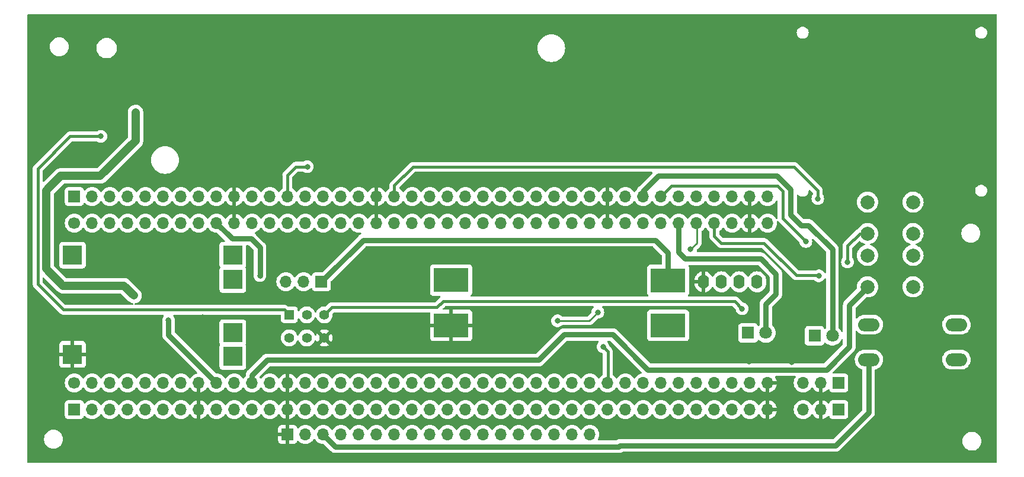
<source format=gbl>
G04 #@! TF.GenerationSoftware,KiCad,Pcbnew,(7.99.0-200-gad838e3d73)*
G04 #@! TF.CreationDate,2024-03-15T16:03:47+07:00*
G04 #@! TF.ProjectId,WMS,574d532e-6b69-4636-9164-5f7063625858,rev?*
G04 #@! TF.SameCoordinates,Original*
G04 #@! TF.FileFunction,Copper,L2,Bot*
G04 #@! TF.FilePolarity,Positive*
%FSLAX46Y46*%
G04 Gerber Fmt 4.6, Leading zero omitted, Abs format (unit mm)*
G04 Created by KiCad (PCBNEW (7.99.0-200-gad838e3d73)) date 2024-03-15 16:03:47*
%MOMM*%
%LPD*%
G01*
G04 APERTURE LIST*
G04 #@! TA.AperFunction,ComponentPad*
%ADD10R,1.400000X1.400000*%
G04 #@! TD*
G04 #@! TA.AperFunction,ComponentPad*
%ADD11C,1.400000*%
G04 #@! TD*
G04 #@! TA.AperFunction,ComponentPad*
%ADD12C,2.000000*%
G04 #@! TD*
G04 #@! TA.AperFunction,ComponentPad*
%ADD13R,5.000000X3.500000*%
G04 #@! TD*
G04 #@! TA.AperFunction,ComponentPad*
%ADD14R,1.700000X1.700000*%
G04 #@! TD*
G04 #@! TA.AperFunction,ComponentPad*
%ADD15O,1.700000X1.700000*%
G04 #@! TD*
G04 #@! TA.AperFunction,ComponentPad*
%ADD16O,1.600000X2.000000*%
G04 #@! TD*
G04 #@! TA.AperFunction,ComponentPad*
%ADD17C,1.700000*%
G04 #@! TD*
G04 #@! TA.AperFunction,ComponentPad*
%ADD18R,1.800000X1.800000*%
G04 #@! TD*
G04 #@! TA.AperFunction,ComponentPad*
%ADD19C,1.800000*%
G04 #@! TD*
G04 #@! TA.AperFunction,ComponentPad*
%ADD20O,3.048000X1.850000*%
G04 #@! TD*
G04 #@! TA.AperFunction,ComponentPad*
%ADD21R,2.800000X2.800000*%
G04 #@! TD*
G04 #@! TA.AperFunction,ViaPad*
%ADD22C,0.800000*%
G04 #@! TD*
G04 #@! TA.AperFunction,Conductor*
%ADD23C,0.400000*%
G04 #@! TD*
G04 #@! TA.AperFunction,Conductor*
%ADD24C,0.800000*%
G04 #@! TD*
G04 #@! TA.AperFunction,Conductor*
%ADD25C,0.250000*%
G04 #@! TD*
G04 #@! TA.AperFunction,Conductor*
%ADD26C,1.200000*%
G04 #@! TD*
G04 APERTURE END LIST*
D10*
X105896399Y-94896399D03*
D11*
X108396400Y-94896400D03*
X110896400Y-94896400D03*
X105896400Y-98196400D03*
X108396400Y-98196400D03*
X110896400Y-98196400D03*
D12*
X188520000Y-86396000D03*
X195020000Y-86396000D03*
X188520000Y-90896000D03*
X195020000Y-90896000D03*
D13*
X160019999Y-89965999D03*
X160019999Y-96415999D03*
X129019999Y-96415999D03*
X129019999Y-89915999D03*
D14*
X75183999Y-108457999D03*
D15*
X77723999Y-108457999D03*
X80263999Y-108457999D03*
X82803999Y-108457999D03*
X85343999Y-108457999D03*
X87883999Y-108457999D03*
X90423999Y-108457999D03*
X92963999Y-108457999D03*
X95503999Y-108457999D03*
X98043999Y-108457999D03*
X100583999Y-108457999D03*
X103123999Y-108457999D03*
X105663999Y-108457999D03*
X108203999Y-108457999D03*
X110743999Y-108457999D03*
X113283999Y-108457999D03*
X115823999Y-108457999D03*
X118363999Y-108457999D03*
X120903999Y-108457999D03*
X123443999Y-108457999D03*
X125983999Y-108457999D03*
X128523999Y-108457999D03*
X131063999Y-108457999D03*
X133603999Y-108457999D03*
X136143999Y-108457999D03*
X138683999Y-108457999D03*
X141223999Y-108457999D03*
X143763999Y-108457999D03*
X146303999Y-108457999D03*
X148843999Y-108457999D03*
X151383999Y-108457999D03*
X153923999Y-108457999D03*
X156463999Y-108457999D03*
X159003999Y-108457999D03*
X161543999Y-108457999D03*
X164083999Y-108457999D03*
X166623999Y-108457999D03*
X169163999Y-108457999D03*
X171703999Y-108457999D03*
X174243999Y-108457999D03*
D14*
X110489999Y-90169999D03*
D15*
X107949999Y-90169999D03*
X105409999Y-90169999D03*
D16*
X165099999Y-90169999D03*
X167639999Y-90169999D03*
X170179999Y-90169999D03*
X172719999Y-90169999D03*
D14*
X184403999Y-108457999D03*
D15*
X181863999Y-108457999D03*
X179323999Y-108457999D03*
D12*
X188520000Y-78776000D03*
X195020000Y-78776000D03*
X188520000Y-83276000D03*
X195020000Y-83276000D03*
D17*
X75184000Y-81788000D03*
D15*
X77723999Y-81787999D03*
X80263999Y-81787999D03*
X82803999Y-81787999D03*
X85343999Y-81787999D03*
X87883999Y-81787999D03*
X90423999Y-81787999D03*
X92963999Y-81787999D03*
X95503999Y-81787999D03*
X98043999Y-81787999D03*
X100583999Y-81787999D03*
X103123999Y-81787999D03*
X105663999Y-81787999D03*
X108203999Y-81787999D03*
X110743999Y-81787999D03*
X113283999Y-81787999D03*
X115823999Y-81787999D03*
X118363999Y-81787999D03*
X120903999Y-81787999D03*
X123443999Y-81787999D03*
X125983999Y-81787999D03*
X128523999Y-81787999D03*
X131063999Y-81787999D03*
X133603999Y-81787999D03*
X136143999Y-81787999D03*
X138683999Y-81787999D03*
X141223999Y-81787999D03*
X143763999Y-81787999D03*
X146303999Y-81787999D03*
X148843999Y-81787999D03*
X151383999Y-81787999D03*
X153923999Y-81787999D03*
X156463999Y-81787999D03*
X159003999Y-81787999D03*
X161543999Y-81787999D03*
X164083999Y-81787999D03*
X166623999Y-81787999D03*
X169163999Y-81787999D03*
X171703999Y-81787999D03*
X174243999Y-81787999D03*
X174243999Y-104647999D03*
X171703999Y-104647999D03*
X169163999Y-104647999D03*
X166623999Y-104647999D03*
X164083999Y-104647999D03*
X161543999Y-104647999D03*
X159003999Y-104647999D03*
X156463999Y-104647999D03*
X153923999Y-104647999D03*
X151383999Y-104647999D03*
X148843999Y-104647999D03*
X146303999Y-104647999D03*
X143763999Y-104647999D03*
X141223999Y-104647999D03*
X138683999Y-104647999D03*
X136143999Y-104647999D03*
X133603999Y-104647999D03*
X131063999Y-104647999D03*
X128523999Y-104647999D03*
X125983999Y-104647999D03*
X123443999Y-104647999D03*
X120903999Y-104647999D03*
X118363999Y-104647999D03*
X115823999Y-104647999D03*
X113283999Y-104647999D03*
X110743999Y-104647999D03*
X108203999Y-104647999D03*
X105663999Y-104647999D03*
X103123999Y-104647999D03*
X100583999Y-104647999D03*
X98043999Y-104647999D03*
X95503999Y-104647999D03*
X92963999Y-104647999D03*
X90423999Y-104647999D03*
X87883999Y-104647999D03*
X85343999Y-104647999D03*
X82803999Y-104647999D03*
X80263999Y-104647999D03*
X77723999Y-104647999D03*
D17*
X75184000Y-104648000D03*
D15*
X179323999Y-104647999D03*
X181863999Y-104647999D03*
D14*
X184403999Y-104647999D03*
D18*
X180944599Y-97891599D03*
D19*
X183484600Y-97891600D03*
D18*
X171449999Y-97485199D03*
D19*
X173990000Y-97485200D03*
D20*
X188721999Y-96305999D03*
X201221999Y-96305999D03*
X188721999Y-101305999D03*
X201221999Y-101305999D03*
D14*
X105663999Y-112013999D03*
D15*
X108203999Y-112013999D03*
X110743999Y-112013999D03*
X113283999Y-112013999D03*
X115823999Y-112013999D03*
X118363999Y-112013999D03*
X120903999Y-112013999D03*
X123443999Y-112013999D03*
X125983999Y-112013999D03*
X128523999Y-112013999D03*
X131063999Y-112013999D03*
X133603999Y-112013999D03*
X136143999Y-112013999D03*
X138683999Y-112013999D03*
X141223999Y-112013999D03*
X143763999Y-112013999D03*
X146303999Y-112013999D03*
X148843999Y-112013999D03*
D21*
X74929999Y-86359999D03*
X74929999Y-100559999D03*
X97829999Y-86359999D03*
X97829999Y-100859999D03*
X97829999Y-89859999D03*
X97829999Y-97459999D03*
D14*
X75183999Y-77977999D03*
D15*
X77723999Y-77977999D03*
X80263999Y-77977999D03*
X82803999Y-77977999D03*
X85343999Y-77977999D03*
X87883999Y-77977999D03*
X90423999Y-77977999D03*
X92963999Y-77977999D03*
X95503999Y-77977999D03*
X98043999Y-77977999D03*
X100583999Y-77977999D03*
X103123999Y-77977999D03*
X105663999Y-77977999D03*
X108203999Y-77977999D03*
X110743999Y-77977999D03*
X113283999Y-77977999D03*
X115823999Y-77977999D03*
X118363999Y-77977999D03*
X120903999Y-77977999D03*
X123443999Y-77977999D03*
X125983999Y-77977999D03*
X128523999Y-77977999D03*
X131063999Y-77977999D03*
X133603999Y-77977999D03*
X136143999Y-77977999D03*
X138683999Y-77977999D03*
X141223999Y-77977999D03*
X143763999Y-77977999D03*
X146303999Y-77977999D03*
X148843999Y-77977999D03*
X151383999Y-77977999D03*
X153923999Y-77977999D03*
X156463999Y-77977999D03*
X159003999Y-77977999D03*
X161543999Y-77977999D03*
X164083999Y-77977999D03*
X166623999Y-77977999D03*
X169163999Y-77977999D03*
X171703999Y-77977999D03*
X174243999Y-77977999D03*
D22*
X171602400Y-101625400D03*
X197535800Y-88569800D03*
X151434800Y-110998000D03*
X186893200Y-75107800D03*
X100482400Y-98780600D03*
X120319800Y-58496200D03*
X93497400Y-95250000D03*
X186131200Y-102870000D03*
X179019200Y-78968600D03*
X77673200Y-92862400D03*
X161950400Y-99669600D03*
X168351200Y-99364800D03*
X197866000Y-80086200D03*
X105587800Y-58318400D03*
X173075600Y-71424800D03*
X177723800Y-101650800D03*
X183870600Y-81711800D03*
X155651200Y-96875600D03*
X153644600Y-101422200D03*
X108483400Y-73710800D03*
X150723600Y-99466400D03*
X88646000Y-95656400D03*
X101701600Y-89281000D03*
X181406800Y-78282800D03*
X179705000Y-84429600D03*
X149987000Y-94538800D03*
X163245800Y-85547200D03*
X144221200Y-95758000D03*
X181559200Y-89306400D03*
X185648600Y-87350600D03*
X83921600Y-65938400D03*
X83718400Y-92151200D03*
X78968600Y-69367400D03*
X170586400Y-94030800D03*
D23*
X105613200Y-74930000D02*
X105613200Y-77927200D01*
X108483400Y-73710800D02*
X106832400Y-73710800D01*
X106832400Y-73710800D02*
X105613200Y-74930000D01*
X105613200Y-77927200D02*
X105664000Y-77978000D01*
X151409400Y-100152200D02*
X151409400Y-104622600D01*
X150723600Y-99466400D02*
X151409400Y-100152200D01*
X151409400Y-104622600D02*
X151384000Y-104648000D01*
D24*
X158648400Y-75031600D02*
X175564800Y-75031600D01*
X156464000Y-77978000D02*
X156464000Y-77216000D01*
X180086000Y-82092800D02*
X183484600Y-85491400D01*
X156464000Y-77216000D02*
X158648400Y-75031600D01*
X177520600Y-76987400D02*
X177520600Y-80568800D01*
X183484600Y-85491400D02*
X183484600Y-97891600D01*
X175564800Y-75031600D02*
X177520600Y-76987400D01*
X177520600Y-80568800D02*
X179044600Y-82092800D01*
X179044600Y-82092800D02*
X180086000Y-82092800D01*
X175412400Y-89027000D02*
X173253400Y-86868000D01*
X175412400Y-91922600D02*
X175412400Y-89027000D01*
X173990000Y-97485200D02*
X173990000Y-93345000D01*
X162458400Y-86868000D02*
X161544000Y-85953600D01*
X161544000Y-85953600D02*
X161544000Y-81788000D01*
X173253400Y-86868000D02*
X162458400Y-86868000D01*
X173990000Y-93345000D02*
X175412400Y-91922600D01*
X101701600Y-85267800D02*
X100457000Y-84023200D01*
X100457000Y-84023200D02*
X97739200Y-84023200D01*
X88646000Y-95656400D02*
X88646000Y-97790000D01*
X101701600Y-89281000D02*
X101701600Y-85267800D01*
X97739200Y-84023200D02*
X95504000Y-81788000D01*
X88646000Y-97790000D02*
X95504000Y-104648000D01*
D23*
X120904000Y-76403200D02*
X120904000Y-77978000D01*
X178003200Y-73736200D02*
X123571000Y-73736200D01*
X181406800Y-77139800D02*
X178003200Y-73736200D01*
X181406800Y-78282800D02*
X181406800Y-77139800D01*
X123571000Y-73736200D02*
X120904000Y-76403200D01*
X179705000Y-84429600D02*
X176377600Y-81102200D01*
X176377600Y-77190600D02*
X175641000Y-76454000D01*
X176377600Y-81102200D02*
X176377600Y-77190600D01*
X160528000Y-76454000D02*
X159004000Y-77978000D01*
X175641000Y-76454000D02*
X160528000Y-76454000D01*
D25*
X163245800Y-85547200D02*
X164160200Y-84632800D01*
X164160200Y-84632800D02*
X164160200Y-81864200D01*
X164160200Y-81864200D02*
X164084000Y-81788000D01*
X144221200Y-95758000D02*
X148767800Y-95758000D01*
X148767800Y-95758000D02*
X149987000Y-94538800D01*
D23*
X188520000Y-83276000D02*
X187411800Y-83276000D01*
X185648600Y-85039200D02*
X185648600Y-87350600D01*
X181559200Y-89306400D02*
X181483000Y-89230200D01*
X173736000Y-84632800D02*
X167589200Y-84632800D01*
X181483000Y-89230200D02*
X178333400Y-89230200D01*
X187411800Y-83276000D02*
X185648600Y-85039200D01*
X166624000Y-83667600D02*
X166624000Y-81788000D01*
X178333400Y-89230200D02*
X173736000Y-84632800D01*
X167589200Y-84632800D02*
X166624000Y-83667600D01*
D24*
X185902600Y-93513400D02*
X185902600Y-99491800D01*
X157149800Y-102743000D02*
X152120600Y-97713800D01*
X185902600Y-99491800D02*
X182651400Y-102743000D01*
X100584000Y-103505000D02*
X100584000Y-104648000D01*
X141528800Y-101371400D02*
X102717600Y-101371400D01*
X182651400Y-102743000D02*
X157149800Y-102743000D01*
X145186400Y-97713800D02*
X141528800Y-101371400D01*
X188520000Y-90896000D02*
X185902600Y-93513400D01*
X152120600Y-97713800D02*
X145186400Y-97713800D01*
X102717600Y-101371400D02*
X100584000Y-103505000D01*
X188671200Y-101356800D02*
X188722000Y-101306000D01*
X153111200Y-113588800D02*
X183921400Y-113588800D01*
X183921400Y-113588800D02*
X188671200Y-108839000D01*
X112496600Y-113766600D02*
X152933400Y-113766600D01*
X110744000Y-112014000D02*
X112496600Y-113766600D01*
X188671200Y-108839000D02*
X188671200Y-101356800D01*
X152933400Y-113766600D02*
X153111200Y-113588800D01*
D26*
X83921600Y-70027800D02*
X83921600Y-65938400D01*
X73228200Y-75031600D02*
X78917800Y-75031600D01*
X82296000Y-90728800D02*
X73558400Y-90728800D01*
X83718400Y-92151200D02*
X82296000Y-90728800D01*
X73558400Y-90728800D02*
X71170800Y-88341200D01*
X78917800Y-75031600D02*
X83921600Y-70027800D01*
X71170800Y-77089000D02*
X73228200Y-75031600D01*
X71170800Y-88341200D02*
X71170800Y-77089000D01*
D23*
X105183200Y-94183200D02*
X105896400Y-94896400D01*
X73660000Y-94183200D02*
X105183200Y-94183200D01*
X74599800Y-69367400D02*
X69951600Y-74015600D01*
X69951600Y-74015600D02*
X69951600Y-90474800D01*
X78968600Y-69367400D02*
X74599800Y-69367400D01*
X69951600Y-90474800D02*
X73660000Y-94183200D01*
X127863600Y-92964000D02*
X127000000Y-93827600D01*
X111965200Y-93827600D02*
X110896400Y-94896400D01*
X170586400Y-94030800D02*
X169519600Y-92964000D01*
X127000000Y-93827600D02*
X111965200Y-93827600D01*
X169519600Y-92964000D02*
X127863600Y-92964000D01*
D24*
X160020000Y-85979000D02*
X160020000Y-89966000D01*
X158242000Y-84201000D02*
X160020000Y-85979000D01*
X110490000Y-90170000D02*
X116459000Y-84201000D01*
X116459000Y-84201000D02*
X158242000Y-84201000D01*
G04 #@! TA.AperFunction,Conductor*
G36*
X151743692Y-98623739D02*
G01*
X151783920Y-98650619D01*
X156248374Y-103115074D01*
X156280468Y-103170661D01*
X156280468Y-103234848D01*
X156248374Y-103290436D01*
X156192787Y-103322530D01*
X156005567Y-103372695D01*
X156005560Y-103372697D01*
X156000337Y-103374097D01*
X155995432Y-103376383D01*
X155995427Y-103376386D01*
X155791081Y-103471675D01*
X155791077Y-103471677D01*
X155786171Y-103473965D01*
X155781738Y-103477068D01*
X155781731Y-103477073D01*
X155597034Y-103606399D01*
X155597029Y-103606402D01*
X155592599Y-103609505D01*
X155588775Y-103613328D01*
X155588769Y-103613334D01*
X155429334Y-103772769D01*
X155429328Y-103772775D01*
X155425505Y-103776599D01*
X155422402Y-103781029D01*
X155422399Y-103781034D01*
X155295575Y-103962159D01*
X155251257Y-104001025D01*
X155194000Y-104015036D01*
X155136743Y-104001025D01*
X155092425Y-103962159D01*
X154969885Y-103787153D01*
X154962495Y-103776599D01*
X154795401Y-103609505D01*
X154790970Y-103606402D01*
X154790966Y-103606399D01*
X154606259Y-103477066D01*
X154606257Y-103477064D01*
X154601830Y-103473965D01*
X154596933Y-103471681D01*
X154596927Y-103471678D01*
X154392572Y-103376386D01*
X154392570Y-103376385D01*
X154387663Y-103374097D01*
X154382438Y-103372697D01*
X154382430Y-103372694D01*
X154164634Y-103314337D01*
X154164630Y-103314336D01*
X154159408Y-103312937D01*
X154154020Y-103312465D01*
X154154017Y-103312465D01*
X153929395Y-103292813D01*
X153924000Y-103292341D01*
X153918605Y-103292813D01*
X153693982Y-103312465D01*
X153693977Y-103312465D01*
X153688592Y-103312937D01*
X153683371Y-103314335D01*
X153683365Y-103314337D01*
X153465569Y-103372694D01*
X153465557Y-103372698D01*
X153460337Y-103374097D01*
X153455432Y-103376383D01*
X153455427Y-103376386D01*
X153251081Y-103471675D01*
X153251077Y-103471677D01*
X153246171Y-103473965D01*
X153241738Y-103477068D01*
X153241731Y-103477073D01*
X153057034Y-103606399D01*
X153057029Y-103606402D01*
X153052599Y-103609505D01*
X153048775Y-103613328D01*
X153048769Y-103613334D01*
X152889334Y-103772769D01*
X152889328Y-103772775D01*
X152885505Y-103776599D01*
X152882402Y-103781029D01*
X152882399Y-103781034D01*
X152755575Y-103962159D01*
X152711257Y-104001025D01*
X152654000Y-104015036D01*
X152596743Y-104001025D01*
X152552425Y-103962159D01*
X152429885Y-103787153D01*
X152422495Y-103776599D01*
X152255401Y-103609505D01*
X152250970Y-103606402D01*
X152250966Y-103606399D01*
X152162776Y-103544648D01*
X152123911Y-103500330D01*
X152109900Y-103443073D01*
X152109900Y-100177121D01*
X152110126Y-100169633D01*
X152112254Y-100134457D01*
X152113758Y-100109594D01*
X152102914Y-100050421D01*
X152101787Y-100043015D01*
X152096982Y-100003443D01*
X152094540Y-99983328D01*
X152090947Y-99973856D01*
X152084922Y-99952241D01*
X152083095Y-99942269D01*
X152058409Y-99887420D01*
X152055542Y-99880498D01*
X152036880Y-99831290D01*
X152034218Y-99824270D01*
X152028459Y-99815927D01*
X152017433Y-99796377D01*
X152016356Y-99793984D01*
X152013278Y-99787144D01*
X151984795Y-99750788D01*
X151976191Y-99739805D01*
X151971753Y-99733774D01*
X151941846Y-99690447D01*
X151937583Y-99684271D01*
X151931968Y-99679297D01*
X151931965Y-99679293D01*
X151892570Y-99644393D01*
X151887116Y-99639259D01*
X151650104Y-99402247D01*
X151625864Y-99367949D01*
X151614464Y-99327527D01*
X151609274Y-99278144D01*
X151550779Y-99098116D01*
X151456133Y-98934184D01*
X151444927Y-98921739D01*
X151373815Y-98842761D01*
X151354465Y-98821271D01*
X151327184Y-98771646D01*
X151324812Y-98715065D01*
X151347846Y-98663330D01*
X151391481Y-98627232D01*
X151446616Y-98614300D01*
X151696239Y-98614300D01*
X151743692Y-98623739D01*
G37*
G04 #@! TD.AperFunction*
G04 #@! TA.AperFunction,Conductor*
G36*
X165411257Y-82434976D02*
G01*
X165455575Y-82473842D01*
X165582395Y-82654961D01*
X165582401Y-82654968D01*
X165585505Y-82659401D01*
X165752599Y-82826495D01*
X165869425Y-82908297D01*
X165870623Y-82909136D01*
X165909489Y-82953454D01*
X165923500Y-83010711D01*
X165923500Y-83642679D01*
X165923274Y-83650167D01*
X165920094Y-83702718D01*
X165920094Y-83702726D01*
X165919642Y-83710206D01*
X165920993Y-83717582D01*
X165920994Y-83717587D01*
X165930483Y-83769371D01*
X165931610Y-83776771D01*
X165937955Y-83829025D01*
X165937956Y-83829030D01*
X165938860Y-83836472D01*
X165941519Y-83843485D01*
X165941521Y-83843491D01*
X165942450Y-83845940D01*
X165948475Y-83867552D01*
X165948951Y-83870151D01*
X165948954Y-83870160D01*
X165950305Y-83877532D01*
X165953382Y-83884369D01*
X165953383Y-83884372D01*
X165974991Y-83932384D01*
X165977857Y-83939302D01*
X165984854Y-83957751D01*
X165999182Y-83995530D01*
X166003442Y-84001702D01*
X166003445Y-84001707D01*
X166004937Y-84003868D01*
X166015959Y-84023410D01*
X166017039Y-84025810D01*
X166017044Y-84025819D01*
X166020122Y-84032657D01*
X166024745Y-84038558D01*
X166024747Y-84038561D01*
X166057216Y-84080004D01*
X166061636Y-84086010D01*
X166095817Y-84135529D01*
X166140847Y-84175422D01*
X166146282Y-84180539D01*
X167076259Y-85110516D01*
X167081393Y-85115970D01*
X167121271Y-85160983D01*
X167170777Y-85195155D01*
X167176797Y-85199585D01*
X167224143Y-85236678D01*
X167230979Y-85239754D01*
X167230985Y-85239758D01*
X167233379Y-85240835D01*
X167252933Y-85251863D01*
X167261270Y-85257618D01*
X167317496Y-85278941D01*
X167324418Y-85281808D01*
X167371823Y-85303144D01*
X167379269Y-85306495D01*
X167389241Y-85308322D01*
X167410856Y-85314347D01*
X167420328Y-85317940D01*
X167478031Y-85324946D01*
X167480015Y-85325187D01*
X167487422Y-85326314D01*
X167546594Y-85337158D01*
X167606633Y-85333525D01*
X167614121Y-85333300D01*
X173394481Y-85333300D01*
X173441934Y-85342739D01*
X173482162Y-85369619D01*
X177820459Y-89707916D01*
X177825593Y-89713370D01*
X177865471Y-89758383D01*
X177871640Y-89762641D01*
X177871641Y-89762642D01*
X177914969Y-89792549D01*
X177921002Y-89796988D01*
X177968343Y-89834077D01*
X177975185Y-89837156D01*
X177977575Y-89838232D01*
X177997124Y-89849258D01*
X177999288Y-89850752D01*
X177999296Y-89850756D01*
X178005470Y-89855018D01*
X178028867Y-89863891D01*
X178061706Y-89876345D01*
X178068628Y-89879212D01*
X178123468Y-89903894D01*
X178133435Y-89905720D01*
X178155053Y-89911747D01*
X178157513Y-89912680D01*
X178157516Y-89912680D01*
X178164528Y-89915340D01*
X178222002Y-89922318D01*
X178224230Y-89922589D01*
X178231635Y-89923716D01*
X178247466Y-89926616D01*
X178290794Y-89934557D01*
X178350821Y-89930926D01*
X178358309Y-89930700D01*
X180854372Y-89930700D01*
X180904808Y-89941420D01*
X180946521Y-89971727D01*
X180953329Y-89979288D01*
X181106470Y-90090551D01*
X181279397Y-90167544D01*
X181464554Y-90206900D01*
X181647343Y-90206900D01*
X181653846Y-90206900D01*
X181839003Y-90167544D01*
X182011930Y-90090551D01*
X182165071Y-89979288D01*
X182291733Y-89838616D01*
X182352713Y-89732994D01*
X182398100Y-89687608D01*
X182460100Y-89670995D01*
X182522100Y-89687608D01*
X182567487Y-89732995D01*
X182584100Y-89794995D01*
X182584100Y-96757152D01*
X182571500Y-96811614D01*
X182540009Y-96850389D01*
X182540633Y-96851067D01*
X182536860Y-96854538D01*
X182532816Y-96857687D01*
X182529353Y-96861448D01*
X182529343Y-96861458D01*
X182524459Y-96866764D01*
X182471834Y-96900613D01*
X182409382Y-96904457D01*
X182353003Y-96877318D01*
X182317054Y-96826106D01*
X182316881Y-96825641D01*
X182288396Y-96749269D01*
X182202146Y-96634054D01*
X182191833Y-96626334D01*
X182094031Y-96553119D01*
X182094030Y-96553118D01*
X182086931Y-96547804D01*
X181952083Y-96497509D01*
X181944370Y-96496679D01*
X181944367Y-96496679D01*
X181895780Y-96491455D01*
X181895769Y-96491454D01*
X181892473Y-96491100D01*
X181889150Y-96491100D01*
X180000039Y-96491100D01*
X180000020Y-96491100D01*
X179996728Y-96491101D01*
X179993450Y-96491453D01*
X179993438Y-96491454D01*
X179944831Y-96496679D01*
X179944825Y-96496680D01*
X179937117Y-96497509D01*
X179929852Y-96500218D01*
X179929846Y-96500220D01*
X179810580Y-96544704D01*
X179810578Y-96544704D01*
X179802269Y-96547804D01*
X179795172Y-96553116D01*
X179795168Y-96553119D01*
X179694150Y-96628741D01*
X179694146Y-96628744D01*
X179687054Y-96634054D01*
X179681744Y-96641146D01*
X179681741Y-96641150D01*
X179606119Y-96742168D01*
X179606116Y-96742172D01*
X179600804Y-96749269D01*
X179597704Y-96757578D01*
X179597704Y-96757580D01*
X179553220Y-96876847D01*
X179553219Y-96876850D01*
X179550509Y-96884117D01*
X179549679Y-96891827D01*
X179549679Y-96891832D01*
X179544455Y-96940419D01*
X179544454Y-96940431D01*
X179544100Y-96943727D01*
X179544100Y-96947048D01*
X179544100Y-96947049D01*
X179544100Y-98836160D01*
X179544100Y-98836178D01*
X179544101Y-98839472D01*
X179544453Y-98842750D01*
X179544454Y-98842761D01*
X179549679Y-98891368D01*
X179549680Y-98891373D01*
X179550509Y-98899083D01*
X179553219Y-98906349D01*
X179553220Y-98906353D01*
X179578732Y-98974752D01*
X179600804Y-99033931D01*
X179606118Y-99041030D01*
X179606119Y-99041031D01*
X179656914Y-99108885D01*
X179687054Y-99149146D01*
X179802269Y-99235396D01*
X179937117Y-99285691D01*
X179996727Y-99292100D01*
X181892472Y-99292099D01*
X181952083Y-99285691D01*
X182086931Y-99235396D01*
X182202146Y-99149146D01*
X182288396Y-99033931D01*
X182317054Y-98957093D01*
X182353004Y-98905880D01*
X182409385Y-98878741D01*
X182471839Y-98882588D01*
X182524463Y-98916440D01*
X182529339Y-98921736D01*
X182532816Y-98925513D01*
X182536862Y-98928662D01*
X182536863Y-98928663D01*
X182596080Y-98974753D01*
X182715974Y-99068070D01*
X182920097Y-99178536D01*
X183139619Y-99253898D01*
X183368551Y-99292100D01*
X183595516Y-99292100D01*
X183600649Y-99292100D01*
X183829581Y-99253898D01*
X184049103Y-99178536D01*
X184253226Y-99068070D01*
X184436384Y-98925513D01*
X184593579Y-98754753D01*
X184720524Y-98560449D01*
X184764543Y-98460094D01*
X184806883Y-98408394D01*
X184869905Y-98386175D01*
X184935306Y-98399888D01*
X184984094Y-98445552D01*
X185002100Y-98509904D01*
X185002100Y-99067439D01*
X184992661Y-99114892D01*
X184965781Y-99155120D01*
X182314720Y-101806181D01*
X182274492Y-101833061D01*
X182227039Y-101842500D01*
X157574162Y-101842500D01*
X157526709Y-101833061D01*
X157486481Y-101806181D01*
X153890877Y-98210578D01*
X157019500Y-98210578D01*
X157019501Y-98213872D01*
X157019853Y-98217150D01*
X157019854Y-98217161D01*
X157025079Y-98265768D01*
X157025080Y-98265773D01*
X157025909Y-98273483D01*
X157028619Y-98280749D01*
X157028620Y-98280753D01*
X157036405Y-98301625D01*
X157076204Y-98408331D01*
X157081518Y-98415430D01*
X157081519Y-98415431D01*
X157152241Y-98509904D01*
X157162454Y-98523546D01*
X157277669Y-98609796D01*
X157412517Y-98660091D01*
X157472127Y-98666500D01*
X162567872Y-98666499D01*
X162627483Y-98660091D01*
X162762331Y-98609796D01*
X162877546Y-98523546D01*
X162963796Y-98408331D01*
X163014091Y-98273483D01*
X163020500Y-98213873D01*
X163020499Y-94618128D01*
X163014091Y-94558517D01*
X162963796Y-94423669D01*
X162877546Y-94308454D01*
X162815105Y-94261711D01*
X162769431Y-94227519D01*
X162769430Y-94227518D01*
X162762331Y-94222204D01*
X162691965Y-94195959D01*
X162634752Y-94174620D01*
X162634750Y-94174619D01*
X162627483Y-94171909D01*
X162619770Y-94171079D01*
X162619767Y-94171079D01*
X162571180Y-94165855D01*
X162571169Y-94165854D01*
X162567873Y-94165500D01*
X162564550Y-94165500D01*
X157475439Y-94165500D01*
X157475420Y-94165500D01*
X157472128Y-94165501D01*
X157468850Y-94165853D01*
X157468838Y-94165854D01*
X157420231Y-94171079D01*
X157420225Y-94171080D01*
X157412517Y-94171909D01*
X157405252Y-94174618D01*
X157405246Y-94174620D01*
X157285980Y-94219104D01*
X157285978Y-94219104D01*
X157277669Y-94222204D01*
X157270572Y-94227516D01*
X157270568Y-94227519D01*
X157169550Y-94303141D01*
X157169546Y-94303144D01*
X157162454Y-94308454D01*
X157157144Y-94315546D01*
X157157141Y-94315550D01*
X157081519Y-94416568D01*
X157081516Y-94416572D01*
X157076204Y-94423669D01*
X157073104Y-94431978D01*
X157073104Y-94431980D01*
X157028620Y-94551247D01*
X157028619Y-94551250D01*
X157025909Y-94558517D01*
X157025079Y-94566227D01*
X157025079Y-94566232D01*
X157019855Y-94614819D01*
X157019854Y-94614831D01*
X157019500Y-94618127D01*
X157019500Y-94621448D01*
X157019500Y-94621449D01*
X157019500Y-98210560D01*
X157019500Y-98210578D01*
X153890877Y-98210578D01*
X152814364Y-97134065D01*
X152801726Y-97119268D01*
X152799012Y-97115532D01*
X152793488Y-97107929D01*
X152743082Y-97062543D01*
X152738373Y-97058074D01*
X152726279Y-97045980D01*
X152726275Y-97045976D01*
X152723980Y-97043681D01*
X152721463Y-97041643D01*
X152721459Y-97041639D01*
X152708157Y-97030867D01*
X152703224Y-97026653D01*
X152657648Y-96985617D01*
X152657644Y-96985614D01*
X152652816Y-96981267D01*
X152647189Y-96978018D01*
X152647186Y-96978016D01*
X152640675Y-96974257D01*
X152624638Y-96963235D01*
X152618799Y-96958506D01*
X152618795Y-96958503D01*
X152613749Y-96954417D01*
X152586276Y-96940419D01*
X152553313Y-96923623D01*
X152547608Y-96920525D01*
X152494510Y-96889869D01*
X152494508Y-96889868D01*
X152488884Y-96886621D01*
X152475549Y-96882288D01*
X152457579Y-96874844D01*
X152453078Y-96872551D01*
X152450878Y-96871430D01*
X152450876Y-96871429D01*
X152445088Y-96868480D01*
X152438809Y-96866797D01*
X152438808Y-96866797D01*
X152379576Y-96850925D01*
X152373363Y-96849085D01*
X152308856Y-96828126D01*
X152302395Y-96827446D01*
X152302391Y-96827446D01*
X152294918Y-96826661D01*
X152275787Y-96823115D01*
X152268528Y-96821170D01*
X152268525Y-96821169D01*
X152262246Y-96819487D01*
X152255757Y-96819146D01*
X152255752Y-96819146D01*
X152194508Y-96815936D01*
X152188047Y-96815428D01*
X152171013Y-96813638D01*
X152171004Y-96813637D01*
X152167792Y-96813300D01*
X152164547Y-96813300D01*
X152147426Y-96813300D01*
X152140937Y-96813130D01*
X152079703Y-96809921D01*
X152079701Y-96809921D01*
X152073212Y-96809581D01*
X152066791Y-96810597D01*
X152066790Y-96810598D01*
X152059372Y-96811773D01*
X152039974Y-96813300D01*
X145267027Y-96813300D01*
X145247629Y-96811773D01*
X145240210Y-96810598D01*
X145233789Y-96809581D01*
X145227298Y-96809921D01*
X145166064Y-96813130D01*
X145159575Y-96813300D01*
X145139208Y-96813300D01*
X145135994Y-96813637D01*
X145135987Y-96813638D01*
X145118953Y-96815428D01*
X145112492Y-96815936D01*
X145051246Y-96819146D01*
X145051238Y-96819147D01*
X145044755Y-96819487D01*
X145038477Y-96821168D01*
X145038476Y-96821169D01*
X145031205Y-96823117D01*
X145012087Y-96826660D01*
X145004608Y-96827446D01*
X145004604Y-96827446D01*
X144998144Y-96828126D01*
X144991968Y-96830132D01*
X144991966Y-96830133D01*
X144933637Y-96849085D01*
X144927417Y-96850927D01*
X144868193Y-96866797D01*
X144868191Y-96866797D01*
X144861913Y-96868480D01*
X144856121Y-96871430D01*
X144856113Y-96871434D01*
X144849414Y-96874847D01*
X144831458Y-96882285D01*
X144824297Y-96884612D01*
X144824292Y-96884613D01*
X144818116Y-96886621D01*
X144812496Y-96889865D01*
X144812486Y-96889870D01*
X144759387Y-96920526D01*
X144753687Y-96923621D01*
X144699039Y-96951466D01*
X144699032Y-96951469D01*
X144693251Y-96954416D01*
X144688210Y-96958497D01*
X144688196Y-96958507D01*
X144682344Y-96963246D01*
X144666329Y-96974253D01*
X144659812Y-96978015D01*
X144659795Y-96978027D01*
X144654184Y-96981267D01*
X144649363Y-96985607D01*
X144649357Y-96985612D01*
X144603795Y-97026636D01*
X144598866Y-97030846D01*
X144585540Y-97041637D01*
X144585515Y-97041658D01*
X144583020Y-97043680D01*
X144580740Y-97045959D01*
X144580722Y-97045976D01*
X144568602Y-97058096D01*
X144563897Y-97062561D01*
X144518340Y-97103581D01*
X144518336Y-97103584D01*
X144513512Y-97107929D01*
X144509697Y-97113178D01*
X144509692Y-97113185D01*
X144505269Y-97119273D01*
X144492638Y-97134060D01*
X141192120Y-100434581D01*
X141151892Y-100461461D01*
X141104439Y-100470900D01*
X102798226Y-100470900D01*
X102778828Y-100469373D01*
X102771409Y-100468198D01*
X102764988Y-100467181D01*
X102758497Y-100467521D01*
X102697263Y-100470730D01*
X102690774Y-100470900D01*
X102670408Y-100470900D01*
X102667195Y-100471237D01*
X102667187Y-100471238D01*
X102650153Y-100473028D01*
X102643692Y-100473536D01*
X102582440Y-100476747D01*
X102582439Y-100476747D01*
X102575954Y-100477087D01*
X102569686Y-100478766D01*
X102569676Y-100478768D01*
X102562407Y-100480716D01*
X102543291Y-100484259D01*
X102535804Y-100485046D01*
X102535794Y-100485047D01*
X102529344Y-100485726D01*
X102523176Y-100487729D01*
X102523171Y-100487731D01*
X102464835Y-100506685D01*
X102458615Y-100508527D01*
X102399394Y-100524396D01*
X102399388Y-100524398D01*
X102393112Y-100526080D01*
X102387321Y-100529030D01*
X102387312Y-100529034D01*
X102380618Y-100532445D01*
X102362655Y-100539886D01*
X102355498Y-100542211D01*
X102355487Y-100542215D01*
X102349316Y-100544221D01*
X102343693Y-100547467D01*
X102343687Y-100547470D01*
X102290596Y-100578122D01*
X102284895Y-100581218D01*
X102230237Y-100609068D01*
X102230230Y-100609071D01*
X102224451Y-100612017D01*
X102219409Y-100616099D01*
X102219401Y-100616105D01*
X102213548Y-100620845D01*
X102197524Y-100631858D01*
X102191009Y-100635619D01*
X102191006Y-100635620D01*
X102185384Y-100638867D01*
X102180558Y-100643211D01*
X102180554Y-100643215D01*
X102134977Y-100684252D01*
X102130049Y-100688461D01*
X102116739Y-100699240D01*
X102116728Y-100699249D01*
X102114220Y-100701281D01*
X102111948Y-100703552D01*
X102111920Y-100703578D01*
X102099812Y-100715687D01*
X102095107Y-100720152D01*
X102049540Y-100761181D01*
X102049536Y-100761184D01*
X102044712Y-100765529D01*
X102040896Y-100770779D01*
X102040894Y-100770783D01*
X102036468Y-100776875D01*
X102023836Y-100791663D01*
X100004263Y-102811236D01*
X99989475Y-102823868D01*
X99983383Y-102828294D01*
X99983379Y-102828296D01*
X99978129Y-102832112D01*
X99973784Y-102836936D01*
X99973781Y-102836940D01*
X99932752Y-102882507D01*
X99928287Y-102887212D01*
X99916178Y-102899320D01*
X99916152Y-102899348D01*
X99913881Y-102901620D01*
X99911849Y-102904128D01*
X99911840Y-102904139D01*
X99901061Y-102917449D01*
X99896852Y-102922377D01*
X99855815Y-102967954D01*
X99855811Y-102967958D01*
X99851467Y-102972784D01*
X99848220Y-102978406D01*
X99848219Y-102978409D01*
X99844458Y-102984924D01*
X99833445Y-103000948D01*
X99828705Y-103006801D01*
X99828699Y-103006809D01*
X99824617Y-103011851D01*
X99821671Y-103017630D01*
X99821668Y-103017637D01*
X99793818Y-103072295D01*
X99790722Y-103077996D01*
X99760070Y-103131087D01*
X99760067Y-103131093D01*
X99756821Y-103136716D01*
X99754815Y-103142887D01*
X99754811Y-103142898D01*
X99752486Y-103150055D01*
X99745045Y-103168018D01*
X99741634Y-103174712D01*
X99741630Y-103174721D01*
X99738680Y-103180512D01*
X99736998Y-103186788D01*
X99736996Y-103186794D01*
X99721127Y-103246015D01*
X99719285Y-103252235D01*
X99700331Y-103310571D01*
X99700329Y-103310576D01*
X99698326Y-103316744D01*
X99697647Y-103323194D01*
X99697646Y-103323204D01*
X99696859Y-103330691D01*
X99693316Y-103349807D01*
X99691368Y-103357076D01*
X99691366Y-103357086D01*
X99689687Y-103363354D01*
X99689347Y-103369839D01*
X99689347Y-103369840D01*
X99686136Y-103431092D01*
X99685628Y-103437553D01*
X99684578Y-103447550D01*
X99683500Y-103457808D01*
X99683500Y-103461053D01*
X99683500Y-103478174D01*
X99683330Y-103484663D01*
X99680187Y-103544648D01*
X99679781Y-103552388D01*
X99680798Y-103558809D01*
X99681973Y-103566228D01*
X99683500Y-103585626D01*
X99683500Y-103587242D01*
X99674061Y-103634695D01*
X99647181Y-103674923D01*
X99549334Y-103772769D01*
X99549328Y-103772775D01*
X99545505Y-103776599D01*
X99542402Y-103781029D01*
X99542399Y-103781034D01*
X99415575Y-103962159D01*
X99371257Y-104001025D01*
X99314000Y-104015036D01*
X99256743Y-104001025D01*
X99212425Y-103962159D01*
X99089885Y-103787153D01*
X99082495Y-103776599D01*
X98915401Y-103609505D01*
X98910970Y-103606402D01*
X98910966Y-103606399D01*
X98726259Y-103477066D01*
X98726257Y-103477064D01*
X98721830Y-103473965D01*
X98716933Y-103471681D01*
X98716927Y-103471678D01*
X98512572Y-103376386D01*
X98512570Y-103376385D01*
X98507663Y-103374097D01*
X98502438Y-103372697D01*
X98502430Y-103372694D01*
X98284634Y-103314337D01*
X98284630Y-103314336D01*
X98279408Y-103312937D01*
X98274020Y-103312465D01*
X98274017Y-103312465D01*
X98049395Y-103292813D01*
X98044000Y-103292341D01*
X98038605Y-103292813D01*
X97813982Y-103312465D01*
X97813977Y-103312465D01*
X97808592Y-103312937D01*
X97803371Y-103314335D01*
X97803365Y-103314337D01*
X97585569Y-103372694D01*
X97585557Y-103372698D01*
X97580337Y-103374097D01*
X97575432Y-103376383D01*
X97575427Y-103376386D01*
X97371081Y-103471675D01*
X97371077Y-103471677D01*
X97366171Y-103473965D01*
X97361738Y-103477068D01*
X97361731Y-103477073D01*
X97177034Y-103606399D01*
X97177029Y-103606402D01*
X97172599Y-103609505D01*
X97168775Y-103613328D01*
X97168769Y-103613334D01*
X97009334Y-103772769D01*
X97009328Y-103772775D01*
X97005505Y-103776599D01*
X97002402Y-103781029D01*
X97002399Y-103781034D01*
X96875575Y-103962159D01*
X96831257Y-104001025D01*
X96774000Y-104015036D01*
X96716743Y-104001025D01*
X96672425Y-103962159D01*
X96549885Y-103787153D01*
X96542495Y-103776599D01*
X96375401Y-103609505D01*
X96370970Y-103606402D01*
X96370966Y-103606399D01*
X96186259Y-103477066D01*
X96186257Y-103477064D01*
X96181830Y-103473965D01*
X96176933Y-103471681D01*
X96176927Y-103471678D01*
X95972572Y-103376386D01*
X95972570Y-103376385D01*
X95967663Y-103374097D01*
X95962438Y-103372697D01*
X95962430Y-103372694D01*
X95744634Y-103314337D01*
X95744630Y-103314336D01*
X95739408Y-103312937D01*
X95734020Y-103312465D01*
X95734017Y-103312465D01*
X95509395Y-103292813D01*
X95504000Y-103292341D01*
X95498604Y-103292813D01*
X95498603Y-103292813D01*
X95486050Y-103293911D01*
X95432833Y-103286904D01*
X95387564Y-103258064D01*
X94434078Y-102304578D01*
X95929500Y-102304578D01*
X95929501Y-102307872D01*
X95929853Y-102311150D01*
X95929854Y-102311161D01*
X95935079Y-102359768D01*
X95935080Y-102359773D01*
X95935909Y-102367483D01*
X95938619Y-102374749D01*
X95938620Y-102374753D01*
X95964326Y-102443674D01*
X95986204Y-102502331D01*
X96072454Y-102617546D01*
X96187669Y-102703796D01*
X96322517Y-102754091D01*
X96382127Y-102760500D01*
X99277872Y-102760499D01*
X99337483Y-102754091D01*
X99472331Y-102703796D01*
X99587546Y-102617546D01*
X99673796Y-102502331D01*
X99724091Y-102367483D01*
X99730500Y-102307873D01*
X99730499Y-99412128D01*
X99724091Y-99352517D01*
X99673796Y-99217669D01*
X99672390Y-99215791D01*
X99658149Y-99160000D01*
X99672390Y-99104207D01*
X99673796Y-99102331D01*
X99724091Y-98967483D01*
X99730500Y-98907873D01*
X99730500Y-98196400D01*
X104690757Y-98196400D01*
X104691286Y-98202109D01*
X104710747Y-98412136D01*
X104711285Y-98417936D01*
X104712854Y-98423450D01*
X104770601Y-98626413D01*
X104770604Y-98626421D01*
X104772171Y-98631928D01*
X104774723Y-98637053D01*
X104774725Y-98637058D01*
X104868787Y-98825959D01*
X104868789Y-98825963D01*
X104871342Y-98831089D01*
X104874791Y-98835656D01*
X104874794Y-98835661D01*
X105001961Y-99004058D01*
X105001966Y-99004063D01*
X105005419Y-99008636D01*
X105009655Y-99012497D01*
X105009659Y-99012502D01*
X105099083Y-99094022D01*
X105169838Y-99158524D01*
X105358999Y-99275647D01*
X105566460Y-99356018D01*
X105785157Y-99396900D01*
X106001914Y-99396900D01*
X106007643Y-99396900D01*
X106226340Y-99356018D01*
X106433801Y-99275647D01*
X106622962Y-99158524D01*
X106787381Y-99008636D01*
X106921458Y-98831089D01*
X107020629Y-98631928D01*
X107027134Y-98609064D01*
X107059532Y-98554512D01*
X107114675Y-98523126D01*
X107178125Y-98523126D01*
X107233268Y-98554512D01*
X107265665Y-98609064D01*
X107272171Y-98631928D01*
X107274723Y-98637053D01*
X107274725Y-98637058D01*
X107368787Y-98825959D01*
X107368789Y-98825963D01*
X107371342Y-98831089D01*
X107374791Y-98835656D01*
X107374794Y-98835661D01*
X107501961Y-99004058D01*
X107501966Y-99004063D01*
X107505419Y-99008636D01*
X107509655Y-99012497D01*
X107509659Y-99012502D01*
X107599083Y-99094022D01*
X107669838Y-99158524D01*
X107858999Y-99275647D01*
X108066460Y-99356018D01*
X108285157Y-99396900D01*
X108501914Y-99396900D01*
X108507643Y-99396900D01*
X108726340Y-99356018D01*
X108933801Y-99275647D01*
X109051426Y-99202817D01*
X110247058Y-99202817D01*
X110254995Y-99210663D01*
X110354351Y-99272182D01*
X110364563Y-99277267D01*
X110561251Y-99353464D01*
X110572234Y-99356589D01*
X110779573Y-99395347D01*
X110790933Y-99396400D01*
X111001867Y-99396400D01*
X111013226Y-99395347D01*
X111220565Y-99356589D01*
X111231548Y-99353464D01*
X111428230Y-99277269D01*
X111438455Y-99272177D01*
X111537802Y-99210663D01*
X111545740Y-99202817D01*
X111539810Y-99193363D01*
X110907942Y-98561495D01*
X110896399Y-98554831D01*
X110884857Y-98561495D01*
X110252988Y-99193363D01*
X110247058Y-99202817D01*
X109051426Y-99202817D01*
X109122962Y-99158524D01*
X109287381Y-99008636D01*
X109421458Y-98831089D01*
X109520629Y-98631928D01*
X109527395Y-98608149D01*
X109559789Y-98553601D01*
X109614931Y-98522214D01*
X109678380Y-98522212D01*
X109733524Y-98553596D01*
X109765925Y-98608149D01*
X109771072Y-98626239D01*
X109775193Y-98636877D01*
X109869213Y-98825695D01*
X109875222Y-98835400D01*
X109876819Y-98837513D01*
X109887949Y-98845785D01*
X109900113Y-98839132D01*
X110531304Y-98207942D01*
X110537968Y-98196400D01*
X111254831Y-98196400D01*
X111261495Y-98207942D01*
X111892685Y-98839132D01*
X111904850Y-98845786D01*
X111915978Y-98837516D01*
X111917577Y-98835399D01*
X111923586Y-98825695D01*
X112017606Y-98636877D01*
X112021729Y-98626232D01*
X112079451Y-98423358D01*
X112081549Y-98412136D01*
X112100233Y-98210518D01*
X126020000Y-98210518D01*
X126020353Y-98217114D01*
X126025573Y-98265667D01*
X126029111Y-98280641D01*
X126073547Y-98399777D01*
X126081962Y-98415189D01*
X126157498Y-98516092D01*
X126169907Y-98528501D01*
X126270810Y-98604037D01*
X126286222Y-98612452D01*
X126405358Y-98656888D01*
X126420332Y-98660426D01*
X126468885Y-98665646D01*
X126475482Y-98666000D01*
X128753674Y-98666000D01*
X128766549Y-98662549D01*
X128770000Y-98649674D01*
X129270000Y-98649674D01*
X129273450Y-98662549D01*
X129286326Y-98666000D01*
X131564518Y-98666000D01*
X131571114Y-98665646D01*
X131619667Y-98660426D01*
X131634641Y-98656888D01*
X131753777Y-98612452D01*
X131769189Y-98604037D01*
X131870092Y-98528501D01*
X131882501Y-98516092D01*
X131958037Y-98415189D01*
X131966452Y-98399777D01*
X132010888Y-98280641D01*
X132014426Y-98265667D01*
X132019646Y-98217114D01*
X132020000Y-98210518D01*
X132020000Y-96682326D01*
X132016549Y-96669450D01*
X132003674Y-96666000D01*
X129286326Y-96666000D01*
X129273450Y-96669450D01*
X129270000Y-96682326D01*
X129270000Y-98649674D01*
X128770000Y-98649674D01*
X128770000Y-96682326D01*
X128766549Y-96669450D01*
X128753674Y-96666000D01*
X126036326Y-96666000D01*
X126023450Y-96669450D01*
X126020000Y-96682326D01*
X126020000Y-98210518D01*
X112100233Y-98210518D01*
X112101012Y-98202109D01*
X112101012Y-98190691D01*
X112081549Y-97980663D01*
X112079451Y-97969441D01*
X112021729Y-97766567D01*
X112017606Y-97755922D01*
X111923586Y-97567104D01*
X111917579Y-97557402D01*
X111915979Y-97555284D01*
X111904849Y-97547013D01*
X111892685Y-97553666D01*
X111261495Y-98184857D01*
X111254831Y-98196400D01*
X110537968Y-98196400D01*
X110531304Y-98184857D01*
X109900115Y-97553668D01*
X109887948Y-97547013D01*
X109876820Y-97555284D01*
X109875221Y-97557401D01*
X109869214Y-97567103D01*
X109775193Y-97755922D01*
X109771070Y-97766565D01*
X109765924Y-97784652D01*
X109733523Y-97839204D01*
X109678380Y-97870587D01*
X109614931Y-97870585D01*
X109559789Y-97839198D01*
X109527393Y-97784648D01*
X109520629Y-97760872D01*
X109421458Y-97561711D01*
X109416376Y-97554981D01*
X109290838Y-97388741D01*
X109290834Y-97388737D01*
X109287381Y-97384164D01*
X109283144Y-97380301D01*
X109283140Y-97380297D01*
X109127196Y-97238136D01*
X109127197Y-97238136D01*
X109122962Y-97234276D01*
X109118092Y-97231261D01*
X109118090Y-97231259D01*
X109051423Y-97189981D01*
X110247059Y-97189981D01*
X110252989Y-97199436D01*
X110884857Y-97831304D01*
X110896400Y-97837968D01*
X110907942Y-97831304D01*
X111539809Y-97199436D01*
X111545739Y-97189981D01*
X111537803Y-97182136D01*
X111438449Y-97120618D01*
X111428236Y-97115532D01*
X111231548Y-97039335D01*
X111220565Y-97036210D01*
X111013226Y-96997452D01*
X111001867Y-96996400D01*
X110790933Y-96996400D01*
X110779573Y-96997452D01*
X110572234Y-97036210D01*
X110561251Y-97039335D01*
X110364563Y-97115532D01*
X110354350Y-97120618D01*
X110254994Y-97182136D01*
X110247059Y-97189981D01*
X109051423Y-97189981D01*
X108938675Y-97120171D01*
X108938676Y-97120171D01*
X108933801Y-97117153D01*
X108923558Y-97113185D01*
X108731686Y-97038853D01*
X108731685Y-97038852D01*
X108726340Y-97036782D01*
X108720702Y-97035728D01*
X108513272Y-96996952D01*
X108513269Y-96996951D01*
X108507643Y-96995900D01*
X108285157Y-96995900D01*
X108279531Y-96996951D01*
X108279527Y-96996952D01*
X108072097Y-97035728D01*
X108072094Y-97035728D01*
X108066460Y-97036782D01*
X108061117Y-97038851D01*
X108061113Y-97038853D01*
X107864341Y-97115083D01*
X107864336Y-97115085D01*
X107858999Y-97117153D01*
X107854127Y-97120169D01*
X107854124Y-97120171D01*
X107674709Y-97231259D01*
X107674701Y-97231264D01*
X107669838Y-97234276D01*
X107665607Y-97238132D01*
X107665603Y-97238136D01*
X107509659Y-97380297D01*
X107509649Y-97380307D01*
X107505419Y-97384164D01*
X107501970Y-97388730D01*
X107501961Y-97388741D01*
X107374794Y-97557138D01*
X107374787Y-97557148D01*
X107371342Y-97561711D01*
X107368792Y-97566831D01*
X107368787Y-97566840D01*
X107274725Y-97755741D01*
X107274721Y-97755749D01*
X107272171Y-97760872D01*
X107270604Y-97766377D01*
X107270602Y-97766384D01*
X107265666Y-97783735D01*
X107233267Y-97838288D01*
X107178124Y-97869673D01*
X107114676Y-97869673D01*
X107059533Y-97838288D01*
X107027134Y-97783735D01*
X107022197Y-97766384D01*
X107020629Y-97760872D01*
X106921458Y-97561711D01*
X106916376Y-97554981D01*
X106790838Y-97388741D01*
X106790834Y-97388737D01*
X106787381Y-97384164D01*
X106783144Y-97380301D01*
X106783140Y-97380297D01*
X106627196Y-97238136D01*
X106627197Y-97238136D01*
X106622962Y-97234276D01*
X106618092Y-97231261D01*
X106618090Y-97231259D01*
X106438675Y-97120171D01*
X106438676Y-97120171D01*
X106433801Y-97117153D01*
X106423558Y-97113185D01*
X106231686Y-97038853D01*
X106231685Y-97038852D01*
X106226340Y-97036782D01*
X106220702Y-97035728D01*
X106013272Y-96996952D01*
X106013269Y-96996951D01*
X106007643Y-96995900D01*
X105785157Y-96995900D01*
X105779531Y-96996951D01*
X105779527Y-96996952D01*
X105572097Y-97035728D01*
X105572094Y-97035728D01*
X105566460Y-97036782D01*
X105561117Y-97038851D01*
X105561113Y-97038853D01*
X105364341Y-97115083D01*
X105364336Y-97115085D01*
X105358999Y-97117153D01*
X105354127Y-97120169D01*
X105354124Y-97120171D01*
X105174709Y-97231259D01*
X105174701Y-97231264D01*
X105169838Y-97234276D01*
X105165607Y-97238132D01*
X105165603Y-97238136D01*
X105009659Y-97380297D01*
X105009649Y-97380307D01*
X105005419Y-97384164D01*
X105001970Y-97388730D01*
X105001961Y-97388741D01*
X104874794Y-97557138D01*
X104874787Y-97557148D01*
X104871342Y-97561711D01*
X104868792Y-97566831D01*
X104868787Y-97566840D01*
X104774725Y-97755741D01*
X104774721Y-97755749D01*
X104772171Y-97760872D01*
X104770605Y-97766375D01*
X104770601Y-97766386D01*
X104712854Y-97969349D01*
X104711285Y-97974864D01*
X104710756Y-97980569D01*
X104710756Y-97980571D01*
X104710398Y-97984434D01*
X104690757Y-98196400D01*
X99730500Y-98196400D01*
X99730499Y-96012128D01*
X99724091Y-95952517D01*
X99673796Y-95817669D01*
X99587546Y-95702454D01*
X99517396Y-95649940D01*
X99479431Y-95621519D01*
X99479430Y-95621518D01*
X99472331Y-95616204D01*
X99401965Y-95589959D01*
X99344752Y-95568620D01*
X99344750Y-95568619D01*
X99337483Y-95565909D01*
X99329770Y-95565079D01*
X99329767Y-95565079D01*
X99281180Y-95559855D01*
X99281169Y-95559854D01*
X99277873Y-95559500D01*
X99274550Y-95559500D01*
X96385439Y-95559500D01*
X96385420Y-95559500D01*
X96382128Y-95559501D01*
X96378850Y-95559853D01*
X96378838Y-95559854D01*
X96330231Y-95565079D01*
X96330225Y-95565080D01*
X96322517Y-95565909D01*
X96315252Y-95568618D01*
X96315246Y-95568620D01*
X96195980Y-95613104D01*
X96195978Y-95613104D01*
X96187669Y-95616204D01*
X96180572Y-95621516D01*
X96180568Y-95621519D01*
X96079550Y-95697141D01*
X96079546Y-95697144D01*
X96072454Y-95702454D01*
X96067144Y-95709546D01*
X96067141Y-95709550D01*
X95991519Y-95810568D01*
X95991516Y-95810572D01*
X95986204Y-95817669D01*
X95983104Y-95825978D01*
X95983104Y-95825980D01*
X95938620Y-95945247D01*
X95938619Y-95945250D01*
X95935909Y-95952517D01*
X95935079Y-95960227D01*
X95935079Y-95960232D01*
X95929855Y-96008819D01*
X95929854Y-96008831D01*
X95929500Y-96012127D01*
X95929500Y-96015448D01*
X95929500Y-96015449D01*
X95929500Y-98904560D01*
X95929500Y-98904578D01*
X95929501Y-98907872D01*
X95929853Y-98911150D01*
X95929854Y-98911161D01*
X95935079Y-98959768D01*
X95935080Y-98959773D01*
X95935909Y-98967483D01*
X95938619Y-98974749D01*
X95938620Y-98974753D01*
X95964954Y-99045358D01*
X95986204Y-99102331D01*
X95987610Y-99104209D01*
X96001850Y-99160000D01*
X95987610Y-99215790D01*
X95986204Y-99217669D01*
X95983106Y-99225975D01*
X95983105Y-99225977D01*
X95938620Y-99345247D01*
X95938619Y-99345250D01*
X95935909Y-99352517D01*
X95935079Y-99360227D01*
X95935079Y-99360232D01*
X95929855Y-99408819D01*
X95929854Y-99408831D01*
X95929500Y-99412127D01*
X95929500Y-99415448D01*
X95929500Y-99415449D01*
X95929500Y-102304560D01*
X95929500Y-102304578D01*
X94434078Y-102304578D01*
X89582819Y-97453320D01*
X89555939Y-97413092D01*
X89546500Y-97365639D01*
X89546500Y-95710093D01*
X89547179Y-95697132D01*
X89550781Y-95662860D01*
X89551460Y-95656400D01*
X89531674Y-95468144D01*
X89473179Y-95288116D01*
X89378533Y-95124184D01*
X89353319Y-95096181D01*
X89348359Y-95090672D01*
X89321077Y-95041046D01*
X89318705Y-94984464D01*
X89341739Y-94932729D01*
X89385374Y-94896632D01*
X89440509Y-94883700D01*
X104571900Y-94883700D01*
X104633900Y-94900313D01*
X104679287Y-94945700D01*
X104695900Y-95007700D01*
X104695900Y-95640960D01*
X104695900Y-95640978D01*
X104695901Y-95644272D01*
X104696253Y-95647550D01*
X104696254Y-95647561D01*
X104701479Y-95696168D01*
X104701480Y-95696173D01*
X104702309Y-95703883D01*
X104705019Y-95711149D01*
X104705020Y-95711153D01*
X104722493Y-95758000D01*
X104752604Y-95838731D01*
X104757918Y-95845830D01*
X104757919Y-95845831D01*
X104828260Y-95939795D01*
X104838854Y-95953946D01*
X104954069Y-96040196D01*
X105088917Y-96090491D01*
X105148527Y-96096900D01*
X106644272Y-96096899D01*
X106703883Y-96090491D01*
X106838731Y-96040196D01*
X106953946Y-95953946D01*
X107040196Y-95838731D01*
X107090491Y-95703883D01*
X107096900Y-95644273D01*
X107096899Y-95507148D01*
X107114283Y-95443834D01*
X107161563Y-95398269D01*
X107225480Y-95383236D01*
X107288113Y-95402948D01*
X107331899Y-95451878D01*
X107339999Y-95468144D01*
X107371342Y-95531089D01*
X107374791Y-95535656D01*
X107374794Y-95535661D01*
X107501961Y-95704058D01*
X107501966Y-95704063D01*
X107505419Y-95708636D01*
X107509655Y-95712497D01*
X107509659Y-95712502D01*
X107566655Y-95764460D01*
X107669838Y-95858524D01*
X107858999Y-95975647D01*
X108066460Y-96056018D01*
X108285157Y-96096900D01*
X108501914Y-96096900D01*
X108507643Y-96096900D01*
X108726340Y-96056018D01*
X108933801Y-95975647D01*
X109122962Y-95858524D01*
X109287381Y-95708636D01*
X109421458Y-95531089D01*
X109520629Y-95331928D01*
X109527134Y-95309064D01*
X109559532Y-95254512D01*
X109614675Y-95223126D01*
X109678125Y-95223126D01*
X109733268Y-95254512D01*
X109765665Y-95309064D01*
X109772171Y-95331928D01*
X109774723Y-95337053D01*
X109774725Y-95337058D01*
X109868787Y-95525959D01*
X109868789Y-95525963D01*
X109871342Y-95531089D01*
X109874791Y-95535656D01*
X109874794Y-95535661D01*
X110001961Y-95704058D01*
X110001966Y-95704063D01*
X110005419Y-95708636D01*
X110009655Y-95712497D01*
X110009659Y-95712502D01*
X110066655Y-95764460D01*
X110169838Y-95858524D01*
X110358999Y-95975647D01*
X110566460Y-96056018D01*
X110785157Y-96096900D01*
X111001914Y-96096900D01*
X111007643Y-96096900D01*
X111226340Y-96056018D01*
X111433801Y-95975647D01*
X111622962Y-95858524D01*
X111787381Y-95708636D01*
X111921458Y-95531089D01*
X112020629Y-95331928D01*
X112081515Y-95117936D01*
X112102043Y-94896400D01*
X112089181Y-94757602D01*
X112096022Y-94704053D01*
X112124969Y-94658486D01*
X112219038Y-94564418D01*
X112259267Y-94537539D01*
X112306719Y-94528100D01*
X125896000Y-94528100D01*
X125958000Y-94544713D01*
X126003387Y-94590100D01*
X126020000Y-94652100D01*
X126020000Y-96149674D01*
X126023450Y-96162549D01*
X126036326Y-96166000D01*
X128753674Y-96166000D01*
X128766549Y-96162549D01*
X128770000Y-96149674D01*
X129270000Y-96149674D01*
X129273450Y-96162549D01*
X129286326Y-96166000D01*
X132003674Y-96166000D01*
X132016549Y-96162549D01*
X132020000Y-96149674D01*
X132020000Y-94621482D01*
X132019646Y-94614885D01*
X132014426Y-94566332D01*
X132010888Y-94551358D01*
X131966452Y-94432222D01*
X131958037Y-94416810D01*
X131882501Y-94315907D01*
X131870092Y-94303498D01*
X131769189Y-94227962D01*
X131753777Y-94219547D01*
X131634641Y-94175111D01*
X131619667Y-94171573D01*
X131571114Y-94166353D01*
X131564518Y-94166000D01*
X129286326Y-94166000D01*
X129273450Y-94169450D01*
X129270000Y-94182326D01*
X129270000Y-96149674D01*
X128770000Y-96149674D01*
X128770000Y-94182326D01*
X128766549Y-94169450D01*
X128753674Y-94166000D01*
X127951618Y-94166000D01*
X127895323Y-94152485D01*
X127851300Y-94114885D01*
X127829145Y-94061398D01*
X127833687Y-94003682D01*
X127863936Y-93954320D01*
X128117437Y-93700819D01*
X128157666Y-93673939D01*
X128205119Y-93664500D01*
X149283973Y-93664500D01*
X149339108Y-93677432D01*
X149382743Y-93713530D01*
X149405777Y-93765265D01*
X149403405Y-93821846D01*
X149376123Y-93871472D01*
X149258813Y-94001756D01*
X149258808Y-94001762D01*
X149254467Y-94006584D01*
X149251222Y-94012204D01*
X149251218Y-94012210D01*
X149163069Y-94164889D01*
X149163066Y-94164894D01*
X149159821Y-94170516D01*
X149157815Y-94176688D01*
X149157813Y-94176694D01*
X149103333Y-94344364D01*
X149103331Y-94344373D01*
X149101326Y-94350544D01*
X149100647Y-94357003D01*
X149100647Y-94357004D01*
X149083678Y-94518450D01*
X149072278Y-94558871D01*
X149048038Y-94593169D01*
X148545028Y-95096181D01*
X148504800Y-95123061D01*
X148457347Y-95132500D01*
X144924948Y-95132500D01*
X144874515Y-95121781D01*
X144836418Y-95094104D01*
X144836250Y-95094291D01*
X144834471Y-95092689D01*
X144832801Y-95091476D01*
X144832077Y-95090672D01*
X144827071Y-95085112D01*
X144821813Y-95081292D01*
X144821811Y-95081290D01*
X144679188Y-94977669D01*
X144679187Y-94977668D01*
X144673930Y-94973849D01*
X144641114Y-94959238D01*
X144506945Y-94899501D01*
X144506940Y-94899499D01*
X144501003Y-94896856D01*
X144494644Y-94895504D01*
X144494640Y-94895503D01*
X144322208Y-94858852D01*
X144322205Y-94858851D01*
X144315846Y-94857500D01*
X144126554Y-94857500D01*
X144120195Y-94858851D01*
X144120191Y-94858852D01*
X143947759Y-94895503D01*
X143947752Y-94895505D01*
X143941397Y-94896856D01*
X143935462Y-94899498D01*
X143935454Y-94899501D01*
X143774407Y-94971205D01*
X143774402Y-94971207D01*
X143768470Y-94973849D01*
X143763216Y-94977665D01*
X143763211Y-94977669D01*
X143620588Y-95081290D01*
X143620581Y-95081295D01*
X143615329Y-95085112D01*
X143610984Y-95089937D01*
X143610979Y-95089942D01*
X143493013Y-95220956D01*
X143493008Y-95220962D01*
X143488667Y-95225784D01*
X143485422Y-95231404D01*
X143485418Y-95231410D01*
X143397269Y-95384089D01*
X143397266Y-95384094D01*
X143394021Y-95389716D01*
X143392015Y-95395888D01*
X143392013Y-95395894D01*
X143337533Y-95563564D01*
X143337531Y-95563573D01*
X143335526Y-95569744D01*
X143334848Y-95576194D01*
X143334846Y-95576204D01*
X143320522Y-95712502D01*
X143315740Y-95758000D01*
X143316419Y-95764460D01*
X143334846Y-95939795D01*
X143334847Y-95939803D01*
X143335526Y-95946256D01*
X143337531Y-95952428D01*
X143337533Y-95952435D01*
X143391697Y-96119131D01*
X143394021Y-96126284D01*
X143397268Y-96131908D01*
X143397269Y-96131910D01*
X143469010Y-96256170D01*
X143488667Y-96290216D01*
X143493011Y-96295041D01*
X143493013Y-96295043D01*
X143574617Y-96385673D01*
X143615329Y-96430888D01*
X143620587Y-96434708D01*
X143620588Y-96434709D01*
X143670426Y-96470918D01*
X143768470Y-96542151D01*
X143941397Y-96619144D01*
X144126554Y-96658500D01*
X144309343Y-96658500D01*
X144315846Y-96658500D01*
X144501003Y-96619144D01*
X144673930Y-96542151D01*
X144827071Y-96430888D01*
X144832801Y-96424523D01*
X144834471Y-96423310D01*
X144836250Y-96421709D01*
X144836418Y-96421895D01*
X144874515Y-96394219D01*
X144924948Y-96383500D01*
X148690025Y-96383500D01*
X148701080Y-96384021D01*
X148708467Y-96385673D01*
X148775672Y-96383561D01*
X148779568Y-96383500D01*
X148803248Y-96383500D01*
X148807150Y-96383500D01*
X148811113Y-96382999D01*
X148822763Y-96382080D01*
X148866427Y-96380709D01*
X148885661Y-96375119D01*
X148904717Y-96371174D01*
X148924592Y-96368664D01*
X148965195Y-96352587D01*
X148976250Y-96348802D01*
X149018190Y-96336618D01*
X149035429Y-96326422D01*
X149052903Y-96317862D01*
X149064274Y-96313360D01*
X149064276Y-96313358D01*
X149071532Y-96310486D01*
X149106869Y-96284811D01*
X149116624Y-96278403D01*
X149154220Y-96256170D01*
X149168384Y-96242005D01*
X149183179Y-96229368D01*
X149199387Y-96217594D01*
X149227228Y-96183938D01*
X149235079Y-96175309D01*
X149934771Y-95475619D01*
X149975000Y-95448739D01*
X150022453Y-95439300D01*
X150075143Y-95439300D01*
X150081646Y-95439300D01*
X150266803Y-95399944D01*
X150439730Y-95322951D01*
X150592871Y-95211688D01*
X150719533Y-95071016D01*
X150814179Y-94907084D01*
X150872674Y-94727056D01*
X150892460Y-94538800D01*
X150872674Y-94350544D01*
X150814179Y-94170516D01*
X150719533Y-94006584D01*
X150597876Y-93871471D01*
X150570595Y-93821846D01*
X150568223Y-93765265D01*
X150591257Y-93713530D01*
X150634892Y-93677432D01*
X150690027Y-93664500D01*
X169178081Y-93664500D01*
X169225534Y-93673939D01*
X169265762Y-93700819D01*
X169659895Y-94094952D01*
X169684134Y-94129249D01*
X169695535Y-94169670D01*
X169700046Y-94212595D01*
X169700047Y-94212603D01*
X169700726Y-94219056D01*
X169702733Y-94225235D01*
X169702734Y-94225236D01*
X169756221Y-94389853D01*
X169759221Y-94399084D01*
X169762468Y-94404708D01*
X169762469Y-94404710D01*
X169847071Y-94551246D01*
X169853867Y-94563016D01*
X169858211Y-94567841D01*
X169858213Y-94567843D01*
X169944395Y-94663557D01*
X169980529Y-94703688D01*
X169985787Y-94707508D01*
X169985788Y-94707509D01*
X170012692Y-94727056D01*
X170133670Y-94814951D01*
X170306597Y-94891944D01*
X170491754Y-94931300D01*
X170674543Y-94931300D01*
X170681046Y-94931300D01*
X170866203Y-94891944D01*
X171039130Y-94814951D01*
X171192271Y-94703688D01*
X171318933Y-94563016D01*
X171413579Y-94399084D01*
X171472074Y-94219056D01*
X171491860Y-94030800D01*
X171472074Y-93842544D01*
X171413579Y-93662516D01*
X171318933Y-93498584D01*
X171310918Y-93489683D01*
X171196620Y-93362742D01*
X171196619Y-93362741D01*
X171192271Y-93357912D01*
X171187013Y-93354092D01*
X171187011Y-93354090D01*
X171044388Y-93250469D01*
X171044387Y-93250468D01*
X171039130Y-93246649D01*
X171033192Y-93244005D01*
X170872145Y-93172301D01*
X170872140Y-93172299D01*
X170866203Y-93169656D01*
X170859844Y-93168304D01*
X170859840Y-93168303D01*
X170711272Y-93136724D01*
X170677885Y-93124407D01*
X170649372Y-93103115D01*
X170032539Y-92486282D01*
X170027422Y-92480847D01*
X169987529Y-92435817D01*
X169938010Y-92401636D01*
X169932004Y-92397216D01*
X169930010Y-92395654D01*
X169912350Y-92381818D01*
X169890561Y-92364747D01*
X169890558Y-92364745D01*
X169884657Y-92360122D01*
X169877819Y-92357044D01*
X169877810Y-92357039D01*
X169875410Y-92355959D01*
X169855868Y-92344937D01*
X169853707Y-92343445D01*
X169853702Y-92343442D01*
X169847530Y-92339182D01*
X169791302Y-92317857D01*
X169784384Y-92314991D01*
X169736372Y-92293383D01*
X169736369Y-92293382D01*
X169729532Y-92290305D01*
X169722160Y-92288954D01*
X169722151Y-92288951D01*
X169719552Y-92288475D01*
X169697940Y-92282450D01*
X169695491Y-92281521D01*
X169695485Y-92281519D01*
X169688472Y-92278860D01*
X169681030Y-92277956D01*
X169681025Y-92277955D01*
X169628771Y-92271610D01*
X169621371Y-92270483D01*
X169569587Y-92260994D01*
X169569582Y-92260993D01*
X169562206Y-92259642D01*
X169554726Y-92260094D01*
X169554718Y-92260094D01*
X169502167Y-92263274D01*
X169494679Y-92263500D01*
X162983069Y-92263500D01*
X162917902Y-92244995D01*
X162872185Y-92195004D01*
X162859563Y-92128447D01*
X162883802Y-92065189D01*
X162917664Y-92019955D01*
X162963796Y-91958331D01*
X163014091Y-91823483D01*
X163020500Y-91763873D01*
X163020499Y-90433972D01*
X163800630Y-90433972D01*
X163814386Y-90591206D01*
X163816260Y-90601837D01*
X163872332Y-90811097D01*
X163876020Y-90821231D01*
X163967579Y-91017580D01*
X163972967Y-91026912D01*
X164097232Y-91204381D01*
X164104169Y-91212647D01*
X164257352Y-91365830D01*
X164265618Y-91372767D01*
X164443087Y-91497032D01*
X164452419Y-91502420D01*
X164648765Y-91593977D01*
X164658907Y-91597669D01*
X164836219Y-91645179D01*
X164847448Y-91645547D01*
X164850000Y-91634605D01*
X165350000Y-91634605D01*
X165352551Y-91645547D01*
X165363780Y-91645179D01*
X165541092Y-91597669D01*
X165551234Y-91593977D01*
X165747580Y-91502420D01*
X165756912Y-91497032D01*
X165934381Y-91372767D01*
X165942647Y-91365830D01*
X166095830Y-91212647D01*
X166102767Y-91204381D01*
X166227032Y-91026912D01*
X166232417Y-91017585D01*
X166257341Y-90964135D01*
X166303098Y-90911959D01*
X166369723Y-90892539D01*
X166436349Y-90911958D01*
X166482106Y-90964134D01*
X166507141Y-91017823D01*
X166507145Y-91017831D01*
X166509432Y-91022734D01*
X166512539Y-91027171D01*
X166512540Y-91027173D01*
X166541038Y-91067872D01*
X166639953Y-91209139D01*
X166800861Y-91370047D01*
X166987266Y-91500568D01*
X167193504Y-91596739D01*
X167198734Y-91598140D01*
X167198736Y-91598141D01*
X167357073Y-91640567D01*
X167413308Y-91655635D01*
X167640000Y-91675468D01*
X167866692Y-91655635D01*
X168086496Y-91596739D01*
X168292734Y-91500568D01*
X168479139Y-91370047D01*
X168640047Y-91209139D01*
X168770568Y-91022734D01*
X168797618Y-90964724D01*
X168843375Y-90912549D01*
X168910000Y-90893130D01*
X168976625Y-90912549D01*
X169022381Y-90964724D01*
X169049432Y-91022734D01*
X169052539Y-91027171D01*
X169052540Y-91027173D01*
X169081038Y-91067872D01*
X169179953Y-91209139D01*
X169340861Y-91370047D01*
X169527266Y-91500568D01*
X169733504Y-91596739D01*
X169738734Y-91598140D01*
X169738736Y-91598141D01*
X169897073Y-91640567D01*
X169953308Y-91655635D01*
X170180000Y-91675468D01*
X170406692Y-91655635D01*
X170626496Y-91596739D01*
X170832734Y-91500568D01*
X171019139Y-91370047D01*
X171180047Y-91209139D01*
X171310568Y-91022734D01*
X171337618Y-90964724D01*
X171383375Y-90912549D01*
X171450000Y-90893130D01*
X171516625Y-90912549D01*
X171562381Y-90964724D01*
X171589432Y-91022734D01*
X171592539Y-91027171D01*
X171592540Y-91027173D01*
X171621038Y-91067872D01*
X171719953Y-91209139D01*
X171880861Y-91370047D01*
X172067266Y-91500568D01*
X172273504Y-91596739D01*
X172278734Y-91598140D01*
X172278736Y-91598141D01*
X172437073Y-91640567D01*
X172493308Y-91655635D01*
X172720000Y-91675468D01*
X172946692Y-91655635D01*
X173166496Y-91596739D01*
X173372734Y-91500568D01*
X173559139Y-91370047D01*
X173720047Y-91209139D01*
X173850568Y-91022734D01*
X173946739Y-90816496D01*
X174005635Y-90596692D01*
X174020500Y-90426784D01*
X174020500Y-89913216D01*
X174005635Y-89743308D01*
X173992387Y-89693867D01*
X173948141Y-89528736D01*
X173948140Y-89528734D01*
X173946739Y-89523504D01*
X173850568Y-89317266D01*
X173720047Y-89130861D01*
X173559139Y-88969953D01*
X173548429Y-88962454D01*
X173377173Y-88842540D01*
X173377171Y-88842539D01*
X173372734Y-88839432D01*
X173166496Y-88743261D01*
X173161271Y-88741861D01*
X173161263Y-88741858D01*
X172951916Y-88685764D01*
X172951907Y-88685762D01*
X172946692Y-88684365D01*
X172941304Y-88683893D01*
X172941301Y-88683893D01*
X172725395Y-88665004D01*
X172720000Y-88664532D01*
X172714605Y-88665004D01*
X172498698Y-88683893D01*
X172498693Y-88683893D01*
X172493308Y-88684365D01*
X172488094Y-88685762D01*
X172488083Y-88685764D01*
X172278736Y-88741858D01*
X172278724Y-88741862D01*
X172273504Y-88743261D01*
X172268599Y-88745547D01*
X172268594Y-88745550D01*
X172072176Y-88837142D01*
X172072172Y-88837144D01*
X172067266Y-88839432D01*
X172062833Y-88842535D01*
X172062826Y-88842540D01*
X171885298Y-88966846D01*
X171880861Y-88969953D01*
X171877037Y-88973776D01*
X171877031Y-88973782D01*
X171723782Y-89127031D01*
X171723776Y-89127037D01*
X171719953Y-89130861D01*
X171716850Y-89135291D01*
X171716847Y-89135296D01*
X171592540Y-89312826D01*
X171592535Y-89312833D01*
X171589432Y-89317266D01*
X171587148Y-89322163D01*
X171587141Y-89322176D01*
X171562382Y-89375274D01*
X171516625Y-89427450D01*
X171450000Y-89446869D01*
X171383375Y-89427450D01*
X171337618Y-89375274D01*
X171312858Y-89322176D01*
X171312855Y-89322172D01*
X171310568Y-89317266D01*
X171180047Y-89130861D01*
X171019139Y-88969953D01*
X171008429Y-88962454D01*
X170837173Y-88842540D01*
X170837171Y-88842539D01*
X170832734Y-88839432D01*
X170626496Y-88743261D01*
X170621271Y-88741861D01*
X170621263Y-88741858D01*
X170411916Y-88685764D01*
X170411907Y-88685762D01*
X170406692Y-88684365D01*
X170401304Y-88683893D01*
X170401301Y-88683893D01*
X170185395Y-88665004D01*
X170180000Y-88664532D01*
X170174605Y-88665004D01*
X169958698Y-88683893D01*
X169958693Y-88683893D01*
X169953308Y-88684365D01*
X169948094Y-88685762D01*
X169948083Y-88685764D01*
X169738736Y-88741858D01*
X169738724Y-88741862D01*
X169733504Y-88743261D01*
X169728599Y-88745547D01*
X169728594Y-88745550D01*
X169532176Y-88837142D01*
X169532172Y-88837144D01*
X169527266Y-88839432D01*
X169522833Y-88842535D01*
X169522826Y-88842540D01*
X169345298Y-88966846D01*
X169340861Y-88969953D01*
X169337037Y-88973776D01*
X169337031Y-88973782D01*
X169183782Y-89127031D01*
X169183776Y-89127037D01*
X169179953Y-89130861D01*
X169176850Y-89135291D01*
X169176847Y-89135296D01*
X169052540Y-89312826D01*
X169052535Y-89312833D01*
X169049432Y-89317266D01*
X169047148Y-89322163D01*
X169047141Y-89322176D01*
X169022382Y-89375274D01*
X168976625Y-89427450D01*
X168910000Y-89446869D01*
X168843375Y-89427450D01*
X168797618Y-89375274D01*
X168772858Y-89322176D01*
X168772855Y-89322172D01*
X168770568Y-89317266D01*
X168640047Y-89130861D01*
X168479139Y-88969953D01*
X168468429Y-88962454D01*
X168297173Y-88842540D01*
X168297171Y-88842539D01*
X168292734Y-88839432D01*
X168086496Y-88743261D01*
X168081271Y-88741861D01*
X168081263Y-88741858D01*
X167871916Y-88685764D01*
X167871907Y-88685762D01*
X167866692Y-88684365D01*
X167861304Y-88683893D01*
X167861301Y-88683893D01*
X167645395Y-88665004D01*
X167640000Y-88664532D01*
X167634605Y-88665004D01*
X167418698Y-88683893D01*
X167418693Y-88683893D01*
X167413308Y-88684365D01*
X167408094Y-88685762D01*
X167408083Y-88685764D01*
X167198736Y-88741858D01*
X167198724Y-88741862D01*
X167193504Y-88743261D01*
X167188599Y-88745547D01*
X167188594Y-88745550D01*
X166992176Y-88837142D01*
X166992172Y-88837144D01*
X166987266Y-88839432D01*
X166982833Y-88842535D01*
X166982826Y-88842540D01*
X166805298Y-88966846D01*
X166800861Y-88969953D01*
X166797037Y-88973776D01*
X166797031Y-88973782D01*
X166643782Y-89127031D01*
X166643776Y-89127037D01*
X166639953Y-89130861D01*
X166636850Y-89135291D01*
X166636847Y-89135296D01*
X166512540Y-89312826D01*
X166512535Y-89312833D01*
X166509432Y-89317266D01*
X166507029Y-89322419D01*
X166482106Y-89375866D01*
X166436348Y-89428041D01*
X166369723Y-89447460D01*
X166303098Y-89428040D01*
X166257342Y-89375864D01*
X166232422Y-89322423D01*
X166227032Y-89313087D01*
X166102767Y-89135618D01*
X166095830Y-89127352D01*
X165942647Y-88974169D01*
X165934381Y-88967232D01*
X165756912Y-88842967D01*
X165747580Y-88837579D01*
X165551234Y-88746022D01*
X165541092Y-88742330D01*
X165363780Y-88694820D01*
X165352551Y-88694452D01*
X165350000Y-88705395D01*
X165350000Y-91634605D01*
X164850000Y-91634605D01*
X164850000Y-90436326D01*
X164846549Y-90423450D01*
X164833674Y-90420000D01*
X163816326Y-90420000D01*
X163803450Y-90423450D01*
X163800630Y-90433972D01*
X163020499Y-90433972D01*
X163020499Y-89906027D01*
X163800630Y-89906027D01*
X163803450Y-89916549D01*
X163816326Y-89920000D01*
X164833674Y-89920000D01*
X164846549Y-89916549D01*
X164850000Y-89903674D01*
X164850000Y-88705395D01*
X164847448Y-88694452D01*
X164836219Y-88694820D01*
X164658907Y-88742330D01*
X164648765Y-88746022D01*
X164452419Y-88837579D01*
X164443087Y-88842967D01*
X164265618Y-88967232D01*
X164257352Y-88974169D01*
X164104169Y-89127352D01*
X164097232Y-89135618D01*
X163972967Y-89313087D01*
X163967579Y-89322419D01*
X163876020Y-89518768D01*
X163872332Y-89528902D01*
X163816260Y-89738162D01*
X163814386Y-89748793D01*
X163800630Y-89906027D01*
X163020499Y-89906027D01*
X163020499Y-88168128D01*
X163014091Y-88108517D01*
X162963796Y-87973669D01*
X162958479Y-87966567D01*
X162954230Y-87958784D01*
X162955351Y-87958171D01*
X162934423Y-87903554D01*
X162947045Y-87836996D01*
X162992762Y-87787005D01*
X163057929Y-87768500D01*
X172829039Y-87768500D01*
X172876492Y-87777939D01*
X172916720Y-87804819D01*
X174475581Y-89363680D01*
X174502461Y-89403908D01*
X174511900Y-89451361D01*
X174511900Y-91498239D01*
X174502461Y-91545692D01*
X174475581Y-91585920D01*
X173410263Y-92651236D01*
X173395475Y-92663868D01*
X173389383Y-92668294D01*
X173389379Y-92668296D01*
X173384129Y-92672112D01*
X173379784Y-92676936D01*
X173379781Y-92676940D01*
X173338752Y-92722507D01*
X173334287Y-92727212D01*
X173322178Y-92739320D01*
X173322152Y-92739348D01*
X173319881Y-92741620D01*
X173317849Y-92744128D01*
X173317840Y-92744139D01*
X173307061Y-92757449D01*
X173302852Y-92762377D01*
X173261815Y-92807954D01*
X173261811Y-92807958D01*
X173257467Y-92812784D01*
X173254220Y-92818406D01*
X173254219Y-92818409D01*
X173250458Y-92824924D01*
X173239445Y-92840948D01*
X173234705Y-92846801D01*
X173234699Y-92846809D01*
X173230617Y-92851851D01*
X173227671Y-92857630D01*
X173227668Y-92857637D01*
X173199818Y-92912295D01*
X173196722Y-92917996D01*
X173166070Y-92971087D01*
X173166067Y-92971093D01*
X173162821Y-92976716D01*
X173160815Y-92982887D01*
X173160811Y-92982898D01*
X173158486Y-92990055D01*
X173151045Y-93008018D01*
X173147634Y-93014712D01*
X173147630Y-93014721D01*
X173144680Y-93020512D01*
X173142998Y-93026788D01*
X173142996Y-93026794D01*
X173127127Y-93086015D01*
X173125285Y-93092235D01*
X173106331Y-93150571D01*
X173106329Y-93150576D01*
X173104326Y-93156744D01*
X173103647Y-93163194D01*
X173103646Y-93163204D01*
X173102859Y-93170691D01*
X173099316Y-93189807D01*
X173097368Y-93197076D01*
X173097366Y-93197086D01*
X173095687Y-93203354D01*
X173095347Y-93209839D01*
X173095347Y-93209840D01*
X173092136Y-93271092D01*
X173091628Y-93277553D01*
X173089500Y-93297808D01*
X173089500Y-93301053D01*
X173089500Y-93318174D01*
X173089330Y-93324663D01*
X173087335Y-93362742D01*
X173085781Y-93392388D01*
X173086798Y-93398809D01*
X173087973Y-93406228D01*
X173089500Y-93425626D01*
X173089500Y-96350752D01*
X173076900Y-96405214D01*
X173045409Y-96443989D01*
X173046033Y-96444667D01*
X173042260Y-96448138D01*
X173038216Y-96451287D01*
X173034753Y-96455048D01*
X173034743Y-96455058D01*
X173029859Y-96460364D01*
X172977234Y-96494213D01*
X172914782Y-96498057D01*
X172858403Y-96470918D01*
X172822454Y-96419706D01*
X172793796Y-96342869D01*
X172707546Y-96227654D01*
X172649154Y-96183942D01*
X172599431Y-96146719D01*
X172599430Y-96146718D01*
X172592331Y-96141404D01*
X172521965Y-96115159D01*
X172464752Y-96093820D01*
X172464750Y-96093819D01*
X172457483Y-96091109D01*
X172449770Y-96090279D01*
X172449767Y-96090279D01*
X172401180Y-96085055D01*
X172401169Y-96085054D01*
X172397873Y-96084700D01*
X172394550Y-96084700D01*
X170505439Y-96084700D01*
X170505420Y-96084700D01*
X170502128Y-96084701D01*
X170498850Y-96085053D01*
X170498838Y-96085054D01*
X170450231Y-96090279D01*
X170450225Y-96090280D01*
X170442517Y-96091109D01*
X170435252Y-96093818D01*
X170435246Y-96093820D01*
X170315980Y-96138304D01*
X170315978Y-96138304D01*
X170307669Y-96141404D01*
X170300572Y-96146716D01*
X170300568Y-96146719D01*
X170199550Y-96222341D01*
X170199546Y-96222344D01*
X170192454Y-96227654D01*
X170187144Y-96234746D01*
X170187141Y-96234750D01*
X170111519Y-96335768D01*
X170111516Y-96335772D01*
X170106204Y-96342869D01*
X170103104Y-96351178D01*
X170103104Y-96351180D01*
X170058620Y-96470447D01*
X170058619Y-96470450D01*
X170055909Y-96477717D01*
X170055079Y-96485427D01*
X170055079Y-96485432D01*
X170049855Y-96534019D01*
X170049854Y-96534031D01*
X170049500Y-96537327D01*
X170049500Y-96540648D01*
X170049500Y-96540649D01*
X170049500Y-98429760D01*
X170049500Y-98429778D01*
X170049501Y-98433072D01*
X170049853Y-98436350D01*
X170049854Y-98436361D01*
X170055079Y-98484968D01*
X170055080Y-98484973D01*
X170055909Y-98492683D01*
X170058619Y-98499949D01*
X170058620Y-98499953D01*
X170079433Y-98555754D01*
X170106204Y-98627531D01*
X170111518Y-98634630D01*
X170111519Y-98634631D01*
X170170595Y-98713547D01*
X170192454Y-98742746D01*
X170307669Y-98828996D01*
X170442517Y-98879291D01*
X170502127Y-98885700D01*
X172397872Y-98885699D01*
X172457483Y-98879291D01*
X172592331Y-98828996D01*
X172707546Y-98742746D01*
X172793796Y-98627531D01*
X172822454Y-98550693D01*
X172858404Y-98499480D01*
X172914785Y-98472341D01*
X172977239Y-98476188D01*
X173029863Y-98510040D01*
X173034739Y-98515336D01*
X173038216Y-98519113D01*
X173042262Y-98522262D01*
X173042263Y-98522263D01*
X173091325Y-98560449D01*
X173221374Y-98661670D01*
X173425497Y-98772136D01*
X173645019Y-98847498D01*
X173873951Y-98885700D01*
X174100916Y-98885700D01*
X174106049Y-98885700D01*
X174334981Y-98847498D01*
X174554503Y-98772136D01*
X174758626Y-98661670D01*
X174941784Y-98519113D01*
X175098979Y-98348353D01*
X175225924Y-98154049D01*
X175319157Y-97941500D01*
X175376134Y-97716505D01*
X175395300Y-97485200D01*
X175376134Y-97253895D01*
X175319157Y-97028900D01*
X175225924Y-96816351D01*
X175106824Y-96634054D01*
X175101780Y-96626334D01*
X175101778Y-96626332D01*
X175098979Y-96622047D01*
X174978435Y-96491101D01*
X174945255Y-96455057D01*
X174945251Y-96455054D01*
X174941784Y-96451287D01*
X174937737Y-96448137D01*
X174933967Y-96444667D01*
X174934590Y-96443989D01*
X174903100Y-96405214D01*
X174890500Y-96350752D01*
X174890500Y-93769361D01*
X174899939Y-93721908D01*
X174926819Y-93681680D01*
X175192630Y-93415869D01*
X175992136Y-92616361D01*
X176006934Y-92603724D01*
X176018271Y-92595488D01*
X176063666Y-92545070D01*
X176068121Y-92540377D01*
X176080213Y-92528286D01*
X176080214Y-92528284D01*
X176082519Y-92525980D01*
X176095351Y-92510133D01*
X176099515Y-92505257D01*
X176144933Y-92454816D01*
X176151938Y-92442680D01*
X176162958Y-92426645D01*
X176171783Y-92415749D01*
X176202578Y-92355307D01*
X176205657Y-92349635D01*
X176239579Y-92290884D01*
X176243908Y-92277556D01*
X176251357Y-92259573D01*
X176257720Y-92247088D01*
X176275282Y-92181537D01*
X176277103Y-92175394D01*
X176298074Y-92110856D01*
X176299539Y-92096909D01*
X176303087Y-92077772D01*
X176305030Y-92070522D01*
X176306712Y-92064246D01*
X176310261Y-91996509D01*
X176310770Y-91990054D01*
X176312561Y-91973019D01*
X176312561Y-91973015D01*
X176312900Y-91969792D01*
X176312900Y-91949420D01*
X176313070Y-91942930D01*
X176316279Y-91881702D01*
X176316278Y-91881700D01*
X176316619Y-91875212D01*
X176314427Y-91861372D01*
X176312900Y-91841974D01*
X176312900Y-89107626D01*
X176314427Y-89088228D01*
X176314783Y-89085978D01*
X176316619Y-89074388D01*
X176313070Y-89006663D01*
X176312900Y-89000174D01*
X176312900Y-88983050D01*
X176312900Y-88979808D01*
X176310771Y-88959553D01*
X176310262Y-88953095D01*
X176306713Y-88885354D01*
X176303083Y-88871808D01*
X176299538Y-88852682D01*
X176298074Y-88838744D01*
X176277112Y-88774231D01*
X176275275Y-88768028D01*
X176257720Y-88702512D01*
X176251356Y-88690022D01*
X176243906Y-88672036D01*
X176241621Y-88665004D01*
X176239579Y-88658716D01*
X176236326Y-88653083D01*
X176236325Y-88653079D01*
X176205665Y-88599975D01*
X176202578Y-88594292D01*
X176171783Y-88533851D01*
X176167694Y-88528801D01*
X176167689Y-88528794D01*
X176162961Y-88522956D01*
X176151937Y-88506916D01*
X176148184Y-88500416D01*
X176144933Y-88494784D01*
X176099546Y-88444376D01*
X176095332Y-88439442D01*
X176084561Y-88426142D01*
X176082519Y-88423620D01*
X176068124Y-88409225D01*
X176063655Y-88404516D01*
X176022620Y-88358942D01*
X176022619Y-88358941D01*
X176018271Y-88354112D01*
X176013013Y-88350292D01*
X176013011Y-88350290D01*
X176006931Y-88345873D01*
X175992135Y-88333236D01*
X173947164Y-86288265D01*
X173934526Y-86273468D01*
X173930107Y-86267386D01*
X173926288Y-86262129D01*
X173875882Y-86216743D01*
X173871173Y-86212274D01*
X173859079Y-86200180D01*
X173856780Y-86197881D01*
X173854263Y-86195843D01*
X173854259Y-86195839D01*
X173840957Y-86185067D01*
X173836024Y-86180853D01*
X173790448Y-86139817D01*
X173790444Y-86139814D01*
X173785616Y-86135467D01*
X173779989Y-86132218D01*
X173779986Y-86132216D01*
X173773475Y-86128457D01*
X173757438Y-86117435D01*
X173751599Y-86112706D01*
X173751595Y-86112703D01*
X173746549Y-86108617D01*
X173728694Y-86099519D01*
X173686113Y-86077823D01*
X173680408Y-86074725D01*
X173627310Y-86044069D01*
X173627308Y-86044068D01*
X173621684Y-86040821D01*
X173608349Y-86036488D01*
X173590379Y-86029044D01*
X173577888Y-86022680D01*
X173571609Y-86020997D01*
X173571608Y-86020997D01*
X173512376Y-86005125D01*
X173506168Y-86003286D01*
X173441656Y-85982326D01*
X173435195Y-85981646D01*
X173435191Y-85981646D01*
X173427718Y-85980861D01*
X173408587Y-85977315D01*
X173401328Y-85975370D01*
X173401325Y-85975369D01*
X173395046Y-85973687D01*
X173388557Y-85973346D01*
X173388552Y-85973346D01*
X173327308Y-85970136D01*
X173320847Y-85969628D01*
X173303813Y-85967838D01*
X173303804Y-85967837D01*
X173300592Y-85967500D01*
X173297347Y-85967500D01*
X173280226Y-85967500D01*
X173273737Y-85967330D01*
X173212503Y-85964121D01*
X173212501Y-85964121D01*
X173206012Y-85963781D01*
X173199591Y-85964797D01*
X173199590Y-85964798D01*
X173192172Y-85965973D01*
X173172774Y-85967500D01*
X164226750Y-85967500D01*
X164170455Y-85953985D01*
X164126432Y-85916386D01*
X164104277Y-85862898D01*
X164108819Y-85805182D01*
X164129466Y-85741635D01*
X164131474Y-85735456D01*
X164149121Y-85567545D01*
X164160521Y-85527126D01*
X164184758Y-85492831D01*
X164547511Y-85130078D01*
X164555681Y-85122644D01*
X164562077Y-85118586D01*
X164608118Y-85069556D01*
X164610735Y-85066854D01*
X164630320Y-85047271D01*
X164632785Y-85044092D01*
X164640367Y-85035216D01*
X164645605Y-85029638D01*
X164670262Y-85003382D01*
X164679913Y-84985823D01*
X164690590Y-84969570D01*
X164702873Y-84953736D01*
X164720226Y-84913632D01*
X164725358Y-84903161D01*
X164742635Y-84871735D01*
X164742635Y-84871734D01*
X164746397Y-84864892D01*
X164751377Y-84845491D01*
X164757681Y-84827081D01*
X164759299Y-84823342D01*
X164765638Y-84808696D01*
X164772472Y-84765541D01*
X164774838Y-84754121D01*
X164775379Y-84752017D01*
X164785700Y-84711819D01*
X164785700Y-84691783D01*
X164787225Y-84672397D01*
X164790360Y-84652604D01*
X164786250Y-84609124D01*
X164785700Y-84597455D01*
X164785700Y-83009872D01*
X164799711Y-82952615D01*
X164838576Y-82908297D01*
X164923606Y-82848758D01*
X164955401Y-82826495D01*
X165122495Y-82659401D01*
X165252424Y-82473842D01*
X165296743Y-82434976D01*
X165354000Y-82420965D01*
X165411257Y-82434976D01*
G37*
G04 #@! TD.AperFunction*
G04 #@! TA.AperFunction,Conductor*
G36*
X70814418Y-89560273D02*
G01*
X70863781Y-89590523D01*
X72707933Y-91434675D01*
X72715480Y-91443596D01*
X72715619Y-91443477D01*
X72719491Y-91447946D01*
X72722914Y-91452752D01*
X72782358Y-91509431D01*
X72788431Y-91515222D01*
X72790541Y-91517283D01*
X72817299Y-91544041D01*
X72824015Y-91549586D01*
X72830610Y-91555440D01*
X72875022Y-91597786D01*
X72879984Y-91600974D01*
X72879988Y-91600978D01*
X72902062Y-91615164D01*
X72913964Y-91623854D01*
X72938755Y-91644323D01*
X72959471Y-91655635D01*
X72992597Y-91673723D01*
X73000211Y-91678240D01*
X73051828Y-91711413D01*
X73081673Y-91723361D01*
X73095009Y-91729644D01*
X73123217Y-91745047D01*
X73181685Y-91763737D01*
X73189959Y-91766711D01*
X73246943Y-91789525D01*
X73278510Y-91795609D01*
X73292788Y-91799254D01*
X73317772Y-91807241D01*
X73317778Y-91807242D01*
X73323408Y-91809042D01*
X73384326Y-91816325D01*
X73393071Y-91817688D01*
X73453315Y-91829300D01*
X73485461Y-91829300D01*
X73500181Y-91830177D01*
X73508754Y-91831201D01*
X73532091Y-91833992D01*
X73593276Y-91829616D01*
X73602123Y-91829300D01*
X81788796Y-91829300D01*
X81836249Y-91838739D01*
X81876477Y-91865619D01*
X82977299Y-92966441D01*
X83098755Y-93066723D01*
X83283217Y-93167447D01*
X83344396Y-93187004D01*
X83477786Y-93229645D01*
X83477787Y-93229645D01*
X83483408Y-93231442D01*
X83516224Y-93235365D01*
X83517993Y-93235577D01*
X83575599Y-93257978D01*
X83615235Y-93305405D01*
X83627053Y-93366073D01*
X83608116Y-93424910D01*
X83563130Y-93467296D01*
X83503272Y-93482700D01*
X74001518Y-93482700D01*
X73954065Y-93473261D01*
X73913837Y-93446381D01*
X70688419Y-90220962D01*
X70661539Y-90180734D01*
X70652100Y-90133281D01*
X70652100Y-89678204D01*
X70665615Y-89621909D01*
X70703215Y-89577886D01*
X70756702Y-89555731D01*
X70814418Y-89560273D01*
G37*
G04 #@! TD.AperFunction*
G04 #@! TA.AperFunction,Conductor*
G36*
X206947500Y-51909313D02*
G01*
X206992887Y-51954700D01*
X207009500Y-52016700D01*
X207009500Y-115953500D01*
X206992887Y-116015500D01*
X206947500Y-116060887D01*
X206885500Y-116077500D01*
X68577500Y-116077500D01*
X68515500Y-116060887D01*
X68470113Y-116015500D01*
X68453500Y-115953500D01*
X68453500Y-112699800D01*
X70856541Y-112699800D01*
X70857013Y-112705195D01*
X70873767Y-112896696D01*
X70877137Y-112935208D01*
X70878536Y-112940430D01*
X70878537Y-112940434D01*
X70936894Y-113158230D01*
X70936897Y-113158238D01*
X70938297Y-113163463D01*
X71038165Y-113377629D01*
X71041272Y-113382066D01*
X71041273Y-113382068D01*
X71080178Y-113437630D01*
X71173705Y-113571201D01*
X71340799Y-113738295D01*
X71534371Y-113873835D01*
X71748537Y-113973703D01*
X71976792Y-114034863D01*
X72153234Y-114050300D01*
X72268458Y-114050300D01*
X72271166Y-114050300D01*
X72447608Y-114034863D01*
X72675863Y-113973703D01*
X72890029Y-113873835D01*
X73083601Y-113738295D01*
X73250695Y-113571201D01*
X73386235Y-113377630D01*
X73486103Y-113163463D01*
X73547263Y-112935208D01*
X73549598Y-112908518D01*
X104314000Y-112908518D01*
X104314353Y-112915114D01*
X104319573Y-112963667D01*
X104323111Y-112978641D01*
X104367547Y-113097777D01*
X104375962Y-113113189D01*
X104451498Y-113214092D01*
X104463907Y-113226501D01*
X104564810Y-113302037D01*
X104580222Y-113310452D01*
X104699358Y-113354888D01*
X104714332Y-113358426D01*
X104762885Y-113363646D01*
X104769482Y-113364000D01*
X105397674Y-113364000D01*
X105410549Y-113360549D01*
X105414000Y-113347674D01*
X105914000Y-113347674D01*
X105917450Y-113360549D01*
X105930326Y-113364000D01*
X106558518Y-113364000D01*
X106565114Y-113363646D01*
X106613667Y-113358426D01*
X106628641Y-113354888D01*
X106747777Y-113310452D01*
X106763189Y-113302037D01*
X106864092Y-113226501D01*
X106876501Y-113214092D01*
X106952037Y-113113189D01*
X106960452Y-113097777D01*
X107006422Y-112974529D01*
X107041401Y-112924149D01*
X107096246Y-112896696D01*
X107157539Y-112898885D01*
X107210284Y-112930180D01*
X107332599Y-113052495D01*
X107526170Y-113188035D01*
X107740337Y-113287903D01*
X107968592Y-113349063D01*
X108204000Y-113369659D01*
X108439408Y-113349063D01*
X108667663Y-113287903D01*
X108881830Y-113188035D01*
X109075401Y-113052495D01*
X109242495Y-112885401D01*
X109281696Y-112829417D01*
X109372425Y-112699842D01*
X109416743Y-112660976D01*
X109474000Y-112646965D01*
X109531257Y-112660976D01*
X109575575Y-112699842D01*
X109702395Y-112880961D01*
X109702401Y-112880968D01*
X109705505Y-112885401D01*
X109872599Y-113052495D01*
X110066170Y-113188035D01*
X110280337Y-113287903D01*
X110508592Y-113349063D01*
X110744000Y-113369659D01*
X110761946Y-113368088D01*
X110815162Y-113375093D01*
X110860435Y-113403935D01*
X111802835Y-114346335D01*
X111815471Y-114361129D01*
X111819892Y-114367214D01*
X111819894Y-114367217D01*
X111823712Y-114372471D01*
X111874106Y-114417846D01*
X111878815Y-114422315D01*
X111893220Y-114436720D01*
X111909037Y-114449528D01*
X111913976Y-114453745D01*
X111950532Y-114486661D01*
X111964384Y-114499133D01*
X111976522Y-114506141D01*
X111992554Y-114517159D01*
X112003451Y-114525983D01*
X112063889Y-114556777D01*
X112069575Y-114559865D01*
X112122679Y-114590525D01*
X112122683Y-114590526D01*
X112128316Y-114593779D01*
X112141641Y-114598108D01*
X112159622Y-114605556D01*
X112172112Y-114611920D01*
X112178388Y-114613601D01*
X112178389Y-114613602D01*
X112237614Y-114629471D01*
X112243837Y-114631314D01*
X112308344Y-114652274D01*
X112322274Y-114653738D01*
X112341419Y-114657286D01*
X112348673Y-114659230D01*
X112348675Y-114659230D01*
X112354955Y-114660913D01*
X112422695Y-114664462D01*
X112429153Y-114664971D01*
X112449408Y-114667100D01*
X112469775Y-114667100D01*
X112476264Y-114667270D01*
X112543988Y-114670819D01*
X112557827Y-114668627D01*
X112577226Y-114667100D01*
X152852774Y-114667100D01*
X152872172Y-114668627D01*
X152886012Y-114670819D01*
X152953736Y-114667270D01*
X152960226Y-114667100D01*
X152977352Y-114667100D01*
X152980592Y-114667100D01*
X152983813Y-114666761D01*
X152983821Y-114666761D01*
X153000847Y-114664971D01*
X153007306Y-114664462D01*
X153075046Y-114660913D01*
X153088587Y-114657283D01*
X153107716Y-114653738D01*
X153121656Y-114652274D01*
X153186161Y-114631314D01*
X153192362Y-114629477D01*
X153257888Y-114611920D01*
X153270373Y-114605557D01*
X153288356Y-114598108D01*
X153301684Y-114593779D01*
X153360435Y-114559857D01*
X153366110Y-114556777D01*
X153366134Y-114556765D01*
X153426549Y-114525983D01*
X153437445Y-114517158D01*
X153453626Y-114506054D01*
X153454030Y-114505821D01*
X153515872Y-114489300D01*
X183840774Y-114489300D01*
X183860172Y-114490827D01*
X183874012Y-114493019D01*
X183941736Y-114489470D01*
X183948226Y-114489300D01*
X183965352Y-114489300D01*
X183968592Y-114489300D01*
X183971813Y-114488961D01*
X183971821Y-114488961D01*
X183988847Y-114487171D01*
X183995306Y-114486662D01*
X184063046Y-114483113D01*
X184076587Y-114479483D01*
X184095716Y-114475938D01*
X184109656Y-114474474D01*
X184174161Y-114453514D01*
X184180362Y-114451677D01*
X184245888Y-114434120D01*
X184258373Y-114427757D01*
X184276356Y-114420308D01*
X184289684Y-114415979D01*
X184348435Y-114382057D01*
X184354110Y-114378977D01*
X184414549Y-114348183D01*
X184425445Y-114339358D01*
X184441483Y-114328337D01*
X184453616Y-114321333D01*
X184504057Y-114275915D01*
X184508933Y-114271751D01*
X184524780Y-114258919D01*
X184539179Y-114244518D01*
X184543870Y-114240066D01*
X184594288Y-114194671D01*
X184602525Y-114183332D01*
X184615161Y-114168536D01*
X185804497Y-112979200D01*
X202072941Y-112979200D01*
X202073413Y-112984595D01*
X202090940Y-113184933D01*
X202093537Y-113214608D01*
X202094936Y-113219830D01*
X202094937Y-113219834D01*
X202153294Y-113437630D01*
X202153297Y-113437638D01*
X202154697Y-113442863D01*
X202254565Y-113657029D01*
X202390105Y-113850601D01*
X202557199Y-114017695D01*
X202750771Y-114153235D01*
X202964937Y-114253103D01*
X202970167Y-114254504D01*
X202970169Y-114254505D01*
X202986643Y-114258919D01*
X203193192Y-114314263D01*
X203369634Y-114329700D01*
X203484858Y-114329700D01*
X203487566Y-114329700D01*
X203664008Y-114314263D01*
X203892263Y-114253103D01*
X204106429Y-114153235D01*
X204300001Y-114017695D01*
X204467095Y-113850601D01*
X204602635Y-113657030D01*
X204702503Y-113442863D01*
X204763663Y-113214608D01*
X204784259Y-112979200D01*
X204763663Y-112743792D01*
X204702503Y-112515537D01*
X204602635Y-112301371D01*
X204467095Y-112107799D01*
X204300001Y-111940705D01*
X204106429Y-111805165D01*
X203892263Y-111705297D01*
X203887038Y-111703897D01*
X203887030Y-111703894D01*
X203669234Y-111645537D01*
X203669230Y-111645536D01*
X203664008Y-111644137D01*
X203658620Y-111643665D01*
X203658617Y-111643665D01*
X203490264Y-111628936D01*
X203490262Y-111628935D01*
X203487566Y-111628700D01*
X203369634Y-111628700D01*
X203366938Y-111628935D01*
X203366935Y-111628936D01*
X203198582Y-111643665D01*
X203198577Y-111643665D01*
X203193192Y-111644137D01*
X203187971Y-111645535D01*
X203187965Y-111645537D01*
X202970169Y-111703894D01*
X202970157Y-111703898D01*
X202964937Y-111705297D01*
X202960032Y-111707583D01*
X202960027Y-111707586D01*
X202755681Y-111802875D01*
X202755677Y-111802877D01*
X202750771Y-111805165D01*
X202746338Y-111808268D01*
X202746331Y-111808273D01*
X202561634Y-111937599D01*
X202561629Y-111937602D01*
X202557199Y-111940705D01*
X202553375Y-111944528D01*
X202553369Y-111944534D01*
X202393936Y-112103967D01*
X202393930Y-112103973D01*
X202390105Y-112107799D01*
X202387006Y-112112223D01*
X202386999Y-112112233D01*
X202257666Y-112296940D01*
X202257661Y-112296947D01*
X202254565Y-112301370D01*
X202252283Y-112306261D01*
X202252278Y-112306272D01*
X202156986Y-112510627D01*
X202156983Y-112510632D01*
X202154697Y-112515537D01*
X202153298Y-112520757D01*
X202153294Y-112520769D01*
X202094937Y-112738565D01*
X202094935Y-112738571D01*
X202093537Y-112743792D01*
X202093065Y-112749177D01*
X202093065Y-112749182D01*
X202077230Y-112930181D01*
X202072941Y-112979200D01*
X185804497Y-112979200D01*
X189250943Y-109532755D01*
X189265731Y-109520126D01*
X189277071Y-109511888D01*
X189322457Y-109461480D01*
X189326912Y-109456787D01*
X189341320Y-109442380D01*
X189354164Y-109426517D01*
X189358331Y-109421638D01*
X189403733Y-109371216D01*
X189410736Y-109359084D01*
X189421764Y-109343039D01*
X189423765Y-109340568D01*
X189430583Y-109332149D01*
X189461386Y-109271693D01*
X189464464Y-109266025D01*
X189498379Y-109207284D01*
X189502711Y-109193949D01*
X189510156Y-109175975D01*
X189516520Y-109163487D01*
X189534071Y-109097983D01*
X189535915Y-109091760D01*
X189554866Y-109033437D01*
X189554866Y-109033433D01*
X189556874Y-109027256D01*
X189558338Y-109013317D01*
X189561883Y-108994190D01*
X189565513Y-108980645D01*
X189569062Y-108912906D01*
X189569571Y-108906447D01*
X189571361Y-108889421D01*
X189571361Y-108889413D01*
X189571700Y-108886192D01*
X189571700Y-108865825D01*
X189571870Y-108859336D01*
X189575079Y-108798101D01*
X189575078Y-108798100D01*
X189575419Y-108791612D01*
X189573227Y-108777772D01*
X189571700Y-108758374D01*
X189571700Y-102809600D01*
X189583442Y-102756930D01*
X189616443Y-102714235D01*
X189664453Y-102689601D01*
X189797608Y-102654931D01*
X190018723Y-102554981D01*
X190219765Y-102419100D01*
X190394952Y-102251197D01*
X190539244Y-102056102D01*
X190648488Y-101839429D01*
X190719543Y-101607409D01*
X190750365Y-101366719D01*
X190745206Y-101245281D01*
X199193635Y-101245281D01*
X199193858Y-101250535D01*
X199193858Y-101250540D01*
X199199015Y-101371936D01*
X199203934Y-101487719D01*
X199205041Y-101492860D01*
X199205043Y-101492868D01*
X199253946Y-101719779D01*
X199255056Y-101724928D01*
X199257018Y-101729811D01*
X199257020Y-101729817D01*
X199343569Y-101945201D01*
X199345532Y-101950086D01*
X199364947Y-101981618D01*
X199469999Y-102152234D01*
X199470002Y-102152238D01*
X199472758Y-102156714D01*
X199476231Y-102160660D01*
X199476234Y-102160664D01*
X199509604Y-102198579D01*
X199633075Y-102338869D01*
X199821870Y-102491311D01*
X200033712Y-102609653D01*
X200262507Y-102690491D01*
X200501672Y-102731500D01*
X201878923Y-102731500D01*
X201881554Y-102731500D01*
X202062782Y-102716075D01*
X202297608Y-102654931D01*
X202518723Y-102554981D01*
X202719765Y-102419100D01*
X202894952Y-102251197D01*
X203039244Y-102056102D01*
X203148488Y-101839429D01*
X203219543Y-101607409D01*
X203250365Y-101366719D01*
X203240066Y-101124281D01*
X203188944Y-100887072D01*
X203098468Y-100661914D01*
X202986900Y-100480716D01*
X202974000Y-100459765D01*
X202973998Y-100459763D01*
X202971242Y-100455286D01*
X202963303Y-100446266D01*
X202888086Y-100360803D01*
X202810925Y-100273131D01*
X202622130Y-100120689D01*
X202513438Y-100059970D01*
X202414888Y-100004916D01*
X202414881Y-100004912D01*
X202410288Y-100002347D01*
X202405322Y-100000592D01*
X202405319Y-100000591D01*
X202186462Y-99923264D01*
X202186455Y-99923262D01*
X202181493Y-99921509D01*
X202176303Y-99920619D01*
X202176295Y-99920617D01*
X201947521Y-99881390D01*
X201947516Y-99881389D01*
X201942328Y-99880500D01*
X200562446Y-99880500D01*
X200559830Y-99880722D01*
X200559821Y-99880723D01*
X200386471Y-99895477D01*
X200386460Y-99895478D01*
X200381218Y-99895925D01*
X200376119Y-99897252D01*
X200376117Y-99897253D01*
X200151487Y-99955742D01*
X200151483Y-99955743D01*
X200146392Y-99957069D01*
X200141599Y-99959235D01*
X200141592Y-99959238D01*
X199930079Y-100054847D01*
X199930066Y-100054854D01*
X199925277Y-100057019D01*
X199920914Y-100059967D01*
X199920910Y-100059970D01*
X199728602Y-100189948D01*
X199728598Y-100189950D01*
X199724235Y-100192900D01*
X199720435Y-100196541D01*
X199720430Y-100196546D01*
X199552847Y-100357161D01*
X199552841Y-100357167D01*
X199549048Y-100360803D01*
X199545926Y-100365024D01*
X199545920Y-100365031D01*
X199418826Y-100536874D01*
X199404756Y-100555898D01*
X199402391Y-100560587D01*
X199402387Y-100560595D01*
X199299062Y-100765529D01*
X199295512Y-100772571D01*
X199293971Y-100777601D01*
X199293970Y-100777605D01*
X199225998Y-100999556D01*
X199225995Y-100999566D01*
X199224457Y-101004591D01*
X199223788Y-101009809D01*
X199223788Y-101009813D01*
X199194303Y-101240063D01*
X199193635Y-101245281D01*
X190745206Y-101245281D01*
X190740066Y-101124281D01*
X190688944Y-100887072D01*
X190598468Y-100661914D01*
X190486900Y-100480716D01*
X190474000Y-100459765D01*
X190473998Y-100459763D01*
X190471242Y-100455286D01*
X190463303Y-100446266D01*
X190388086Y-100360803D01*
X190310925Y-100273131D01*
X190122130Y-100120689D01*
X190013438Y-100059970D01*
X189914888Y-100004916D01*
X189914881Y-100004912D01*
X189910288Y-100002347D01*
X189905322Y-100000592D01*
X189905319Y-100000591D01*
X189686462Y-99923264D01*
X189686455Y-99923262D01*
X189681493Y-99921509D01*
X189676303Y-99920619D01*
X189676295Y-99920617D01*
X189447521Y-99881390D01*
X189447516Y-99881389D01*
X189442328Y-99880500D01*
X188062446Y-99880500D01*
X188059830Y-99880722D01*
X188059821Y-99880723D01*
X187886471Y-99895477D01*
X187886460Y-99895478D01*
X187881218Y-99895925D01*
X187876119Y-99897252D01*
X187876117Y-99897253D01*
X187651487Y-99955742D01*
X187651483Y-99955743D01*
X187646392Y-99957069D01*
X187641599Y-99959235D01*
X187641592Y-99959238D01*
X187430079Y-100054847D01*
X187430066Y-100054854D01*
X187425277Y-100057019D01*
X187420914Y-100059967D01*
X187420910Y-100059970D01*
X187228602Y-100189948D01*
X187228598Y-100189950D01*
X187224235Y-100192900D01*
X187220435Y-100196541D01*
X187220430Y-100196546D01*
X187052847Y-100357161D01*
X187052841Y-100357167D01*
X187049048Y-100360803D01*
X187045926Y-100365024D01*
X187045920Y-100365031D01*
X186918826Y-100536874D01*
X186904756Y-100555898D01*
X186902391Y-100560587D01*
X186902387Y-100560595D01*
X186799062Y-100765529D01*
X186795512Y-100772571D01*
X186793971Y-100777601D01*
X186793970Y-100777605D01*
X186725998Y-100999556D01*
X186725995Y-100999566D01*
X186724457Y-101004591D01*
X186723788Y-101009809D01*
X186723788Y-101009813D01*
X186694303Y-101240063D01*
X186693635Y-101245281D01*
X186693858Y-101250535D01*
X186693858Y-101250540D01*
X186699015Y-101371936D01*
X186703934Y-101487719D01*
X186705041Y-101492860D01*
X186705043Y-101492868D01*
X186753946Y-101719779D01*
X186755056Y-101724928D01*
X186757018Y-101729811D01*
X186757020Y-101729817D01*
X186843569Y-101945201D01*
X186845532Y-101950086D01*
X186864947Y-101981618D01*
X186969999Y-102152234D01*
X186970002Y-102152238D01*
X186972758Y-102156714D01*
X186976231Y-102160660D01*
X186976234Y-102160664D01*
X187009604Y-102198579D01*
X187133075Y-102338869D01*
X187321870Y-102491311D01*
X187533712Y-102609653D01*
X187688010Y-102664169D01*
X187731225Y-102690358D01*
X187760404Y-102731614D01*
X187770700Y-102781086D01*
X187770700Y-108414638D01*
X187761261Y-108462091D01*
X187734381Y-108502319D01*
X183584720Y-112651981D01*
X183544492Y-112678861D01*
X183497039Y-112688300D01*
X153191826Y-112688300D01*
X153172428Y-112686773D01*
X153165009Y-112685598D01*
X153158588Y-112684581D01*
X153152098Y-112684921D01*
X153152096Y-112684921D01*
X153090870Y-112688130D01*
X153084380Y-112688300D01*
X153064008Y-112688300D01*
X153060793Y-112688637D01*
X153060788Y-112688638D01*
X153050730Y-112689695D01*
X153043739Y-112690429D01*
X153037284Y-112690937D01*
X152976045Y-112694147D01*
X152976038Y-112694148D01*
X152969554Y-112694488D01*
X152963285Y-112696167D01*
X152963276Y-112696169D01*
X152956008Y-112698117D01*
X152936889Y-112701660D01*
X152929402Y-112702447D01*
X152929401Y-112702447D01*
X152922944Y-112703126D01*
X152916772Y-112705131D01*
X152916764Y-112705133D01*
X152858445Y-112724082D01*
X152852223Y-112725926D01*
X152792984Y-112741799D01*
X152792980Y-112741800D01*
X152786712Y-112743480D01*
X152780926Y-112746427D01*
X152780918Y-112746431D01*
X152774218Y-112749845D01*
X152756255Y-112757286D01*
X152749098Y-112759611D01*
X152749087Y-112759615D01*
X152742916Y-112761621D01*
X152737293Y-112764867D01*
X152737287Y-112764870D01*
X152684196Y-112795522D01*
X152678495Y-112798618D01*
X152623837Y-112826468D01*
X152623830Y-112826471D01*
X152618051Y-112829417D01*
X152613009Y-112833499D01*
X152613001Y-112833505D01*
X152607148Y-112838245D01*
X152591290Y-112849161D01*
X152590897Y-112849388D01*
X152528728Y-112866100D01*
X150131413Y-112866100D01*
X150071770Y-112850814D01*
X150026832Y-112808725D01*
X150007678Y-112750210D01*
X150019031Y-112689695D01*
X150097802Y-112520769D01*
X150117903Y-112477663D01*
X150179063Y-112249408D01*
X150199659Y-112014000D01*
X150179063Y-111778592D01*
X150117903Y-111550337D01*
X150018035Y-111336171D01*
X149882495Y-111142599D01*
X149715401Y-110975505D01*
X149710970Y-110972402D01*
X149710966Y-110972399D01*
X149526259Y-110843066D01*
X149526257Y-110843064D01*
X149521830Y-110839965D01*
X149516933Y-110837681D01*
X149516927Y-110837678D01*
X149312572Y-110742386D01*
X149312570Y-110742385D01*
X149307663Y-110740097D01*
X149302438Y-110738697D01*
X149302430Y-110738694D01*
X149084634Y-110680337D01*
X149084630Y-110680336D01*
X149079408Y-110678937D01*
X149074020Y-110678465D01*
X149074017Y-110678465D01*
X148849395Y-110658813D01*
X148844000Y-110658341D01*
X148838605Y-110658813D01*
X148613982Y-110678465D01*
X148613977Y-110678465D01*
X148608592Y-110678937D01*
X148603371Y-110680335D01*
X148603365Y-110680337D01*
X148385569Y-110738694D01*
X148385557Y-110738698D01*
X148380337Y-110740097D01*
X148375432Y-110742383D01*
X148375427Y-110742386D01*
X148171081Y-110837675D01*
X148171077Y-110837677D01*
X148166171Y-110839965D01*
X148161738Y-110843068D01*
X148161731Y-110843073D01*
X147977034Y-110972399D01*
X147977029Y-110972402D01*
X147972599Y-110975505D01*
X147968775Y-110979328D01*
X147968769Y-110979334D01*
X147809334Y-111138769D01*
X147809328Y-111138775D01*
X147805505Y-111142599D01*
X147802402Y-111147029D01*
X147802399Y-111147034D01*
X147675575Y-111328159D01*
X147631257Y-111367025D01*
X147574000Y-111381036D01*
X147516743Y-111367025D01*
X147472425Y-111328159D01*
X147345600Y-111147034D01*
X147342495Y-111142599D01*
X147175401Y-110975505D01*
X147170970Y-110972402D01*
X147170966Y-110972399D01*
X146986259Y-110843066D01*
X146986257Y-110843064D01*
X146981830Y-110839965D01*
X146976933Y-110837681D01*
X146976927Y-110837678D01*
X146772572Y-110742386D01*
X146772570Y-110742385D01*
X146767663Y-110740097D01*
X146762438Y-110738697D01*
X146762430Y-110738694D01*
X146544634Y-110680337D01*
X146544630Y-110680336D01*
X146539408Y-110678937D01*
X146534020Y-110678465D01*
X146534017Y-110678465D01*
X146309395Y-110658813D01*
X146304000Y-110658341D01*
X146298605Y-110658813D01*
X146073982Y-110678465D01*
X146073977Y-110678465D01*
X146068592Y-110678937D01*
X146063371Y-110680335D01*
X146063365Y-110680337D01*
X145845569Y-110738694D01*
X145845557Y-110738698D01*
X145840337Y-110740097D01*
X145835432Y-110742383D01*
X145835427Y-110742386D01*
X145631081Y-110837675D01*
X145631077Y-110837677D01*
X145626171Y-110839965D01*
X145621738Y-110843068D01*
X145621731Y-110843073D01*
X145437034Y-110972399D01*
X145437029Y-110972402D01*
X145432599Y-110975505D01*
X145428775Y-110979328D01*
X145428769Y-110979334D01*
X145269334Y-111138769D01*
X145269328Y-111138775D01*
X145265505Y-111142599D01*
X145262402Y-111147029D01*
X145262399Y-111147034D01*
X145135575Y-111328159D01*
X145091257Y-111367025D01*
X145034000Y-111381036D01*
X144976743Y-111367025D01*
X144932425Y-111328159D01*
X144805600Y-111147034D01*
X144802495Y-111142599D01*
X144635401Y-110975505D01*
X144630970Y-110972402D01*
X144630966Y-110972399D01*
X144446259Y-110843066D01*
X144446257Y-110843064D01*
X144441830Y-110839965D01*
X144436933Y-110837681D01*
X144436927Y-110837678D01*
X144232572Y-110742386D01*
X144232570Y-110742385D01*
X144227663Y-110740097D01*
X144222438Y-110738697D01*
X144222430Y-110738694D01*
X144004634Y-110680337D01*
X144004630Y-110680336D01*
X143999408Y-110678937D01*
X143994020Y-110678465D01*
X143994017Y-110678465D01*
X143769395Y-110658813D01*
X143764000Y-110658341D01*
X143758605Y-110658813D01*
X143533982Y-110678465D01*
X143533977Y-110678465D01*
X143528592Y-110678937D01*
X143523371Y-110680335D01*
X143523365Y-110680337D01*
X143305569Y-110738694D01*
X143305557Y-110738698D01*
X143300337Y-110740097D01*
X143295432Y-110742383D01*
X143295427Y-110742386D01*
X143091081Y-110837675D01*
X143091077Y-110837677D01*
X143086171Y-110839965D01*
X143081738Y-110843068D01*
X143081731Y-110843073D01*
X142897034Y-110972399D01*
X142897029Y-110972402D01*
X142892599Y-110975505D01*
X142888775Y-110979328D01*
X142888769Y-110979334D01*
X142729334Y-111138769D01*
X142729328Y-111138775D01*
X142725505Y-111142599D01*
X142722402Y-111147029D01*
X142722399Y-111147034D01*
X142595575Y-111328159D01*
X142551257Y-111367025D01*
X142494000Y-111381036D01*
X142436743Y-111367025D01*
X142392425Y-111328159D01*
X142265600Y-111147034D01*
X142262495Y-111142599D01*
X142095401Y-110975505D01*
X142090970Y-110972402D01*
X142090966Y-110972399D01*
X141906259Y-110843066D01*
X141906257Y-110843064D01*
X141901830Y-110839965D01*
X141896933Y-110837681D01*
X141896927Y-110837678D01*
X141692572Y-110742386D01*
X141692570Y-110742385D01*
X141687663Y-110740097D01*
X141682438Y-110738697D01*
X141682430Y-110738694D01*
X141464634Y-110680337D01*
X141464630Y-110680336D01*
X141459408Y-110678937D01*
X141454020Y-110678465D01*
X141454017Y-110678465D01*
X141229395Y-110658813D01*
X141224000Y-110658341D01*
X141218605Y-110658813D01*
X140993982Y-110678465D01*
X140993977Y-110678465D01*
X140988592Y-110678937D01*
X140983371Y-110680335D01*
X140983365Y-110680337D01*
X140765569Y-110738694D01*
X140765557Y-110738698D01*
X140760337Y-110740097D01*
X140755432Y-110742383D01*
X140755427Y-110742386D01*
X140551081Y-110837675D01*
X140551077Y-110837677D01*
X140546171Y-110839965D01*
X140541738Y-110843068D01*
X140541731Y-110843073D01*
X140357034Y-110972399D01*
X140357029Y-110972402D01*
X140352599Y-110975505D01*
X140348775Y-110979328D01*
X140348769Y-110979334D01*
X140189334Y-111138769D01*
X140189328Y-111138775D01*
X140185505Y-111142599D01*
X140182402Y-111147029D01*
X140182399Y-111147034D01*
X140055575Y-111328159D01*
X140011257Y-111367025D01*
X139954000Y-111381036D01*
X139896743Y-111367025D01*
X139852425Y-111328159D01*
X139725600Y-111147034D01*
X139722495Y-111142599D01*
X139555401Y-110975505D01*
X139550970Y-110972402D01*
X139550966Y-110972399D01*
X139366259Y-110843066D01*
X139366257Y-110843064D01*
X139361830Y-110839965D01*
X139356933Y-110837681D01*
X139356927Y-110837678D01*
X139152572Y-110742386D01*
X139152570Y-110742385D01*
X139147663Y-110740097D01*
X139142438Y-110738697D01*
X139142430Y-110738694D01*
X138924634Y-110680337D01*
X138924630Y-110680336D01*
X138919408Y-110678937D01*
X138914020Y-110678465D01*
X138914017Y-110678465D01*
X138689395Y-110658813D01*
X138684000Y-110658341D01*
X138678605Y-110658813D01*
X138453982Y-110678465D01*
X138453977Y-110678465D01*
X138448592Y-110678937D01*
X138443371Y-110680335D01*
X138443365Y-110680337D01*
X138225569Y-110738694D01*
X138225557Y-110738698D01*
X138220337Y-110740097D01*
X138215432Y-110742383D01*
X138215427Y-110742386D01*
X138011081Y-110837675D01*
X138011077Y-110837677D01*
X138006171Y-110839965D01*
X138001738Y-110843068D01*
X138001731Y-110843073D01*
X137817034Y-110972399D01*
X137817029Y-110972402D01*
X137812599Y-110975505D01*
X137808775Y-110979328D01*
X137808769Y-110979334D01*
X137649334Y-111138769D01*
X137649328Y-111138775D01*
X137645505Y-111142599D01*
X137642402Y-111147029D01*
X137642399Y-111147034D01*
X137515575Y-111328159D01*
X137471257Y-111367025D01*
X137414000Y-111381036D01*
X137356743Y-111367025D01*
X137312425Y-111328159D01*
X137185600Y-111147034D01*
X137182495Y-111142599D01*
X137015401Y-110975505D01*
X137010970Y-110972402D01*
X137010966Y-110972399D01*
X136826259Y-110843066D01*
X136826257Y-110843064D01*
X136821830Y-110839965D01*
X136816933Y-110837681D01*
X136816927Y-110837678D01*
X136612572Y-110742386D01*
X136612570Y-110742385D01*
X136607663Y-110740097D01*
X136602438Y-110738697D01*
X136602430Y-110738694D01*
X136384634Y-110680337D01*
X136384630Y-110680336D01*
X136379408Y-110678937D01*
X136374020Y-110678465D01*
X136374017Y-110678465D01*
X136149395Y-110658813D01*
X136144000Y-110658341D01*
X136138605Y-110658813D01*
X135913982Y-110678465D01*
X135913977Y-110678465D01*
X135908592Y-110678937D01*
X135903371Y-110680335D01*
X135903365Y-110680337D01*
X135685569Y-110738694D01*
X135685557Y-110738698D01*
X135680337Y-110740097D01*
X135675432Y-110742383D01*
X135675427Y-110742386D01*
X135471081Y-110837675D01*
X135471077Y-110837677D01*
X135466171Y-110839965D01*
X135461738Y-110843068D01*
X135461731Y-110843073D01*
X135277034Y-110972399D01*
X135277029Y-110972402D01*
X135272599Y-110975505D01*
X135268775Y-110979328D01*
X135268769Y-110979334D01*
X135109334Y-111138769D01*
X135109328Y-111138775D01*
X135105505Y-111142599D01*
X135102402Y-111147029D01*
X135102399Y-111147034D01*
X134975575Y-111328159D01*
X134931257Y-111367025D01*
X134874000Y-111381036D01*
X134816743Y-111367025D01*
X134772425Y-111328159D01*
X134645600Y-111147034D01*
X134642495Y-111142599D01*
X134475401Y-110975505D01*
X134470970Y-110972402D01*
X134470966Y-110972399D01*
X134286259Y-110843066D01*
X134286257Y-110843064D01*
X134281830Y-110839965D01*
X134276933Y-110837681D01*
X134276927Y-110837678D01*
X134072572Y-110742386D01*
X134072570Y-110742385D01*
X134067663Y-110740097D01*
X134062438Y-110738697D01*
X134062430Y-110738694D01*
X133844634Y-110680337D01*
X133844630Y-110680336D01*
X133839408Y-110678937D01*
X133834020Y-110678465D01*
X133834017Y-110678465D01*
X133609395Y-110658813D01*
X133604000Y-110658341D01*
X133598605Y-110658813D01*
X133373982Y-110678465D01*
X133373977Y-110678465D01*
X133368592Y-110678937D01*
X133363371Y-110680335D01*
X133363365Y-110680337D01*
X133145569Y-110738694D01*
X133145557Y-110738698D01*
X133140337Y-110740097D01*
X133135432Y-110742383D01*
X133135427Y-110742386D01*
X132931081Y-110837675D01*
X132931077Y-110837677D01*
X132926171Y-110839965D01*
X132921738Y-110843068D01*
X132921731Y-110843073D01*
X132737034Y-110972399D01*
X132737029Y-110972402D01*
X132732599Y-110975505D01*
X132728775Y-110979328D01*
X132728769Y-110979334D01*
X132569334Y-111138769D01*
X132569328Y-111138775D01*
X132565505Y-111142599D01*
X132562403Y-111147028D01*
X132562403Y-111147029D01*
X132435574Y-111328160D01*
X132391256Y-111367025D01*
X132333999Y-111381036D01*
X132276742Y-111367025D01*
X132232426Y-111328161D01*
X132102495Y-111142599D01*
X131935401Y-110975505D01*
X131930970Y-110972402D01*
X131930966Y-110972399D01*
X131746259Y-110843066D01*
X131746257Y-110843064D01*
X131741830Y-110839965D01*
X131736933Y-110837681D01*
X131736927Y-110837678D01*
X131532572Y-110742386D01*
X131532570Y-110742385D01*
X131527663Y-110740097D01*
X131522438Y-110738697D01*
X131522430Y-110738694D01*
X131304634Y-110680337D01*
X131304630Y-110680336D01*
X131299408Y-110678937D01*
X131294020Y-110678465D01*
X131294017Y-110678465D01*
X131069395Y-110658813D01*
X131064000Y-110658341D01*
X131058605Y-110658813D01*
X130833982Y-110678465D01*
X130833977Y-110678465D01*
X130828592Y-110678937D01*
X130823371Y-110680335D01*
X130823365Y-110680337D01*
X130605569Y-110738694D01*
X130605557Y-110738698D01*
X130600337Y-110740097D01*
X130595432Y-110742383D01*
X130595427Y-110742386D01*
X130391081Y-110837675D01*
X130391077Y-110837677D01*
X130386171Y-110839965D01*
X130381738Y-110843068D01*
X130381731Y-110843073D01*
X130197034Y-110972399D01*
X130197029Y-110972402D01*
X130192599Y-110975505D01*
X130188775Y-110979328D01*
X130188769Y-110979334D01*
X130029334Y-111138769D01*
X130029328Y-111138775D01*
X130025505Y-111142599D01*
X130022403Y-111147028D01*
X130022403Y-111147029D01*
X129895574Y-111328160D01*
X129851256Y-111367025D01*
X129793999Y-111381036D01*
X129736742Y-111367025D01*
X129692426Y-111328161D01*
X129562495Y-111142599D01*
X129395401Y-110975505D01*
X129390970Y-110972402D01*
X129390966Y-110972399D01*
X129206259Y-110843066D01*
X129206257Y-110843064D01*
X129201830Y-110839965D01*
X129196933Y-110837681D01*
X129196927Y-110837678D01*
X128992572Y-110742386D01*
X128992570Y-110742385D01*
X128987663Y-110740097D01*
X128982438Y-110738697D01*
X128982430Y-110738694D01*
X128764634Y-110680337D01*
X128764630Y-110680336D01*
X128759408Y-110678937D01*
X128754020Y-110678465D01*
X128754017Y-110678465D01*
X128529395Y-110658813D01*
X128524000Y-110658341D01*
X128518605Y-110658813D01*
X128293982Y-110678465D01*
X128293977Y-110678465D01*
X128288592Y-110678937D01*
X128283371Y-110680335D01*
X128283365Y-110680337D01*
X128065569Y-110738694D01*
X128065557Y-110738698D01*
X128060337Y-110740097D01*
X128055432Y-110742383D01*
X128055427Y-110742386D01*
X127851081Y-110837675D01*
X127851077Y-110837677D01*
X127846171Y-110839965D01*
X127841738Y-110843068D01*
X127841731Y-110843073D01*
X127657034Y-110972399D01*
X127657029Y-110972402D01*
X127652599Y-110975505D01*
X127648775Y-110979328D01*
X127648769Y-110979334D01*
X127489334Y-111138769D01*
X127489328Y-111138775D01*
X127485505Y-111142599D01*
X127482403Y-111147028D01*
X127482403Y-111147029D01*
X127355574Y-111328160D01*
X127311256Y-111367025D01*
X127253999Y-111381036D01*
X127196742Y-111367025D01*
X127152426Y-111328161D01*
X127022495Y-111142599D01*
X126855401Y-110975505D01*
X126850970Y-110972402D01*
X126850966Y-110972399D01*
X126666259Y-110843066D01*
X126666257Y-110843064D01*
X126661830Y-110839965D01*
X126656933Y-110837681D01*
X126656927Y-110837678D01*
X126452572Y-110742386D01*
X126452570Y-110742385D01*
X126447663Y-110740097D01*
X126442438Y-110738697D01*
X126442430Y-110738694D01*
X126224634Y-110680337D01*
X126224630Y-110680336D01*
X126219408Y-110678937D01*
X126214020Y-110678465D01*
X126214017Y-110678465D01*
X125989395Y-110658813D01*
X125984000Y-110658341D01*
X125978605Y-110658813D01*
X125753982Y-110678465D01*
X125753977Y-110678465D01*
X125748592Y-110678937D01*
X125743371Y-110680335D01*
X125743365Y-110680337D01*
X125525569Y-110738694D01*
X125525557Y-110738698D01*
X125520337Y-110740097D01*
X125515432Y-110742383D01*
X125515427Y-110742386D01*
X125311081Y-110837675D01*
X125311077Y-110837677D01*
X125306171Y-110839965D01*
X125301738Y-110843068D01*
X125301731Y-110843073D01*
X125117034Y-110972399D01*
X125117029Y-110972402D01*
X125112599Y-110975505D01*
X125108775Y-110979328D01*
X125108769Y-110979334D01*
X124949334Y-111138769D01*
X124949328Y-111138775D01*
X124945505Y-111142599D01*
X124942403Y-111147028D01*
X124942403Y-111147029D01*
X124815574Y-111328160D01*
X124771256Y-111367025D01*
X124713999Y-111381036D01*
X124656742Y-111367025D01*
X124612426Y-111328161D01*
X124482495Y-111142599D01*
X124315401Y-110975505D01*
X124310970Y-110972402D01*
X124310966Y-110972399D01*
X124126259Y-110843066D01*
X124126257Y-110843064D01*
X124121830Y-110839965D01*
X124116933Y-110837681D01*
X124116927Y-110837678D01*
X123912572Y-110742386D01*
X123912570Y-110742385D01*
X123907663Y-110740097D01*
X123902438Y-110738697D01*
X123902430Y-110738694D01*
X123684634Y-110680337D01*
X123684630Y-110680336D01*
X123679408Y-110678937D01*
X123674020Y-110678465D01*
X123674017Y-110678465D01*
X123449395Y-110658813D01*
X123444000Y-110658341D01*
X123438605Y-110658813D01*
X123213982Y-110678465D01*
X123213977Y-110678465D01*
X123208592Y-110678937D01*
X123203371Y-110680335D01*
X123203365Y-110680337D01*
X122985569Y-110738694D01*
X122985557Y-110738698D01*
X122980337Y-110740097D01*
X122975432Y-110742383D01*
X122975427Y-110742386D01*
X122771081Y-110837675D01*
X122771077Y-110837677D01*
X122766171Y-110839965D01*
X122761738Y-110843068D01*
X122761731Y-110843073D01*
X122577034Y-110972399D01*
X122577029Y-110972402D01*
X122572599Y-110975505D01*
X122568775Y-110979328D01*
X122568769Y-110979334D01*
X122409334Y-111138769D01*
X122409328Y-111138775D01*
X122405505Y-111142599D01*
X122402403Y-111147028D01*
X122402403Y-111147029D01*
X122275574Y-111328160D01*
X122231256Y-111367025D01*
X122173999Y-111381036D01*
X122116742Y-111367025D01*
X122072426Y-111328161D01*
X121942495Y-111142599D01*
X121775401Y-110975505D01*
X121770970Y-110972402D01*
X121770966Y-110972399D01*
X121586259Y-110843066D01*
X121586257Y-110843064D01*
X121581830Y-110839965D01*
X121576933Y-110837681D01*
X121576927Y-110837678D01*
X121372572Y-110742386D01*
X121372570Y-110742385D01*
X121367663Y-110740097D01*
X121362438Y-110738697D01*
X121362430Y-110738694D01*
X121144634Y-110680337D01*
X121144630Y-110680336D01*
X121139408Y-110678937D01*
X121134020Y-110678465D01*
X121134017Y-110678465D01*
X120909395Y-110658813D01*
X120904000Y-110658341D01*
X120898605Y-110658813D01*
X120673982Y-110678465D01*
X120673977Y-110678465D01*
X120668592Y-110678937D01*
X120663371Y-110680335D01*
X120663365Y-110680337D01*
X120445569Y-110738694D01*
X120445557Y-110738698D01*
X120440337Y-110740097D01*
X120435432Y-110742383D01*
X120435427Y-110742386D01*
X120231081Y-110837675D01*
X120231077Y-110837677D01*
X120226171Y-110839965D01*
X120221738Y-110843068D01*
X120221731Y-110843073D01*
X120037034Y-110972399D01*
X120037029Y-110972402D01*
X120032599Y-110975505D01*
X120028775Y-110979328D01*
X120028769Y-110979334D01*
X119869334Y-111138769D01*
X119869328Y-111138775D01*
X119865505Y-111142599D01*
X119862403Y-111147028D01*
X119862403Y-111147029D01*
X119735574Y-111328160D01*
X119691256Y-111367025D01*
X119633999Y-111381036D01*
X119576742Y-111367025D01*
X119532426Y-111328161D01*
X119402495Y-111142599D01*
X119235401Y-110975505D01*
X119230970Y-110972402D01*
X119230966Y-110972399D01*
X119046259Y-110843066D01*
X119046257Y-110843064D01*
X119041830Y-110839965D01*
X119036933Y-110837681D01*
X119036927Y-110837678D01*
X118832572Y-110742386D01*
X118832570Y-110742385D01*
X118827663Y-110740097D01*
X118822438Y-110738697D01*
X118822430Y-110738694D01*
X118604634Y-110680337D01*
X118604630Y-110680336D01*
X118599408Y-110678937D01*
X118594020Y-110678465D01*
X118594017Y-110678465D01*
X118369395Y-110658813D01*
X118364000Y-110658341D01*
X118358605Y-110658813D01*
X118133982Y-110678465D01*
X118133977Y-110678465D01*
X118128592Y-110678937D01*
X118123371Y-110680335D01*
X118123365Y-110680337D01*
X117905569Y-110738694D01*
X117905557Y-110738698D01*
X117900337Y-110740097D01*
X117895432Y-110742383D01*
X117895427Y-110742386D01*
X117691081Y-110837675D01*
X117691077Y-110837677D01*
X117686171Y-110839965D01*
X117681738Y-110843068D01*
X117681731Y-110843073D01*
X117497034Y-110972399D01*
X117497029Y-110972402D01*
X117492599Y-110975505D01*
X117488775Y-110979328D01*
X117488769Y-110979334D01*
X117329334Y-111138769D01*
X117329328Y-111138775D01*
X117325505Y-111142599D01*
X117322403Y-111147028D01*
X117322403Y-111147029D01*
X117195574Y-111328160D01*
X117151256Y-111367025D01*
X117093999Y-111381036D01*
X117036742Y-111367025D01*
X116992426Y-111328161D01*
X116862495Y-111142599D01*
X116695401Y-110975505D01*
X116690970Y-110972402D01*
X116690966Y-110972399D01*
X116506259Y-110843066D01*
X116506257Y-110843064D01*
X116501830Y-110839965D01*
X116496933Y-110837681D01*
X116496927Y-110837678D01*
X116292572Y-110742386D01*
X116292570Y-110742385D01*
X116287663Y-110740097D01*
X116282438Y-110738697D01*
X116282430Y-110738694D01*
X116064634Y-110680337D01*
X116064630Y-110680336D01*
X116059408Y-110678937D01*
X116054020Y-110678465D01*
X116054017Y-110678465D01*
X115829395Y-110658813D01*
X115824000Y-110658341D01*
X115818605Y-110658813D01*
X115593982Y-110678465D01*
X115593977Y-110678465D01*
X115588592Y-110678937D01*
X115583371Y-110680335D01*
X115583365Y-110680337D01*
X115365569Y-110738694D01*
X115365557Y-110738698D01*
X115360337Y-110740097D01*
X115355432Y-110742383D01*
X115355427Y-110742386D01*
X115151081Y-110837675D01*
X115151077Y-110837677D01*
X115146171Y-110839965D01*
X115141738Y-110843068D01*
X115141731Y-110843073D01*
X114957034Y-110972399D01*
X114957029Y-110972402D01*
X114952599Y-110975505D01*
X114948775Y-110979328D01*
X114948769Y-110979334D01*
X114789334Y-111138769D01*
X114789328Y-111138775D01*
X114785505Y-111142599D01*
X114782403Y-111147028D01*
X114782403Y-111147029D01*
X114655574Y-111328160D01*
X114611256Y-111367025D01*
X114553999Y-111381036D01*
X114496742Y-111367025D01*
X114452426Y-111328161D01*
X114322495Y-111142599D01*
X114155401Y-110975505D01*
X114150970Y-110972402D01*
X114150966Y-110972399D01*
X113966259Y-110843066D01*
X113966257Y-110843064D01*
X113961830Y-110839965D01*
X113956933Y-110837681D01*
X113956927Y-110837678D01*
X113752572Y-110742386D01*
X113752570Y-110742385D01*
X113747663Y-110740097D01*
X113742438Y-110738697D01*
X113742430Y-110738694D01*
X113524634Y-110680337D01*
X113524630Y-110680336D01*
X113519408Y-110678937D01*
X113514020Y-110678465D01*
X113514017Y-110678465D01*
X113289395Y-110658813D01*
X113284000Y-110658341D01*
X113278605Y-110658813D01*
X113053982Y-110678465D01*
X113053977Y-110678465D01*
X113048592Y-110678937D01*
X113043371Y-110680335D01*
X113043365Y-110680337D01*
X112825569Y-110738694D01*
X112825557Y-110738698D01*
X112820337Y-110740097D01*
X112815432Y-110742383D01*
X112815427Y-110742386D01*
X112611081Y-110837675D01*
X112611077Y-110837677D01*
X112606171Y-110839965D01*
X112601738Y-110843068D01*
X112601731Y-110843073D01*
X112417034Y-110972399D01*
X112417029Y-110972402D01*
X112412599Y-110975505D01*
X112408775Y-110979328D01*
X112408769Y-110979334D01*
X112249334Y-111138769D01*
X112249328Y-111138775D01*
X112245505Y-111142599D01*
X112242403Y-111147028D01*
X112242403Y-111147029D01*
X112115574Y-111328160D01*
X112071256Y-111367025D01*
X112013999Y-111381036D01*
X111956742Y-111367025D01*
X111912426Y-111328161D01*
X111782495Y-111142599D01*
X111615401Y-110975505D01*
X111610970Y-110972402D01*
X111610966Y-110972399D01*
X111426259Y-110843066D01*
X111426257Y-110843064D01*
X111421830Y-110839965D01*
X111416933Y-110837681D01*
X111416927Y-110837678D01*
X111212572Y-110742386D01*
X111212570Y-110742385D01*
X111207663Y-110740097D01*
X111202438Y-110738697D01*
X111202430Y-110738694D01*
X110984634Y-110680337D01*
X110984630Y-110680336D01*
X110979408Y-110678937D01*
X110974020Y-110678465D01*
X110974017Y-110678465D01*
X110749395Y-110658813D01*
X110744000Y-110658341D01*
X110738605Y-110658813D01*
X110513982Y-110678465D01*
X110513977Y-110678465D01*
X110508592Y-110678937D01*
X110503371Y-110680335D01*
X110503365Y-110680337D01*
X110285569Y-110738694D01*
X110285557Y-110738698D01*
X110280337Y-110740097D01*
X110275432Y-110742383D01*
X110275427Y-110742386D01*
X110071081Y-110837675D01*
X110071077Y-110837677D01*
X110066171Y-110839965D01*
X110061738Y-110843068D01*
X110061731Y-110843073D01*
X109877034Y-110972399D01*
X109877029Y-110972402D01*
X109872599Y-110975505D01*
X109868775Y-110979328D01*
X109868769Y-110979334D01*
X109709334Y-111138769D01*
X109709328Y-111138775D01*
X109705505Y-111142599D01*
X109702403Y-111147028D01*
X109702403Y-111147029D01*
X109575574Y-111328160D01*
X109531256Y-111367025D01*
X109473999Y-111381036D01*
X109416742Y-111367025D01*
X109372426Y-111328161D01*
X109242495Y-111142599D01*
X109075401Y-110975505D01*
X109070970Y-110972402D01*
X109070966Y-110972399D01*
X108886259Y-110843066D01*
X108886257Y-110843064D01*
X108881830Y-110839965D01*
X108876933Y-110837681D01*
X108876927Y-110837678D01*
X108672572Y-110742386D01*
X108672570Y-110742385D01*
X108667663Y-110740097D01*
X108662438Y-110738697D01*
X108662430Y-110738694D01*
X108444634Y-110680337D01*
X108444630Y-110680336D01*
X108439408Y-110678937D01*
X108434020Y-110678465D01*
X108434017Y-110678465D01*
X108209395Y-110658813D01*
X108204000Y-110658341D01*
X108198605Y-110658813D01*
X107973982Y-110678465D01*
X107973977Y-110678465D01*
X107968592Y-110678937D01*
X107963371Y-110680335D01*
X107963365Y-110680337D01*
X107745569Y-110738694D01*
X107745557Y-110738698D01*
X107740337Y-110740097D01*
X107735432Y-110742383D01*
X107735427Y-110742386D01*
X107531081Y-110837675D01*
X107531077Y-110837677D01*
X107526171Y-110839965D01*
X107521738Y-110843068D01*
X107521731Y-110843073D01*
X107337034Y-110972399D01*
X107337029Y-110972402D01*
X107332599Y-110975505D01*
X107328775Y-110979328D01*
X107328775Y-110979329D01*
X107210285Y-111097819D01*
X107157538Y-111129114D01*
X107096246Y-111131303D01*
X107041401Y-111103850D01*
X107006422Y-111053471D01*
X106960451Y-110930220D01*
X106952037Y-110914810D01*
X106876501Y-110813907D01*
X106864092Y-110801498D01*
X106763189Y-110725962D01*
X106747777Y-110717547D01*
X106628641Y-110673111D01*
X106613667Y-110669573D01*
X106565114Y-110664353D01*
X106558518Y-110664000D01*
X105930326Y-110664000D01*
X105917450Y-110667450D01*
X105914000Y-110680326D01*
X105914000Y-113347674D01*
X105414000Y-113347674D01*
X105414000Y-112280326D01*
X105410549Y-112267450D01*
X105397674Y-112264000D01*
X104330326Y-112264000D01*
X104317450Y-112267450D01*
X104314000Y-112280326D01*
X104314000Y-112908518D01*
X73549598Y-112908518D01*
X73567859Y-112699800D01*
X73547263Y-112464392D01*
X73489659Y-112249408D01*
X73487505Y-112241369D01*
X73487504Y-112241367D01*
X73486103Y-112236137D01*
X73386235Y-112021971D01*
X73250695Y-111828399D01*
X73169970Y-111747674D01*
X104314000Y-111747674D01*
X104317450Y-111760549D01*
X104330326Y-111764000D01*
X105397674Y-111764000D01*
X105410549Y-111760549D01*
X105414000Y-111747674D01*
X105414000Y-110680326D01*
X105410549Y-110667450D01*
X105397674Y-110664000D01*
X104769482Y-110664000D01*
X104762885Y-110664353D01*
X104714332Y-110669573D01*
X104699358Y-110673111D01*
X104580222Y-110717547D01*
X104564810Y-110725962D01*
X104463907Y-110801498D01*
X104451498Y-110813907D01*
X104375962Y-110914810D01*
X104367547Y-110930222D01*
X104323111Y-111049358D01*
X104319573Y-111064332D01*
X104314353Y-111112885D01*
X104314000Y-111119482D01*
X104314000Y-111747674D01*
X73169970Y-111747674D01*
X73083601Y-111661305D01*
X72925122Y-111550337D01*
X72894468Y-111528873D01*
X72894466Y-111528872D01*
X72890029Y-111525765D01*
X72675863Y-111425897D01*
X72670638Y-111424497D01*
X72670630Y-111424494D01*
X72452834Y-111366137D01*
X72452830Y-111366136D01*
X72447608Y-111364737D01*
X72442220Y-111364265D01*
X72442217Y-111364265D01*
X72273864Y-111349536D01*
X72273862Y-111349535D01*
X72271166Y-111349300D01*
X72153234Y-111349300D01*
X72150538Y-111349535D01*
X72150535Y-111349536D01*
X71982182Y-111364265D01*
X71982177Y-111364265D01*
X71976792Y-111364737D01*
X71971571Y-111366135D01*
X71971565Y-111366137D01*
X71753769Y-111424494D01*
X71753757Y-111424498D01*
X71748537Y-111425897D01*
X71743632Y-111428183D01*
X71743627Y-111428186D01*
X71539281Y-111523475D01*
X71539277Y-111523477D01*
X71534371Y-111525765D01*
X71529938Y-111528868D01*
X71529931Y-111528873D01*
X71345234Y-111658199D01*
X71345229Y-111658202D01*
X71340799Y-111661305D01*
X71336975Y-111665128D01*
X71336969Y-111665134D01*
X71177536Y-111824567D01*
X71177530Y-111824573D01*
X71173705Y-111828399D01*
X71170606Y-111832823D01*
X71170599Y-111832833D01*
X71041266Y-112017540D01*
X71041261Y-112017547D01*
X71038165Y-112021970D01*
X71035883Y-112026861D01*
X71035878Y-112026872D01*
X70940586Y-112231227D01*
X70940583Y-112231232D01*
X70938297Y-112236137D01*
X70936898Y-112241357D01*
X70936894Y-112241369D01*
X70878537Y-112459165D01*
X70878535Y-112459171D01*
X70877137Y-112464392D01*
X70876665Y-112469777D01*
X70876665Y-112469782D01*
X70857843Y-112684921D01*
X70856541Y-112699800D01*
X68453500Y-112699800D01*
X68453500Y-109352578D01*
X73833500Y-109352578D01*
X73833501Y-109355872D01*
X73833853Y-109359150D01*
X73833854Y-109359161D01*
X73839079Y-109407768D01*
X73839080Y-109407773D01*
X73839909Y-109415483D01*
X73842619Y-109422749D01*
X73842620Y-109422753D01*
X73868552Y-109492278D01*
X73890204Y-109550331D01*
X73895518Y-109557430D01*
X73895519Y-109557431D01*
X73951367Y-109632035D01*
X73976454Y-109665546D01*
X74091669Y-109751796D01*
X74226517Y-109802091D01*
X74286127Y-109808500D01*
X76081872Y-109808499D01*
X76141483Y-109802091D01*
X76276331Y-109751796D01*
X76391546Y-109665546D01*
X76477796Y-109550331D01*
X76526810Y-109418916D01*
X76561789Y-109368537D01*
X76616634Y-109341084D01*
X76677927Y-109343273D01*
X76730672Y-109374568D01*
X76852599Y-109496495D01*
X76857031Y-109499598D01*
X76857033Y-109499600D01*
X77001260Y-109600589D01*
X77046170Y-109632035D01*
X77260337Y-109731903D01*
X77488592Y-109793063D01*
X77724000Y-109813659D01*
X77959408Y-109793063D01*
X78187663Y-109731903D01*
X78401830Y-109632035D01*
X78595401Y-109496495D01*
X78762495Y-109329401D01*
X78844060Y-109212915D01*
X78892425Y-109143842D01*
X78936743Y-109104976D01*
X78994000Y-109090965D01*
X79051257Y-109104976D01*
X79095575Y-109143842D01*
X79222395Y-109324961D01*
X79222401Y-109324968D01*
X79225505Y-109329401D01*
X79392599Y-109496495D01*
X79397031Y-109499598D01*
X79397033Y-109499600D01*
X79541260Y-109600589D01*
X79586170Y-109632035D01*
X79800337Y-109731903D01*
X80028592Y-109793063D01*
X80264000Y-109813659D01*
X80499408Y-109793063D01*
X80727663Y-109731903D01*
X80941830Y-109632035D01*
X81135401Y-109496495D01*
X81302495Y-109329401D01*
X81384060Y-109212915D01*
X81432425Y-109143842D01*
X81476743Y-109104976D01*
X81534000Y-109090965D01*
X81591257Y-109104976D01*
X81635575Y-109143842D01*
X81762395Y-109324961D01*
X81762401Y-109324968D01*
X81765505Y-109329401D01*
X81932599Y-109496495D01*
X81937031Y-109499598D01*
X81937033Y-109499600D01*
X82081260Y-109600589D01*
X82126170Y-109632035D01*
X82340337Y-109731903D01*
X82568592Y-109793063D01*
X82804000Y-109813659D01*
X83039408Y-109793063D01*
X83267663Y-109731903D01*
X83481830Y-109632035D01*
X83675401Y-109496495D01*
X83842495Y-109329401D01*
X83924060Y-109212915D01*
X83972425Y-109143842D01*
X84016743Y-109104976D01*
X84074000Y-109090965D01*
X84131257Y-109104976D01*
X84175575Y-109143842D01*
X84302395Y-109324961D01*
X84302401Y-109324968D01*
X84305505Y-109329401D01*
X84472599Y-109496495D01*
X84477031Y-109499598D01*
X84477033Y-109499600D01*
X84621260Y-109600589D01*
X84666170Y-109632035D01*
X84880337Y-109731903D01*
X85108592Y-109793063D01*
X85344000Y-109813659D01*
X85579408Y-109793063D01*
X85807663Y-109731903D01*
X86021830Y-109632035D01*
X86215401Y-109496495D01*
X86382495Y-109329401D01*
X86464060Y-109212915D01*
X86512425Y-109143842D01*
X86556743Y-109104976D01*
X86614000Y-109090965D01*
X86671257Y-109104976D01*
X86715575Y-109143842D01*
X86842395Y-109324961D01*
X86842401Y-109324968D01*
X86845505Y-109329401D01*
X87012599Y-109496495D01*
X87017031Y-109499598D01*
X87017033Y-109499600D01*
X87161260Y-109600589D01*
X87206170Y-109632035D01*
X87420337Y-109731903D01*
X87648592Y-109793063D01*
X87884000Y-109813659D01*
X88119408Y-109793063D01*
X88347663Y-109731903D01*
X88561830Y-109632035D01*
X88755401Y-109496495D01*
X88922495Y-109329401D01*
X89004060Y-109212915D01*
X89052425Y-109143842D01*
X89096743Y-109104976D01*
X89154000Y-109090965D01*
X89211257Y-109104976D01*
X89255575Y-109143842D01*
X89382395Y-109324961D01*
X89382401Y-109324968D01*
X89385505Y-109329401D01*
X89552599Y-109496495D01*
X89557031Y-109499598D01*
X89557033Y-109499600D01*
X89701260Y-109600589D01*
X89746170Y-109632035D01*
X89960337Y-109731903D01*
X90188592Y-109793063D01*
X90424000Y-109813659D01*
X90659408Y-109793063D01*
X90887663Y-109731903D01*
X91101830Y-109632035D01*
X91295401Y-109496495D01*
X91462495Y-109329401D01*
X91592730Y-109143405D01*
X91637048Y-109104540D01*
X91694305Y-109090529D01*
X91751562Y-109104540D01*
X91795880Y-109143405D01*
X91922784Y-109324643D01*
X91929721Y-109332909D01*
X92089090Y-109492278D01*
X92097356Y-109499215D01*
X92281991Y-109628498D01*
X92291323Y-109633886D01*
X92495602Y-109729143D01*
X92505736Y-109732831D01*
X92700219Y-109784943D01*
X92711448Y-109785311D01*
X92714000Y-109774369D01*
X93214000Y-109774369D01*
X93216551Y-109785311D01*
X93227780Y-109784943D01*
X93422263Y-109732831D01*
X93432397Y-109729143D01*
X93636676Y-109633886D01*
X93646008Y-109628498D01*
X93830643Y-109499215D01*
X93838909Y-109492278D01*
X93998278Y-109332909D01*
X94005219Y-109324638D01*
X94132119Y-109143406D01*
X94176437Y-109104540D01*
X94233694Y-109090529D01*
X94290951Y-109104540D01*
X94335269Y-109143405D01*
X94462399Y-109324966D01*
X94462402Y-109324970D01*
X94465505Y-109329401D01*
X94632599Y-109496495D01*
X94637031Y-109499598D01*
X94637033Y-109499600D01*
X94781260Y-109600589D01*
X94826170Y-109632035D01*
X95040337Y-109731903D01*
X95268592Y-109793063D01*
X95504000Y-109813659D01*
X95739408Y-109793063D01*
X95967663Y-109731903D01*
X96181830Y-109632035D01*
X96375401Y-109496495D01*
X96542495Y-109329401D01*
X96624060Y-109212915D01*
X96672425Y-109143842D01*
X96716743Y-109104976D01*
X96774000Y-109090965D01*
X96831257Y-109104976D01*
X96875575Y-109143842D01*
X97002395Y-109324961D01*
X97002401Y-109324968D01*
X97005505Y-109329401D01*
X97172599Y-109496495D01*
X97177031Y-109499598D01*
X97177033Y-109499600D01*
X97321260Y-109600589D01*
X97366170Y-109632035D01*
X97580337Y-109731903D01*
X97808592Y-109793063D01*
X98044000Y-109813659D01*
X98279408Y-109793063D01*
X98507663Y-109731903D01*
X98721830Y-109632035D01*
X98915401Y-109496495D01*
X99082495Y-109329401D01*
X99164060Y-109212915D01*
X99212425Y-109143842D01*
X99256743Y-109104976D01*
X99314000Y-109090965D01*
X99371257Y-109104976D01*
X99415575Y-109143842D01*
X99542395Y-109324961D01*
X99542401Y-109324968D01*
X99545505Y-109329401D01*
X99712599Y-109496495D01*
X99717031Y-109499598D01*
X99717033Y-109499600D01*
X99861260Y-109600589D01*
X99906170Y-109632035D01*
X100120337Y-109731903D01*
X100348592Y-109793063D01*
X100584000Y-109813659D01*
X100819408Y-109793063D01*
X101047663Y-109731903D01*
X101261830Y-109632035D01*
X101455401Y-109496495D01*
X101622495Y-109329401D01*
X101704060Y-109212915D01*
X101752425Y-109143842D01*
X101796743Y-109104976D01*
X101854000Y-109090965D01*
X101911257Y-109104976D01*
X101955575Y-109143842D01*
X102082395Y-109324961D01*
X102082401Y-109324968D01*
X102085505Y-109329401D01*
X102252599Y-109496495D01*
X102257031Y-109499598D01*
X102257033Y-109499600D01*
X102401260Y-109600589D01*
X102446170Y-109632035D01*
X102660337Y-109731903D01*
X102888592Y-109793063D01*
X103124000Y-109813659D01*
X103359408Y-109793063D01*
X103587663Y-109731903D01*
X103801830Y-109632035D01*
X103995401Y-109496495D01*
X104162495Y-109329401D01*
X104292730Y-109143405D01*
X104337048Y-109104540D01*
X104394305Y-109090529D01*
X104451562Y-109104540D01*
X104495880Y-109143405D01*
X104622784Y-109324643D01*
X104629721Y-109332909D01*
X104789090Y-109492278D01*
X104797356Y-109499215D01*
X104981991Y-109628498D01*
X104991323Y-109633886D01*
X105195602Y-109729143D01*
X105205736Y-109732831D01*
X105400219Y-109784943D01*
X105411448Y-109785311D01*
X105414000Y-109774369D01*
X105914000Y-109774369D01*
X105916551Y-109785311D01*
X105927780Y-109784943D01*
X106122263Y-109732831D01*
X106132397Y-109729143D01*
X106336676Y-109633886D01*
X106346008Y-109628498D01*
X106530643Y-109499215D01*
X106538909Y-109492278D01*
X106698278Y-109332909D01*
X106705219Y-109324638D01*
X106832119Y-109143406D01*
X106876437Y-109104540D01*
X106933694Y-109090529D01*
X106990951Y-109104540D01*
X107035269Y-109143405D01*
X107162399Y-109324966D01*
X107162402Y-109324970D01*
X107165505Y-109329401D01*
X107332599Y-109496495D01*
X107337031Y-109499598D01*
X107337033Y-109499600D01*
X107481260Y-109600589D01*
X107526170Y-109632035D01*
X107740337Y-109731903D01*
X107968592Y-109793063D01*
X108204000Y-109813659D01*
X108439408Y-109793063D01*
X108667663Y-109731903D01*
X108881830Y-109632035D01*
X109075401Y-109496495D01*
X109242495Y-109329401D01*
X109324060Y-109212915D01*
X109372425Y-109143842D01*
X109416743Y-109104976D01*
X109474000Y-109090965D01*
X109531257Y-109104976D01*
X109575575Y-109143842D01*
X109702395Y-109324961D01*
X109702401Y-109324968D01*
X109705505Y-109329401D01*
X109872599Y-109496495D01*
X109877031Y-109499598D01*
X109877033Y-109499600D01*
X110021260Y-109600589D01*
X110066170Y-109632035D01*
X110280337Y-109731903D01*
X110508592Y-109793063D01*
X110744000Y-109813659D01*
X110979408Y-109793063D01*
X111207663Y-109731903D01*
X111421830Y-109632035D01*
X111615401Y-109496495D01*
X111782495Y-109329401D01*
X111864060Y-109212915D01*
X111912425Y-109143842D01*
X111956743Y-109104976D01*
X112014000Y-109090965D01*
X112071257Y-109104976D01*
X112115575Y-109143842D01*
X112242395Y-109324961D01*
X112242401Y-109324968D01*
X112245505Y-109329401D01*
X112412599Y-109496495D01*
X112417031Y-109499598D01*
X112417033Y-109499600D01*
X112561260Y-109600589D01*
X112606170Y-109632035D01*
X112820337Y-109731903D01*
X113048592Y-109793063D01*
X113284000Y-109813659D01*
X113519408Y-109793063D01*
X113747663Y-109731903D01*
X113961830Y-109632035D01*
X114155401Y-109496495D01*
X114322495Y-109329401D01*
X114404060Y-109212915D01*
X114452425Y-109143842D01*
X114496743Y-109104976D01*
X114554000Y-109090965D01*
X114611257Y-109104976D01*
X114655575Y-109143842D01*
X114782395Y-109324961D01*
X114782401Y-109324968D01*
X114785505Y-109329401D01*
X114952599Y-109496495D01*
X114957031Y-109499598D01*
X114957033Y-109499600D01*
X115101260Y-109600589D01*
X115146170Y-109632035D01*
X115360337Y-109731903D01*
X115588592Y-109793063D01*
X115824000Y-109813659D01*
X116059408Y-109793063D01*
X116287663Y-109731903D01*
X116501830Y-109632035D01*
X116695401Y-109496495D01*
X116862495Y-109329401D01*
X116944060Y-109212915D01*
X116992425Y-109143842D01*
X117036743Y-109104976D01*
X117094000Y-109090965D01*
X117151257Y-109104976D01*
X117195575Y-109143842D01*
X117322395Y-109324961D01*
X117322401Y-109324968D01*
X117325505Y-109329401D01*
X117492599Y-109496495D01*
X117497031Y-109499598D01*
X117497033Y-109499600D01*
X117641260Y-109600589D01*
X117686170Y-109632035D01*
X117900337Y-109731903D01*
X118128592Y-109793063D01*
X118364000Y-109813659D01*
X118599408Y-109793063D01*
X118827663Y-109731903D01*
X119041830Y-109632035D01*
X119235401Y-109496495D01*
X119402495Y-109329401D01*
X119484060Y-109212915D01*
X119532425Y-109143842D01*
X119576743Y-109104976D01*
X119634000Y-109090965D01*
X119691257Y-109104976D01*
X119735575Y-109143842D01*
X119862395Y-109324961D01*
X119862401Y-109324968D01*
X119865505Y-109329401D01*
X120032599Y-109496495D01*
X120037031Y-109499598D01*
X120037033Y-109499600D01*
X120181260Y-109600589D01*
X120226170Y-109632035D01*
X120440337Y-109731903D01*
X120668592Y-109793063D01*
X120904000Y-109813659D01*
X121139408Y-109793063D01*
X121367663Y-109731903D01*
X121581830Y-109632035D01*
X121775401Y-109496495D01*
X121942495Y-109329401D01*
X122024060Y-109212915D01*
X122072425Y-109143842D01*
X122116743Y-109104976D01*
X122174000Y-109090965D01*
X122231257Y-109104976D01*
X122275575Y-109143842D01*
X122402395Y-109324961D01*
X122402401Y-109324968D01*
X122405505Y-109329401D01*
X122572599Y-109496495D01*
X122577031Y-109499598D01*
X122577033Y-109499600D01*
X122721260Y-109600589D01*
X122766170Y-109632035D01*
X122980337Y-109731903D01*
X123208592Y-109793063D01*
X123444000Y-109813659D01*
X123679408Y-109793063D01*
X123907663Y-109731903D01*
X124121830Y-109632035D01*
X124315401Y-109496495D01*
X124482495Y-109329401D01*
X124564060Y-109212915D01*
X124612425Y-109143842D01*
X124656743Y-109104976D01*
X124714000Y-109090965D01*
X124771257Y-109104976D01*
X124815575Y-109143842D01*
X124942395Y-109324961D01*
X124942401Y-109324968D01*
X124945505Y-109329401D01*
X125112599Y-109496495D01*
X125117031Y-109499598D01*
X125117033Y-109499600D01*
X125261260Y-109600589D01*
X125306170Y-109632035D01*
X125520337Y-109731903D01*
X125748592Y-109793063D01*
X125984000Y-109813659D01*
X126219408Y-109793063D01*
X126447663Y-109731903D01*
X126661830Y-109632035D01*
X126855401Y-109496495D01*
X127022495Y-109329401D01*
X127104060Y-109212915D01*
X127152425Y-109143842D01*
X127196743Y-109104976D01*
X127254000Y-109090965D01*
X127311257Y-109104976D01*
X127355575Y-109143842D01*
X127482395Y-109324961D01*
X127482401Y-109324968D01*
X127485505Y-109329401D01*
X127652599Y-109496495D01*
X127657031Y-109499598D01*
X127657033Y-109499600D01*
X127801260Y-109600589D01*
X127846170Y-109632035D01*
X128060337Y-109731903D01*
X128288592Y-109793063D01*
X128524000Y-109813659D01*
X128759408Y-109793063D01*
X128987663Y-109731903D01*
X129201830Y-109632035D01*
X129395401Y-109496495D01*
X129562495Y-109329401D01*
X129644060Y-109212915D01*
X129692425Y-109143842D01*
X129736743Y-109104976D01*
X129794000Y-109090965D01*
X129851257Y-109104976D01*
X129895575Y-109143842D01*
X130022395Y-109324961D01*
X130022401Y-109324968D01*
X130025505Y-109329401D01*
X130192599Y-109496495D01*
X130197031Y-109499598D01*
X130197033Y-109499600D01*
X130341260Y-109600589D01*
X130386170Y-109632035D01*
X130600337Y-109731903D01*
X130828592Y-109793063D01*
X131064000Y-109813659D01*
X131299408Y-109793063D01*
X131527663Y-109731903D01*
X131741830Y-109632035D01*
X131935401Y-109496495D01*
X132102495Y-109329401D01*
X132184060Y-109212915D01*
X132232425Y-109143842D01*
X132276743Y-109104976D01*
X132334000Y-109090965D01*
X132391257Y-109104976D01*
X132435575Y-109143842D01*
X132562395Y-109324961D01*
X132562401Y-109324968D01*
X132565505Y-109329401D01*
X132732599Y-109496495D01*
X132737031Y-109499598D01*
X132737033Y-109499600D01*
X132881260Y-109600589D01*
X132926170Y-109632035D01*
X133140337Y-109731903D01*
X133368592Y-109793063D01*
X133604000Y-109813659D01*
X133839408Y-109793063D01*
X134067663Y-109731903D01*
X134281830Y-109632035D01*
X134475401Y-109496495D01*
X134642495Y-109329401D01*
X134724060Y-109212915D01*
X134772425Y-109143842D01*
X134816743Y-109104976D01*
X134874000Y-109090965D01*
X134931257Y-109104976D01*
X134975575Y-109143842D01*
X135102395Y-109324961D01*
X135102401Y-109324968D01*
X135105505Y-109329401D01*
X135272599Y-109496495D01*
X135277031Y-109499598D01*
X135277033Y-109499600D01*
X135421260Y-109600589D01*
X135466170Y-109632035D01*
X135680337Y-109731903D01*
X135908592Y-109793063D01*
X136144000Y-109813659D01*
X136379408Y-109793063D01*
X136607663Y-109731903D01*
X136821830Y-109632035D01*
X137015401Y-109496495D01*
X137182495Y-109329401D01*
X137264060Y-109212915D01*
X137312425Y-109143842D01*
X137356743Y-109104976D01*
X137414000Y-109090965D01*
X137471257Y-109104976D01*
X137515575Y-109143842D01*
X137642395Y-109324961D01*
X137642401Y-109324968D01*
X137645505Y-109329401D01*
X137812599Y-109496495D01*
X137817031Y-109499598D01*
X137817033Y-109499600D01*
X137961260Y-109600589D01*
X138006170Y-109632035D01*
X138220337Y-109731903D01*
X138448592Y-109793063D01*
X138684000Y-109813659D01*
X138919408Y-109793063D01*
X139147663Y-109731903D01*
X139361830Y-109632035D01*
X139555401Y-109496495D01*
X139722495Y-109329401D01*
X139804060Y-109212915D01*
X139852425Y-109143842D01*
X139896743Y-109104976D01*
X139954000Y-109090965D01*
X140011257Y-109104976D01*
X140055575Y-109143842D01*
X140182395Y-109324961D01*
X140182401Y-109324968D01*
X140185505Y-109329401D01*
X140352599Y-109496495D01*
X140357031Y-109499598D01*
X140357033Y-109499600D01*
X140501260Y-109600589D01*
X140546170Y-109632035D01*
X140760337Y-109731903D01*
X140988592Y-109793063D01*
X141224000Y-109813659D01*
X141459408Y-109793063D01*
X141687663Y-109731903D01*
X141901830Y-109632035D01*
X142095401Y-109496495D01*
X142262495Y-109329401D01*
X142344060Y-109212915D01*
X142392425Y-109143842D01*
X142436743Y-109104976D01*
X142494000Y-109090965D01*
X142551257Y-109104976D01*
X142595575Y-109143842D01*
X142722395Y-109324961D01*
X142722401Y-109324968D01*
X142725505Y-109329401D01*
X142892599Y-109496495D01*
X142897031Y-109499598D01*
X142897033Y-109499600D01*
X143041260Y-109600589D01*
X143086170Y-109632035D01*
X143300337Y-109731903D01*
X143528592Y-109793063D01*
X143764000Y-109813659D01*
X143999408Y-109793063D01*
X144227663Y-109731903D01*
X144441830Y-109632035D01*
X144635401Y-109496495D01*
X144802495Y-109329401D01*
X144884060Y-109212915D01*
X144932425Y-109143842D01*
X144976743Y-109104976D01*
X145034000Y-109090965D01*
X145091257Y-109104976D01*
X145135575Y-109143842D01*
X145262395Y-109324961D01*
X145262401Y-109324968D01*
X145265505Y-109329401D01*
X145432599Y-109496495D01*
X145437031Y-109499598D01*
X145437033Y-109499600D01*
X145581260Y-109600589D01*
X145626170Y-109632035D01*
X145840337Y-109731903D01*
X146068592Y-109793063D01*
X146304000Y-109813659D01*
X146539408Y-109793063D01*
X146767663Y-109731903D01*
X146981830Y-109632035D01*
X147175401Y-109496495D01*
X147342495Y-109329401D01*
X147424060Y-109212915D01*
X147472425Y-109143842D01*
X147516743Y-109104976D01*
X147574000Y-109090965D01*
X147631257Y-109104976D01*
X147675575Y-109143842D01*
X147802395Y-109324961D01*
X147802401Y-109324968D01*
X147805505Y-109329401D01*
X147972599Y-109496495D01*
X147977031Y-109499598D01*
X147977033Y-109499600D01*
X148121260Y-109600589D01*
X148166170Y-109632035D01*
X148380337Y-109731903D01*
X148608592Y-109793063D01*
X148844000Y-109813659D01*
X149079408Y-109793063D01*
X149307663Y-109731903D01*
X149521830Y-109632035D01*
X149715401Y-109496495D01*
X149882495Y-109329401D01*
X149964060Y-109212915D01*
X150012425Y-109143842D01*
X150056743Y-109104976D01*
X150114000Y-109090965D01*
X150171257Y-109104976D01*
X150215575Y-109143842D01*
X150342395Y-109324961D01*
X150342401Y-109324968D01*
X150345505Y-109329401D01*
X150512599Y-109496495D01*
X150517031Y-109499598D01*
X150517033Y-109499600D01*
X150661260Y-109600589D01*
X150706170Y-109632035D01*
X150920337Y-109731903D01*
X151148592Y-109793063D01*
X151384000Y-109813659D01*
X151619408Y-109793063D01*
X151847663Y-109731903D01*
X152061830Y-109632035D01*
X152255401Y-109496495D01*
X152422495Y-109329401D01*
X152504060Y-109212915D01*
X152552425Y-109143842D01*
X152596743Y-109104976D01*
X152654000Y-109090965D01*
X152711257Y-109104976D01*
X152755575Y-109143842D01*
X152882395Y-109324961D01*
X152882401Y-109324968D01*
X152885505Y-109329401D01*
X153052599Y-109496495D01*
X153057031Y-109499598D01*
X153057033Y-109499600D01*
X153201260Y-109600589D01*
X153246170Y-109632035D01*
X153460337Y-109731903D01*
X153688592Y-109793063D01*
X153924000Y-109813659D01*
X154159408Y-109793063D01*
X154387663Y-109731903D01*
X154601830Y-109632035D01*
X154795401Y-109496495D01*
X154962495Y-109329401D01*
X155044060Y-109212915D01*
X155092425Y-109143842D01*
X155136743Y-109104976D01*
X155194000Y-109090965D01*
X155251257Y-109104976D01*
X155295575Y-109143842D01*
X155422395Y-109324961D01*
X155422401Y-109324968D01*
X155425505Y-109329401D01*
X155592599Y-109496495D01*
X155597031Y-109499598D01*
X155597033Y-109499600D01*
X155741260Y-109600589D01*
X155786170Y-109632035D01*
X156000337Y-109731903D01*
X156228592Y-109793063D01*
X156464000Y-109813659D01*
X156699408Y-109793063D01*
X156927663Y-109731903D01*
X157141830Y-109632035D01*
X157335401Y-109496495D01*
X157502495Y-109329401D01*
X157584060Y-109212915D01*
X157632425Y-109143842D01*
X157676743Y-109104976D01*
X157734000Y-109090965D01*
X157791257Y-109104976D01*
X157835575Y-109143842D01*
X157962395Y-109324961D01*
X157962401Y-109324968D01*
X157965505Y-109329401D01*
X158132599Y-109496495D01*
X158137031Y-109499598D01*
X158137033Y-109499600D01*
X158281260Y-109600589D01*
X158326170Y-109632035D01*
X158540337Y-109731903D01*
X158768592Y-109793063D01*
X159004000Y-109813659D01*
X159239408Y-109793063D01*
X159467663Y-109731903D01*
X159681830Y-109632035D01*
X159875401Y-109496495D01*
X160042495Y-109329401D01*
X160124060Y-109212915D01*
X160172425Y-109143842D01*
X160216743Y-109104976D01*
X160274000Y-109090965D01*
X160331257Y-109104976D01*
X160375575Y-109143842D01*
X160502395Y-109324961D01*
X160502401Y-109324968D01*
X160505505Y-109329401D01*
X160672599Y-109496495D01*
X160677031Y-109499598D01*
X160677033Y-109499600D01*
X160821260Y-109600589D01*
X160866170Y-109632035D01*
X161080337Y-109731903D01*
X161308592Y-109793063D01*
X161544000Y-109813659D01*
X161779408Y-109793063D01*
X162007663Y-109731903D01*
X162221830Y-109632035D01*
X162415401Y-109496495D01*
X162582495Y-109329401D01*
X162664060Y-109212915D01*
X162712425Y-109143842D01*
X162756743Y-109104976D01*
X162814000Y-109090965D01*
X162871257Y-109104976D01*
X162915575Y-109143842D01*
X163042395Y-109324961D01*
X163042401Y-109324968D01*
X163045505Y-109329401D01*
X163212599Y-109496495D01*
X163217031Y-109499598D01*
X163217033Y-109499600D01*
X163361260Y-109600589D01*
X163406170Y-109632035D01*
X163620337Y-109731903D01*
X163848592Y-109793063D01*
X164084000Y-109813659D01*
X164319408Y-109793063D01*
X164547663Y-109731903D01*
X164761830Y-109632035D01*
X164955401Y-109496495D01*
X165122495Y-109329401D01*
X165204060Y-109212915D01*
X165252425Y-109143842D01*
X165296743Y-109104976D01*
X165354000Y-109090965D01*
X165411257Y-109104976D01*
X165455575Y-109143842D01*
X165582395Y-109324961D01*
X165582401Y-109324968D01*
X165585505Y-109329401D01*
X165752599Y-109496495D01*
X165757031Y-109499598D01*
X165757033Y-109499600D01*
X165901260Y-109600589D01*
X165946170Y-109632035D01*
X166160337Y-109731903D01*
X166388592Y-109793063D01*
X166624000Y-109813659D01*
X166859408Y-109793063D01*
X167087663Y-109731903D01*
X167301830Y-109632035D01*
X167495401Y-109496495D01*
X167662495Y-109329401D01*
X167744060Y-109212915D01*
X167792425Y-109143842D01*
X167836743Y-109104976D01*
X167894000Y-109090965D01*
X167951257Y-109104976D01*
X167995575Y-109143842D01*
X168122395Y-109324961D01*
X168122401Y-109324968D01*
X168125505Y-109329401D01*
X168292599Y-109496495D01*
X168297031Y-109499598D01*
X168297033Y-109499600D01*
X168441260Y-109600589D01*
X168486170Y-109632035D01*
X168700337Y-109731903D01*
X168928592Y-109793063D01*
X169164000Y-109813659D01*
X169399408Y-109793063D01*
X169627663Y-109731903D01*
X169841830Y-109632035D01*
X170035401Y-109496495D01*
X170202495Y-109329401D01*
X170284060Y-109212915D01*
X170332425Y-109143842D01*
X170376743Y-109104976D01*
X170434000Y-109090965D01*
X170491257Y-109104976D01*
X170535575Y-109143842D01*
X170662395Y-109324961D01*
X170662401Y-109324968D01*
X170665505Y-109329401D01*
X170832599Y-109496495D01*
X170837031Y-109499598D01*
X170837033Y-109499600D01*
X170981260Y-109600589D01*
X171026170Y-109632035D01*
X171240337Y-109731903D01*
X171468592Y-109793063D01*
X171704000Y-109813659D01*
X171939408Y-109793063D01*
X172167663Y-109731903D01*
X172381830Y-109632035D01*
X172575401Y-109496495D01*
X172742495Y-109329401D01*
X172872730Y-109143405D01*
X172917048Y-109104540D01*
X172974305Y-109090529D01*
X173031562Y-109104540D01*
X173075880Y-109143405D01*
X173202784Y-109324643D01*
X173209721Y-109332909D01*
X173369090Y-109492278D01*
X173377356Y-109499215D01*
X173561991Y-109628498D01*
X173571323Y-109633886D01*
X173775602Y-109729143D01*
X173785736Y-109732831D01*
X173980219Y-109784943D01*
X173991448Y-109785311D01*
X173994000Y-109774369D01*
X174494000Y-109774369D01*
X174496551Y-109785311D01*
X174507780Y-109784943D01*
X174702263Y-109732831D01*
X174712397Y-109729143D01*
X174916676Y-109633886D01*
X174926008Y-109628498D01*
X175110643Y-109499215D01*
X175118909Y-109492278D01*
X175278278Y-109332909D01*
X175285215Y-109324643D01*
X175414498Y-109140008D01*
X175419886Y-109130676D01*
X175515143Y-108926397D01*
X175518831Y-108916263D01*
X175570943Y-108721780D01*
X175571311Y-108710551D01*
X175560369Y-108708000D01*
X174510326Y-108708000D01*
X174497450Y-108711450D01*
X174494000Y-108724326D01*
X174494000Y-109774369D01*
X173994000Y-109774369D01*
X173994000Y-108458000D01*
X177968341Y-108458000D01*
X177988937Y-108693408D01*
X177990336Y-108698630D01*
X177990337Y-108698634D01*
X178048694Y-108916430D01*
X178048697Y-108916438D01*
X178050097Y-108921663D01*
X178052385Y-108926570D01*
X178052386Y-108926572D01*
X178147678Y-109130927D01*
X178147681Y-109130933D01*
X178149965Y-109135830D01*
X178153064Y-109140257D01*
X178153066Y-109140259D01*
X178282399Y-109324966D01*
X178282402Y-109324970D01*
X178285505Y-109329401D01*
X178452599Y-109496495D01*
X178457031Y-109499598D01*
X178457033Y-109499600D01*
X178601260Y-109600589D01*
X178646170Y-109632035D01*
X178860337Y-109731903D01*
X179088592Y-109793063D01*
X179324000Y-109813659D01*
X179559408Y-109793063D01*
X179787663Y-109731903D01*
X180001830Y-109632035D01*
X180195401Y-109496495D01*
X180362495Y-109329401D01*
X180492730Y-109143405D01*
X180537048Y-109104540D01*
X180594305Y-109090529D01*
X180651562Y-109104540D01*
X180695880Y-109143405D01*
X180822784Y-109324643D01*
X180829721Y-109332909D01*
X180989090Y-109492278D01*
X180997356Y-109499215D01*
X181181991Y-109628498D01*
X181191323Y-109633886D01*
X181395602Y-109729143D01*
X181405736Y-109732831D01*
X181600219Y-109784943D01*
X181611448Y-109785311D01*
X181614000Y-109774369D01*
X182114000Y-109774369D01*
X182116551Y-109785311D01*
X182127780Y-109784943D01*
X182322263Y-109732831D01*
X182332397Y-109729143D01*
X182536676Y-109633886D01*
X182546008Y-109628498D01*
X182730643Y-109499215D01*
X182738902Y-109492284D01*
X182857133Y-109374053D01*
X182909880Y-109342757D01*
X182971173Y-109340568D01*
X183026018Y-109368021D01*
X183060997Y-109418401D01*
X183063094Y-109424023D01*
X183110204Y-109550331D01*
X183115518Y-109557430D01*
X183115519Y-109557431D01*
X183171367Y-109632035D01*
X183196454Y-109665546D01*
X183311669Y-109751796D01*
X183446517Y-109802091D01*
X183506127Y-109808500D01*
X185301872Y-109808499D01*
X185361483Y-109802091D01*
X185496331Y-109751796D01*
X185611546Y-109665546D01*
X185697796Y-109550331D01*
X185748091Y-109415483D01*
X185754500Y-109355873D01*
X185754499Y-107560128D01*
X185748091Y-107500517D01*
X185697796Y-107365669D01*
X185611546Y-107250454D01*
X185521030Y-107182694D01*
X185503431Y-107169519D01*
X185503430Y-107169518D01*
X185496331Y-107164204D01*
X185389442Y-107124337D01*
X185368752Y-107116620D01*
X185368750Y-107116619D01*
X185361483Y-107113909D01*
X185353770Y-107113079D01*
X185353767Y-107113079D01*
X185305180Y-107107855D01*
X185305169Y-107107854D01*
X185301873Y-107107500D01*
X185298550Y-107107500D01*
X183509439Y-107107500D01*
X183509420Y-107107500D01*
X183506128Y-107107501D01*
X183502850Y-107107853D01*
X183502838Y-107107854D01*
X183454231Y-107113079D01*
X183454225Y-107113080D01*
X183446517Y-107113909D01*
X183439252Y-107116618D01*
X183439246Y-107116620D01*
X183319980Y-107161104D01*
X183319978Y-107161104D01*
X183311669Y-107164204D01*
X183304572Y-107169516D01*
X183304568Y-107169519D01*
X183203550Y-107245141D01*
X183203546Y-107245144D01*
X183196454Y-107250454D01*
X183191144Y-107257546D01*
X183191141Y-107257550D01*
X183115519Y-107358568D01*
X183115516Y-107358572D01*
X183110204Y-107365669D01*
X183107104Y-107373978D01*
X183107105Y-107373978D01*
X183060997Y-107497599D01*
X183026018Y-107547978D01*
X182971173Y-107575431D01*
X182909880Y-107573242D01*
X182857134Y-107541946D01*
X182738909Y-107423721D01*
X182730643Y-107416784D01*
X182546008Y-107287501D01*
X182536676Y-107282113D01*
X182332397Y-107186856D01*
X182322263Y-107183168D01*
X182127780Y-107131056D01*
X182116551Y-107130688D01*
X182114000Y-107141631D01*
X182114000Y-109774369D01*
X181614000Y-109774369D01*
X181614000Y-107141631D01*
X181611448Y-107130688D01*
X181600219Y-107131056D01*
X181405736Y-107183168D01*
X181395602Y-107186856D01*
X181191332Y-107282110D01*
X181181982Y-107287508D01*
X180997357Y-107416784D01*
X180989092Y-107423719D01*
X180829719Y-107583092D01*
X180822788Y-107591352D01*
X180695880Y-107772596D01*
X180651562Y-107811461D01*
X180594305Y-107825472D01*
X180537048Y-107811461D01*
X180492730Y-107772595D01*
X180492425Y-107772159D01*
X180362495Y-107586599D01*
X180195401Y-107419505D01*
X180190970Y-107416402D01*
X180190966Y-107416399D01*
X180006259Y-107287066D01*
X180006257Y-107287064D01*
X180001830Y-107283965D01*
X179996933Y-107281681D01*
X179996927Y-107281678D01*
X179792572Y-107186386D01*
X179792570Y-107186385D01*
X179787663Y-107184097D01*
X179782438Y-107182697D01*
X179782430Y-107182694D01*
X179564634Y-107124337D01*
X179564630Y-107124336D01*
X179559408Y-107122937D01*
X179554020Y-107122465D01*
X179554017Y-107122465D01*
X179329395Y-107102813D01*
X179324000Y-107102341D01*
X179318605Y-107102813D01*
X179093982Y-107122465D01*
X179093977Y-107122465D01*
X179088592Y-107122937D01*
X179083371Y-107124335D01*
X179083365Y-107124337D01*
X178865569Y-107182694D01*
X178865557Y-107182698D01*
X178860337Y-107184097D01*
X178855432Y-107186383D01*
X178855427Y-107186386D01*
X178651081Y-107281675D01*
X178651077Y-107281677D01*
X178646171Y-107283965D01*
X178641738Y-107287068D01*
X178641731Y-107287073D01*
X178457034Y-107416399D01*
X178457029Y-107416402D01*
X178452599Y-107419505D01*
X178448775Y-107423328D01*
X178448769Y-107423334D01*
X178289334Y-107582769D01*
X178289328Y-107582775D01*
X178285505Y-107586599D01*
X178282402Y-107591029D01*
X178282399Y-107591034D01*
X178153073Y-107775731D01*
X178153068Y-107775738D01*
X178149965Y-107780171D01*
X178147677Y-107785077D01*
X178147675Y-107785081D01*
X178052386Y-107989427D01*
X178052383Y-107989432D01*
X178050097Y-107994337D01*
X178048698Y-107999557D01*
X178048694Y-107999569D01*
X177990337Y-108217365D01*
X177990335Y-108217371D01*
X177988937Y-108222592D01*
X177968341Y-108458000D01*
X173994000Y-108458000D01*
X173994000Y-108191674D01*
X174494000Y-108191674D01*
X174497450Y-108204549D01*
X174510326Y-108208000D01*
X175560369Y-108208000D01*
X175571311Y-108205448D01*
X175570943Y-108194219D01*
X175518831Y-107999736D01*
X175515143Y-107989602D01*
X175419889Y-107785332D01*
X175414491Y-107775982D01*
X175285215Y-107591357D01*
X175278280Y-107583092D01*
X175118909Y-107423721D01*
X175110643Y-107416784D01*
X174926008Y-107287501D01*
X174916676Y-107282113D01*
X174712397Y-107186856D01*
X174702263Y-107183168D01*
X174507780Y-107131056D01*
X174496551Y-107130688D01*
X174494000Y-107141631D01*
X174494000Y-108191674D01*
X173994000Y-108191674D01*
X173994000Y-107141631D01*
X173991448Y-107130688D01*
X173980219Y-107131056D01*
X173785736Y-107183168D01*
X173775602Y-107186856D01*
X173571332Y-107282110D01*
X173561982Y-107287508D01*
X173377357Y-107416784D01*
X173369092Y-107423719D01*
X173209719Y-107583092D01*
X173202788Y-107591352D01*
X173075880Y-107772596D01*
X173031562Y-107811461D01*
X172974305Y-107825472D01*
X172917048Y-107811461D01*
X172872730Y-107772595D01*
X172872425Y-107772159D01*
X172742495Y-107586599D01*
X172575401Y-107419505D01*
X172570970Y-107416402D01*
X172570966Y-107416399D01*
X172386259Y-107287066D01*
X172386257Y-107287064D01*
X172381830Y-107283965D01*
X172376933Y-107281681D01*
X172376927Y-107281678D01*
X172172572Y-107186386D01*
X172172570Y-107186385D01*
X172167663Y-107184097D01*
X172162438Y-107182697D01*
X172162430Y-107182694D01*
X171944634Y-107124337D01*
X171944630Y-107124336D01*
X171939408Y-107122937D01*
X171934020Y-107122465D01*
X171934017Y-107122465D01*
X171709395Y-107102813D01*
X171704000Y-107102341D01*
X171698605Y-107102813D01*
X171473982Y-107122465D01*
X171473977Y-107122465D01*
X171468592Y-107122937D01*
X171463371Y-107124335D01*
X171463365Y-107124337D01*
X171245569Y-107182694D01*
X171245557Y-107182698D01*
X171240337Y-107184097D01*
X171235432Y-107186383D01*
X171235427Y-107186386D01*
X171031081Y-107281675D01*
X171031077Y-107281677D01*
X171026171Y-107283965D01*
X171021738Y-107287068D01*
X171021731Y-107287073D01*
X170837034Y-107416399D01*
X170837029Y-107416402D01*
X170832599Y-107419505D01*
X170828775Y-107423328D01*
X170828769Y-107423334D01*
X170669334Y-107582769D01*
X170669328Y-107582775D01*
X170665505Y-107586599D01*
X170662402Y-107591029D01*
X170662399Y-107591034D01*
X170535575Y-107772159D01*
X170491257Y-107811025D01*
X170434000Y-107825036D01*
X170376743Y-107811025D01*
X170332425Y-107772159D01*
X170321327Y-107756310D01*
X170202495Y-107586599D01*
X170035401Y-107419505D01*
X170030970Y-107416402D01*
X170030966Y-107416399D01*
X169846259Y-107287066D01*
X169846257Y-107287064D01*
X169841830Y-107283965D01*
X169836933Y-107281681D01*
X169836927Y-107281678D01*
X169632572Y-107186386D01*
X169632570Y-107186385D01*
X169627663Y-107184097D01*
X169622438Y-107182697D01*
X169622430Y-107182694D01*
X169404634Y-107124337D01*
X169404630Y-107124336D01*
X169399408Y-107122937D01*
X169394020Y-107122465D01*
X169394017Y-107122465D01*
X169169395Y-107102813D01*
X169164000Y-107102341D01*
X169158605Y-107102813D01*
X168933982Y-107122465D01*
X168933977Y-107122465D01*
X168928592Y-107122937D01*
X168923371Y-107124335D01*
X168923365Y-107124337D01*
X168705569Y-107182694D01*
X168705557Y-107182698D01*
X168700337Y-107184097D01*
X168695432Y-107186383D01*
X168695427Y-107186386D01*
X168491081Y-107281675D01*
X168491077Y-107281677D01*
X168486171Y-107283965D01*
X168481738Y-107287068D01*
X168481731Y-107287073D01*
X168297034Y-107416399D01*
X168297029Y-107416402D01*
X168292599Y-107419505D01*
X168288775Y-107423328D01*
X168288769Y-107423334D01*
X168129334Y-107582769D01*
X168129328Y-107582775D01*
X168125505Y-107586599D01*
X168122402Y-107591029D01*
X168122399Y-107591034D01*
X167995575Y-107772159D01*
X167951257Y-107811025D01*
X167894000Y-107825036D01*
X167836743Y-107811025D01*
X167792425Y-107772159D01*
X167781327Y-107756310D01*
X167662495Y-107586599D01*
X167495401Y-107419505D01*
X167490970Y-107416402D01*
X167490966Y-107416399D01*
X167306259Y-107287066D01*
X167306257Y-107287064D01*
X167301830Y-107283965D01*
X167296933Y-107281681D01*
X167296927Y-107281678D01*
X167092572Y-107186386D01*
X167092570Y-107186385D01*
X167087663Y-107184097D01*
X167082438Y-107182697D01*
X167082430Y-107182694D01*
X166864634Y-107124337D01*
X166864630Y-107124336D01*
X166859408Y-107122937D01*
X166854020Y-107122465D01*
X166854017Y-107122465D01*
X166629395Y-107102813D01*
X166624000Y-107102341D01*
X166618605Y-107102813D01*
X166393982Y-107122465D01*
X166393977Y-107122465D01*
X166388592Y-107122937D01*
X166383371Y-107124335D01*
X166383365Y-107124337D01*
X166165569Y-107182694D01*
X166165557Y-107182698D01*
X166160337Y-107184097D01*
X166155432Y-107186383D01*
X166155427Y-107186386D01*
X165951081Y-107281675D01*
X165951077Y-107281677D01*
X165946171Y-107283965D01*
X165941738Y-107287068D01*
X165941731Y-107287073D01*
X165757034Y-107416399D01*
X165757029Y-107416402D01*
X165752599Y-107419505D01*
X165748775Y-107423328D01*
X165748769Y-107423334D01*
X165589334Y-107582769D01*
X165589328Y-107582775D01*
X165585505Y-107586599D01*
X165582402Y-107591029D01*
X165582399Y-107591034D01*
X165455575Y-107772159D01*
X165411257Y-107811025D01*
X165354000Y-107825036D01*
X165296743Y-107811025D01*
X165252425Y-107772159D01*
X165241327Y-107756310D01*
X165122495Y-107586599D01*
X164955401Y-107419505D01*
X164950970Y-107416402D01*
X164950966Y-107416399D01*
X164766259Y-107287066D01*
X164766257Y-107287064D01*
X164761830Y-107283965D01*
X164756933Y-107281681D01*
X164756927Y-107281678D01*
X164552572Y-107186386D01*
X164552570Y-107186385D01*
X164547663Y-107184097D01*
X164542438Y-107182697D01*
X164542430Y-107182694D01*
X164324634Y-107124337D01*
X164324630Y-107124336D01*
X164319408Y-107122937D01*
X164314020Y-107122465D01*
X164314017Y-107122465D01*
X164089395Y-107102813D01*
X164084000Y-107102341D01*
X164078605Y-107102813D01*
X163853982Y-107122465D01*
X163853977Y-107122465D01*
X163848592Y-107122937D01*
X163843371Y-107124335D01*
X163843365Y-107124337D01*
X163625569Y-107182694D01*
X163625557Y-107182698D01*
X163620337Y-107184097D01*
X163615432Y-107186383D01*
X163615427Y-107186386D01*
X163411081Y-107281675D01*
X163411077Y-107281677D01*
X163406171Y-107283965D01*
X163401738Y-107287068D01*
X163401731Y-107287073D01*
X163217034Y-107416399D01*
X163217029Y-107416402D01*
X163212599Y-107419505D01*
X163208775Y-107423328D01*
X163208769Y-107423334D01*
X163049334Y-107582769D01*
X163049328Y-107582775D01*
X163045505Y-107586599D01*
X163042402Y-107591029D01*
X163042399Y-107591034D01*
X162915575Y-107772159D01*
X162871257Y-107811025D01*
X162814000Y-107825036D01*
X162756743Y-107811025D01*
X162712425Y-107772159D01*
X162701327Y-107756310D01*
X162582495Y-107586599D01*
X162415401Y-107419505D01*
X162410970Y-107416402D01*
X162410966Y-107416399D01*
X162226259Y-107287066D01*
X162226257Y-107287064D01*
X162221830Y-107283965D01*
X162216933Y-107281681D01*
X162216927Y-107281678D01*
X162012572Y-107186386D01*
X162012570Y-107186385D01*
X162007663Y-107184097D01*
X162002438Y-107182697D01*
X162002430Y-107182694D01*
X161784634Y-107124337D01*
X161784630Y-107124336D01*
X161779408Y-107122937D01*
X161774020Y-107122465D01*
X161774017Y-107122465D01*
X161549395Y-107102813D01*
X161544000Y-107102341D01*
X161538605Y-107102813D01*
X161313982Y-107122465D01*
X161313977Y-107122465D01*
X161308592Y-107122937D01*
X161303371Y-107124335D01*
X161303365Y-107124337D01*
X161085569Y-107182694D01*
X161085557Y-107182698D01*
X161080337Y-107184097D01*
X161075432Y-107186383D01*
X161075427Y-107186386D01*
X160871081Y-107281675D01*
X160871077Y-107281677D01*
X160866171Y-107283965D01*
X160861738Y-107287068D01*
X160861731Y-107287073D01*
X160677034Y-107416399D01*
X160677029Y-107416402D01*
X160672599Y-107419505D01*
X160668775Y-107423328D01*
X160668769Y-107423334D01*
X160509334Y-107582769D01*
X160509328Y-107582775D01*
X160505505Y-107586599D01*
X160502402Y-107591029D01*
X160502399Y-107591034D01*
X160375575Y-107772159D01*
X160331257Y-107811025D01*
X160274000Y-107825036D01*
X160216743Y-107811025D01*
X160172425Y-107772159D01*
X160161327Y-107756310D01*
X160042495Y-107586599D01*
X159875401Y-107419505D01*
X159870970Y-107416402D01*
X159870966Y-107416399D01*
X159686259Y-107287066D01*
X159686257Y-107287064D01*
X159681830Y-107283965D01*
X159676933Y-107281681D01*
X159676927Y-107281678D01*
X159472572Y-107186386D01*
X159472570Y-107186385D01*
X159467663Y-107184097D01*
X159462438Y-107182697D01*
X159462430Y-107182694D01*
X159244634Y-107124337D01*
X159244630Y-107124336D01*
X159239408Y-107122937D01*
X159234020Y-107122465D01*
X159234017Y-107122465D01*
X159009395Y-107102813D01*
X159004000Y-107102341D01*
X158998605Y-107102813D01*
X158773982Y-107122465D01*
X158773977Y-107122465D01*
X158768592Y-107122937D01*
X158763371Y-107124335D01*
X158763365Y-107124337D01*
X158545569Y-107182694D01*
X158545557Y-107182698D01*
X158540337Y-107184097D01*
X158535432Y-107186383D01*
X158535427Y-107186386D01*
X158331081Y-107281675D01*
X158331077Y-107281677D01*
X158326171Y-107283965D01*
X158321738Y-107287068D01*
X158321731Y-107287073D01*
X158137034Y-107416399D01*
X158137029Y-107416402D01*
X158132599Y-107419505D01*
X158128775Y-107423328D01*
X158128769Y-107423334D01*
X157969334Y-107582769D01*
X157969328Y-107582775D01*
X157965505Y-107586599D01*
X157962402Y-107591029D01*
X157962399Y-107591034D01*
X157835575Y-107772159D01*
X157791257Y-107811025D01*
X157734000Y-107825036D01*
X157676743Y-107811025D01*
X157632425Y-107772159D01*
X157621327Y-107756310D01*
X157502495Y-107586599D01*
X157335401Y-107419505D01*
X157330970Y-107416402D01*
X157330966Y-107416399D01*
X157146259Y-107287066D01*
X157146257Y-107287064D01*
X157141830Y-107283965D01*
X157136933Y-107281681D01*
X157136927Y-107281678D01*
X156932572Y-107186386D01*
X156932570Y-107186385D01*
X156927663Y-107184097D01*
X156922438Y-107182697D01*
X156922430Y-107182694D01*
X156704634Y-107124337D01*
X156704630Y-107124336D01*
X156699408Y-107122937D01*
X156694020Y-107122465D01*
X156694017Y-107122465D01*
X156469395Y-107102813D01*
X156464000Y-107102341D01*
X156458605Y-107102813D01*
X156233982Y-107122465D01*
X156233977Y-107122465D01*
X156228592Y-107122937D01*
X156223371Y-107124335D01*
X156223365Y-107124337D01*
X156005569Y-107182694D01*
X156005557Y-107182698D01*
X156000337Y-107184097D01*
X155995432Y-107186383D01*
X155995427Y-107186386D01*
X155791081Y-107281675D01*
X155791077Y-107281677D01*
X155786171Y-107283965D01*
X155781738Y-107287068D01*
X155781731Y-107287073D01*
X155597034Y-107416399D01*
X155597029Y-107416402D01*
X155592599Y-107419505D01*
X155588775Y-107423328D01*
X155588769Y-107423334D01*
X155429334Y-107582769D01*
X155429328Y-107582775D01*
X155425505Y-107586599D01*
X155422402Y-107591029D01*
X155422399Y-107591034D01*
X155295575Y-107772159D01*
X155251257Y-107811025D01*
X155194000Y-107825036D01*
X155136743Y-107811025D01*
X155092425Y-107772159D01*
X155081327Y-107756310D01*
X154962495Y-107586599D01*
X154795401Y-107419505D01*
X154790970Y-107416402D01*
X154790966Y-107416399D01*
X154606259Y-107287066D01*
X154606257Y-107287064D01*
X154601830Y-107283965D01*
X154596933Y-107281681D01*
X154596927Y-107281678D01*
X154392572Y-107186386D01*
X154392570Y-107186385D01*
X154387663Y-107184097D01*
X154382438Y-107182697D01*
X154382430Y-107182694D01*
X154164634Y-107124337D01*
X154164630Y-107124336D01*
X154159408Y-107122937D01*
X154154020Y-107122465D01*
X154154017Y-107122465D01*
X153929395Y-107102813D01*
X153924000Y-107102341D01*
X153918605Y-107102813D01*
X153693982Y-107122465D01*
X153693977Y-107122465D01*
X153688592Y-107122937D01*
X153683371Y-107124335D01*
X153683365Y-107124337D01*
X153465569Y-107182694D01*
X153465557Y-107182698D01*
X153460337Y-107184097D01*
X153455432Y-107186383D01*
X153455427Y-107186386D01*
X153251081Y-107281675D01*
X153251077Y-107281677D01*
X153246171Y-107283965D01*
X153241738Y-107287068D01*
X153241731Y-107287073D01*
X153057034Y-107416399D01*
X153057029Y-107416402D01*
X153052599Y-107419505D01*
X153048775Y-107423328D01*
X153048769Y-107423334D01*
X152889334Y-107582769D01*
X152889328Y-107582775D01*
X152885505Y-107586599D01*
X152882402Y-107591029D01*
X152882399Y-107591034D01*
X152755575Y-107772159D01*
X152711257Y-107811025D01*
X152654000Y-107825036D01*
X152596743Y-107811025D01*
X152552425Y-107772159D01*
X152541327Y-107756310D01*
X152422495Y-107586599D01*
X152255401Y-107419505D01*
X152250970Y-107416402D01*
X152250966Y-107416399D01*
X152066259Y-107287066D01*
X152066257Y-107287064D01*
X152061830Y-107283965D01*
X152056933Y-107281681D01*
X152056927Y-107281678D01*
X151852572Y-107186386D01*
X151852570Y-107186385D01*
X151847663Y-107184097D01*
X151842438Y-107182697D01*
X151842430Y-107182694D01*
X151624634Y-107124337D01*
X151624630Y-107124336D01*
X151619408Y-107122937D01*
X151614020Y-107122465D01*
X151614017Y-107122465D01*
X151389395Y-107102813D01*
X151384000Y-107102341D01*
X151378605Y-107102813D01*
X151153982Y-107122465D01*
X151153977Y-107122465D01*
X151148592Y-107122937D01*
X151143371Y-107124335D01*
X151143365Y-107124337D01*
X150925569Y-107182694D01*
X150925557Y-107182698D01*
X150920337Y-107184097D01*
X150915432Y-107186383D01*
X150915427Y-107186386D01*
X150711081Y-107281675D01*
X150711077Y-107281677D01*
X150706171Y-107283965D01*
X150701738Y-107287068D01*
X150701731Y-107287073D01*
X150517034Y-107416399D01*
X150517029Y-107416402D01*
X150512599Y-107419505D01*
X150508775Y-107423328D01*
X150508769Y-107423334D01*
X150349334Y-107582769D01*
X150349328Y-107582775D01*
X150345505Y-107586599D01*
X150342402Y-107591029D01*
X150342399Y-107591034D01*
X150215575Y-107772159D01*
X150171257Y-107811025D01*
X150114000Y-107825036D01*
X150056743Y-107811025D01*
X150012425Y-107772159D01*
X150001327Y-107756310D01*
X149882495Y-107586599D01*
X149715401Y-107419505D01*
X149710970Y-107416402D01*
X149710966Y-107416399D01*
X149526259Y-107287066D01*
X149526257Y-107287064D01*
X149521830Y-107283965D01*
X149516933Y-107281681D01*
X149516927Y-107281678D01*
X149312572Y-107186386D01*
X149312570Y-107186385D01*
X149307663Y-107184097D01*
X149302438Y-107182697D01*
X149302430Y-107182694D01*
X149084634Y-107124337D01*
X149084630Y-107124336D01*
X149079408Y-107122937D01*
X149074020Y-107122465D01*
X149074017Y-107122465D01*
X148849395Y-107102813D01*
X148844000Y-107102341D01*
X148838605Y-107102813D01*
X148613982Y-107122465D01*
X148613977Y-107122465D01*
X148608592Y-107122937D01*
X148603371Y-107124335D01*
X148603365Y-107124337D01*
X148385569Y-107182694D01*
X148385557Y-107182698D01*
X148380337Y-107184097D01*
X148375432Y-107186383D01*
X148375427Y-107186386D01*
X148171081Y-107281675D01*
X148171077Y-107281677D01*
X148166171Y-107283965D01*
X148161738Y-107287068D01*
X148161731Y-107287073D01*
X147977034Y-107416399D01*
X147977029Y-107416402D01*
X147972599Y-107419505D01*
X147968775Y-107423328D01*
X147968769Y-107423334D01*
X147809334Y-107582769D01*
X147809328Y-107582775D01*
X147805505Y-107586599D01*
X147802402Y-107591029D01*
X147802399Y-107591034D01*
X147675575Y-107772159D01*
X147631257Y-107811025D01*
X147574000Y-107825036D01*
X147516743Y-107811025D01*
X147472425Y-107772159D01*
X147461327Y-107756310D01*
X147342495Y-107586599D01*
X147175401Y-107419505D01*
X147170970Y-107416402D01*
X147170966Y-107416399D01*
X146986259Y-107287066D01*
X146986257Y-107287064D01*
X146981830Y-107283965D01*
X146976933Y-107281681D01*
X146976927Y-107281678D01*
X146772572Y-107186386D01*
X146772570Y-107186385D01*
X146767663Y-107184097D01*
X146762438Y-107182697D01*
X146762430Y-107182694D01*
X146544634Y-107124337D01*
X146544630Y-107124336D01*
X146539408Y-107122937D01*
X146534020Y-107122465D01*
X146534017Y-107122465D01*
X146309395Y-107102813D01*
X146304000Y-107102341D01*
X146298605Y-107102813D01*
X146073982Y-107122465D01*
X146073977Y-107122465D01*
X146068592Y-107122937D01*
X146063371Y-107124335D01*
X146063365Y-107124337D01*
X145845569Y-107182694D01*
X145845557Y-107182698D01*
X145840337Y-107184097D01*
X145835432Y-107186383D01*
X145835427Y-107186386D01*
X145631081Y-107281675D01*
X145631077Y-107281677D01*
X145626171Y-107283965D01*
X145621738Y-107287068D01*
X145621731Y-107287073D01*
X145437034Y-107416399D01*
X145437029Y-107416402D01*
X145432599Y-107419505D01*
X145428775Y-107423328D01*
X145428769Y-107423334D01*
X145269334Y-107582769D01*
X145269328Y-107582775D01*
X145265505Y-107586599D01*
X145262402Y-107591029D01*
X145262399Y-107591034D01*
X145135575Y-107772159D01*
X145091257Y-107811025D01*
X145034000Y-107825036D01*
X144976743Y-107811025D01*
X144932425Y-107772159D01*
X144921327Y-107756310D01*
X144802495Y-107586599D01*
X144635401Y-107419505D01*
X144630970Y-107416402D01*
X144630966Y-107416399D01*
X144446259Y-107287066D01*
X144446257Y-107287064D01*
X144441830Y-107283965D01*
X144436933Y-107281681D01*
X144436927Y-107281678D01*
X144232572Y-107186386D01*
X144232570Y-107186385D01*
X144227663Y-107184097D01*
X144222438Y-107182697D01*
X144222430Y-107182694D01*
X144004634Y-107124337D01*
X144004630Y-107124336D01*
X143999408Y-107122937D01*
X143994020Y-107122465D01*
X143994017Y-107122465D01*
X143769395Y-107102813D01*
X143764000Y-107102341D01*
X143758605Y-107102813D01*
X143533982Y-107122465D01*
X143533977Y-107122465D01*
X143528592Y-107122937D01*
X143523371Y-107124335D01*
X143523365Y-107124337D01*
X143305569Y-107182694D01*
X143305557Y-107182698D01*
X143300337Y-107184097D01*
X143295432Y-107186383D01*
X143295427Y-107186386D01*
X143091081Y-107281675D01*
X143091077Y-107281677D01*
X143086171Y-107283965D01*
X143081738Y-107287068D01*
X143081731Y-107287073D01*
X142897034Y-107416399D01*
X142897029Y-107416402D01*
X142892599Y-107419505D01*
X142888775Y-107423328D01*
X142888769Y-107423334D01*
X142729334Y-107582769D01*
X142729328Y-107582775D01*
X142725505Y-107586599D01*
X142722402Y-107591029D01*
X142722399Y-107591034D01*
X142595575Y-107772159D01*
X142551257Y-107811025D01*
X142494000Y-107825036D01*
X142436743Y-107811025D01*
X142392425Y-107772159D01*
X142381327Y-107756310D01*
X142262495Y-107586599D01*
X142095401Y-107419505D01*
X142090970Y-107416402D01*
X142090966Y-107416399D01*
X141906259Y-107287066D01*
X141906257Y-107287064D01*
X141901830Y-107283965D01*
X141896933Y-107281681D01*
X141896927Y-107281678D01*
X141692572Y-107186386D01*
X141692570Y-107186385D01*
X141687663Y-107184097D01*
X141682438Y-107182697D01*
X141682430Y-107182694D01*
X141464634Y-107124337D01*
X141464630Y-107124336D01*
X141459408Y-107122937D01*
X141454020Y-107122465D01*
X141454017Y-107122465D01*
X141229395Y-107102813D01*
X141224000Y-107102341D01*
X141218605Y-107102813D01*
X140993982Y-107122465D01*
X140993977Y-107122465D01*
X140988592Y-107122937D01*
X140983371Y-107124335D01*
X140983365Y-107124337D01*
X140765569Y-107182694D01*
X140765557Y-107182698D01*
X140760337Y-107184097D01*
X140755432Y-107186383D01*
X140755427Y-107186386D01*
X140551081Y-107281675D01*
X140551077Y-107281677D01*
X140546171Y-107283965D01*
X140541738Y-107287068D01*
X140541731Y-107287073D01*
X140357034Y-107416399D01*
X140357029Y-107416402D01*
X140352599Y-107419505D01*
X140348775Y-107423328D01*
X140348769Y-107423334D01*
X140189334Y-107582769D01*
X140189328Y-107582775D01*
X140185505Y-107586599D01*
X140182402Y-107591029D01*
X140182399Y-107591034D01*
X140055575Y-107772159D01*
X140011257Y-107811025D01*
X139954000Y-107825036D01*
X139896743Y-107811025D01*
X139852425Y-107772159D01*
X139841327Y-107756310D01*
X139722495Y-107586599D01*
X139555401Y-107419505D01*
X139550970Y-107416402D01*
X139550966Y-107416399D01*
X139366259Y-107287066D01*
X139366257Y-107287064D01*
X139361830Y-107283965D01*
X139356933Y-107281681D01*
X139356927Y-107281678D01*
X139152572Y-107186386D01*
X139152570Y-107186385D01*
X139147663Y-107184097D01*
X139142438Y-107182697D01*
X139142430Y-107182694D01*
X138924634Y-107124337D01*
X138924630Y-107124336D01*
X138919408Y-107122937D01*
X138914020Y-107122465D01*
X138914017Y-107122465D01*
X138689395Y-107102813D01*
X138684000Y-107102341D01*
X138678605Y-107102813D01*
X138453982Y-107122465D01*
X138453977Y-107122465D01*
X138448592Y-107122937D01*
X138443371Y-107124335D01*
X138443365Y-107124337D01*
X138225569Y-107182694D01*
X138225557Y-107182698D01*
X138220337Y-107184097D01*
X138215432Y-107186383D01*
X138215427Y-107186386D01*
X138011081Y-107281675D01*
X138011077Y-107281677D01*
X138006171Y-107283965D01*
X138001738Y-107287068D01*
X138001731Y-107287073D01*
X137817034Y-107416399D01*
X137817029Y-107416402D01*
X137812599Y-107419505D01*
X137808775Y-107423328D01*
X137808769Y-107423334D01*
X137649334Y-107582769D01*
X137649328Y-107582775D01*
X137645505Y-107586599D01*
X137642402Y-107591029D01*
X137642399Y-107591034D01*
X137515575Y-107772159D01*
X137471257Y-107811025D01*
X137414000Y-107825036D01*
X137356743Y-107811025D01*
X137312425Y-107772159D01*
X137301327Y-107756310D01*
X137182495Y-107586599D01*
X137015401Y-107419505D01*
X137010970Y-107416402D01*
X137010966Y-107416399D01*
X136826259Y-107287066D01*
X136826257Y-107287064D01*
X136821830Y-107283965D01*
X136816933Y-107281681D01*
X136816927Y-107281678D01*
X136612572Y-107186386D01*
X136612570Y-107186385D01*
X136607663Y-107184097D01*
X136602438Y-107182697D01*
X136602430Y-107182694D01*
X136384634Y-107124337D01*
X136384630Y-107124336D01*
X136379408Y-107122937D01*
X136374020Y-107122465D01*
X136374017Y-107122465D01*
X136149395Y-107102813D01*
X136144000Y-107102341D01*
X136138605Y-107102813D01*
X135913982Y-107122465D01*
X135913977Y-107122465D01*
X135908592Y-107122937D01*
X135903371Y-107124335D01*
X135903365Y-107124337D01*
X135685569Y-107182694D01*
X135685557Y-107182698D01*
X135680337Y-107184097D01*
X135675432Y-107186383D01*
X135675427Y-107186386D01*
X135471081Y-107281675D01*
X135471077Y-107281677D01*
X135466171Y-107283965D01*
X135461738Y-107287068D01*
X135461731Y-107287073D01*
X135277034Y-107416399D01*
X135277029Y-107416402D01*
X135272599Y-107419505D01*
X135268775Y-107423328D01*
X135268769Y-107423334D01*
X135109334Y-107582769D01*
X135109328Y-107582775D01*
X135105505Y-107586599D01*
X135102402Y-107591029D01*
X135102399Y-107591034D01*
X134975575Y-107772159D01*
X134931257Y-107811025D01*
X134874000Y-107825036D01*
X134816743Y-107811025D01*
X134772425Y-107772159D01*
X134761327Y-107756310D01*
X134642495Y-107586599D01*
X134475401Y-107419505D01*
X134470970Y-107416402D01*
X134470966Y-107416399D01*
X134286259Y-107287066D01*
X134286257Y-107287064D01*
X134281830Y-107283965D01*
X134276933Y-107281681D01*
X134276927Y-107281678D01*
X134072572Y-107186386D01*
X134072570Y-107186385D01*
X134067663Y-107184097D01*
X134062438Y-107182697D01*
X134062430Y-107182694D01*
X133844634Y-107124337D01*
X133844630Y-107124336D01*
X133839408Y-107122937D01*
X133834020Y-107122465D01*
X133834017Y-107122465D01*
X133609395Y-107102813D01*
X133604000Y-107102341D01*
X133598605Y-107102813D01*
X133373982Y-107122465D01*
X133373977Y-107122465D01*
X133368592Y-107122937D01*
X133363371Y-107124335D01*
X133363365Y-107124337D01*
X133145569Y-107182694D01*
X133145557Y-107182698D01*
X133140337Y-107184097D01*
X133135432Y-107186383D01*
X133135427Y-107186386D01*
X132931081Y-107281675D01*
X132931077Y-107281677D01*
X132926171Y-107283965D01*
X132921738Y-107287068D01*
X132921731Y-107287073D01*
X132737034Y-107416399D01*
X132737029Y-107416402D01*
X132732599Y-107419505D01*
X132728775Y-107423328D01*
X132728769Y-107423334D01*
X132569334Y-107582769D01*
X132569328Y-107582775D01*
X132565505Y-107586599D01*
X132562402Y-107591029D01*
X132562399Y-107591034D01*
X132435575Y-107772159D01*
X132391257Y-107811025D01*
X132334000Y-107825036D01*
X132276743Y-107811025D01*
X132232425Y-107772159D01*
X132221327Y-107756310D01*
X132102495Y-107586599D01*
X131935401Y-107419505D01*
X131930970Y-107416402D01*
X131930966Y-107416399D01*
X131746259Y-107287066D01*
X131746257Y-107287064D01*
X131741830Y-107283965D01*
X131736933Y-107281681D01*
X131736927Y-107281678D01*
X131532572Y-107186386D01*
X131532570Y-107186385D01*
X131527663Y-107184097D01*
X131522438Y-107182697D01*
X131522430Y-107182694D01*
X131304634Y-107124337D01*
X131304630Y-107124336D01*
X131299408Y-107122937D01*
X131294020Y-107122465D01*
X131294017Y-107122465D01*
X131069395Y-107102813D01*
X131064000Y-107102341D01*
X131058605Y-107102813D01*
X130833982Y-107122465D01*
X130833977Y-107122465D01*
X130828592Y-107122937D01*
X130823371Y-107124335D01*
X130823365Y-107124337D01*
X130605569Y-107182694D01*
X130605557Y-107182698D01*
X130600337Y-107184097D01*
X130595432Y-107186383D01*
X130595427Y-107186386D01*
X130391081Y-107281675D01*
X130391077Y-107281677D01*
X130386171Y-107283965D01*
X130381738Y-107287068D01*
X130381731Y-107287073D01*
X130197034Y-107416399D01*
X130197029Y-107416402D01*
X130192599Y-107419505D01*
X130188775Y-107423328D01*
X130188769Y-107423334D01*
X130029334Y-107582769D01*
X130029328Y-107582775D01*
X130025505Y-107586599D01*
X130022402Y-107591029D01*
X130022399Y-107591034D01*
X129895575Y-107772159D01*
X129851257Y-107811025D01*
X129794000Y-107825036D01*
X129736743Y-107811025D01*
X129692425Y-107772159D01*
X129681327Y-107756310D01*
X129562495Y-107586599D01*
X129395401Y-107419505D01*
X129390970Y-107416402D01*
X129390966Y-107416399D01*
X129206259Y-107287066D01*
X129206257Y-107287064D01*
X129201830Y-107283965D01*
X129196933Y-107281681D01*
X129196927Y-107281678D01*
X128992572Y-107186386D01*
X128992570Y-107186385D01*
X128987663Y-107184097D01*
X128982438Y-107182697D01*
X128982430Y-107182694D01*
X128764634Y-107124337D01*
X128764630Y-107124336D01*
X128759408Y-107122937D01*
X128754020Y-107122465D01*
X128754017Y-107122465D01*
X128529395Y-107102813D01*
X128524000Y-107102341D01*
X128518605Y-107102813D01*
X128293982Y-107122465D01*
X128293977Y-107122465D01*
X128288592Y-107122937D01*
X128283371Y-107124335D01*
X128283365Y-107124337D01*
X128065569Y-107182694D01*
X128065557Y-107182698D01*
X128060337Y-107184097D01*
X128055432Y-107186383D01*
X128055427Y-107186386D01*
X127851081Y-107281675D01*
X127851077Y-107281677D01*
X127846171Y-107283965D01*
X127841738Y-107287068D01*
X127841731Y-107287073D01*
X127657034Y-107416399D01*
X127657029Y-107416402D01*
X127652599Y-107419505D01*
X127648775Y-107423328D01*
X127648769Y-107423334D01*
X127489334Y-107582769D01*
X127489328Y-107582775D01*
X127485505Y-107586599D01*
X127482402Y-107591029D01*
X127482399Y-107591034D01*
X127355575Y-107772159D01*
X127311257Y-107811025D01*
X127254000Y-107825036D01*
X127196743Y-107811025D01*
X127152425Y-107772159D01*
X127141327Y-107756310D01*
X127022495Y-107586599D01*
X126855401Y-107419505D01*
X126850970Y-107416402D01*
X126850966Y-107416399D01*
X126666259Y-107287066D01*
X126666257Y-107287064D01*
X126661830Y-107283965D01*
X126656933Y-107281681D01*
X126656927Y-107281678D01*
X126452572Y-107186386D01*
X126452570Y-107186385D01*
X126447663Y-107184097D01*
X126442438Y-107182697D01*
X126442430Y-107182694D01*
X126224634Y-107124337D01*
X126224630Y-107124336D01*
X126219408Y-107122937D01*
X126214020Y-107122465D01*
X126214017Y-107122465D01*
X125989395Y-107102813D01*
X125984000Y-107102341D01*
X125978605Y-107102813D01*
X125753982Y-107122465D01*
X125753977Y-107122465D01*
X125748592Y-107122937D01*
X125743371Y-107124335D01*
X125743365Y-107124337D01*
X125525569Y-107182694D01*
X125525557Y-107182698D01*
X125520337Y-107184097D01*
X125515432Y-107186383D01*
X125515427Y-107186386D01*
X125311081Y-107281675D01*
X125311077Y-107281677D01*
X125306171Y-107283965D01*
X125301738Y-107287068D01*
X125301731Y-107287073D01*
X125117034Y-107416399D01*
X125117029Y-107416402D01*
X125112599Y-107419505D01*
X125108775Y-107423328D01*
X125108769Y-107423334D01*
X124949334Y-107582769D01*
X124949328Y-107582775D01*
X124945505Y-107586599D01*
X124942402Y-107591029D01*
X124942399Y-107591034D01*
X124815575Y-107772159D01*
X124771257Y-107811025D01*
X124714000Y-107825036D01*
X124656743Y-107811025D01*
X124612425Y-107772159D01*
X124601327Y-107756310D01*
X124482495Y-107586599D01*
X124315401Y-107419505D01*
X124310970Y-107416402D01*
X124310966Y-107416399D01*
X124126259Y-107287066D01*
X124126257Y-107287064D01*
X124121830Y-107283965D01*
X124116933Y-107281681D01*
X124116927Y-107281678D01*
X123912572Y-107186386D01*
X123912570Y-107186385D01*
X123907663Y-107184097D01*
X123902438Y-107182697D01*
X123902430Y-107182694D01*
X123684634Y-107124337D01*
X123684630Y-107124336D01*
X123679408Y-107122937D01*
X123674020Y-107122465D01*
X123674017Y-107122465D01*
X123449395Y-107102813D01*
X123444000Y-107102341D01*
X123438605Y-107102813D01*
X123213982Y-107122465D01*
X123213977Y-107122465D01*
X123208592Y-107122937D01*
X123203371Y-107124335D01*
X123203365Y-107124337D01*
X122985569Y-107182694D01*
X122985557Y-107182698D01*
X122980337Y-107184097D01*
X122975432Y-107186383D01*
X122975427Y-107186386D01*
X122771081Y-107281675D01*
X122771077Y-107281677D01*
X122766171Y-107283965D01*
X122761738Y-107287068D01*
X122761731Y-107287073D01*
X122577034Y-107416399D01*
X122577029Y-107416402D01*
X122572599Y-107419505D01*
X122568775Y-107423328D01*
X122568769Y-107423334D01*
X122409334Y-107582769D01*
X122409328Y-107582775D01*
X122405505Y-107586599D01*
X122402402Y-107591029D01*
X122402399Y-107591034D01*
X122275575Y-107772159D01*
X122231257Y-107811025D01*
X122174000Y-107825036D01*
X122116743Y-107811025D01*
X122072425Y-107772159D01*
X122061327Y-107756310D01*
X121942495Y-107586599D01*
X121775401Y-107419505D01*
X121770970Y-107416402D01*
X121770966Y-107416399D01*
X121586259Y-107287066D01*
X121586257Y-107287064D01*
X121581830Y-107283965D01*
X121576933Y-107281681D01*
X121576927Y-107281678D01*
X121372572Y-107186386D01*
X121372570Y-107186385D01*
X121367663Y-107184097D01*
X121362438Y-107182697D01*
X121362430Y-107182694D01*
X121144634Y-107124337D01*
X121144630Y-107124336D01*
X121139408Y-107122937D01*
X121134020Y-107122465D01*
X121134017Y-107122465D01*
X120909395Y-107102813D01*
X120904000Y-107102341D01*
X120898605Y-107102813D01*
X120673982Y-107122465D01*
X120673977Y-107122465D01*
X120668592Y-107122937D01*
X120663371Y-107124335D01*
X120663365Y-107124337D01*
X120445569Y-107182694D01*
X120445557Y-107182698D01*
X120440337Y-107184097D01*
X120435432Y-107186383D01*
X120435427Y-107186386D01*
X120231081Y-107281675D01*
X120231077Y-107281677D01*
X120226171Y-107283965D01*
X120221738Y-107287068D01*
X120221731Y-107287073D01*
X120037034Y-107416399D01*
X120037029Y-107416402D01*
X120032599Y-107419505D01*
X120028775Y-107423328D01*
X120028769Y-107423334D01*
X119869334Y-107582769D01*
X119869328Y-107582775D01*
X119865505Y-107586599D01*
X119862402Y-107591029D01*
X119862399Y-107591034D01*
X119735575Y-107772159D01*
X119691257Y-107811025D01*
X119634000Y-107825036D01*
X119576743Y-107811025D01*
X119532425Y-107772159D01*
X119521327Y-107756310D01*
X119402495Y-107586599D01*
X119235401Y-107419505D01*
X119230970Y-107416402D01*
X119230966Y-107416399D01*
X119046259Y-107287066D01*
X119046257Y-107287064D01*
X119041830Y-107283965D01*
X119036933Y-107281681D01*
X119036927Y-107281678D01*
X118832572Y-107186386D01*
X118832570Y-107186385D01*
X118827663Y-107184097D01*
X118822438Y-107182697D01*
X118822430Y-107182694D01*
X118604634Y-107124337D01*
X118604630Y-107124336D01*
X118599408Y-107122937D01*
X118594020Y-107122465D01*
X118594017Y-107122465D01*
X118369395Y-107102813D01*
X118364000Y-107102341D01*
X118358605Y-107102813D01*
X118133982Y-107122465D01*
X118133977Y-107122465D01*
X118128592Y-107122937D01*
X118123371Y-107124335D01*
X118123365Y-107124337D01*
X117905569Y-107182694D01*
X117905557Y-107182698D01*
X117900337Y-107184097D01*
X117895432Y-107186383D01*
X117895427Y-107186386D01*
X117691081Y-107281675D01*
X117691077Y-107281677D01*
X117686171Y-107283965D01*
X117681738Y-107287068D01*
X117681731Y-107287073D01*
X117497034Y-107416399D01*
X117497029Y-107416402D01*
X117492599Y-107419505D01*
X117488775Y-107423328D01*
X117488769Y-107423334D01*
X117329334Y-107582769D01*
X117329328Y-107582775D01*
X117325505Y-107586599D01*
X117322402Y-107591029D01*
X117322399Y-107591034D01*
X117195575Y-107772159D01*
X117151257Y-107811025D01*
X117094000Y-107825036D01*
X117036743Y-107811025D01*
X116992425Y-107772159D01*
X116981327Y-107756310D01*
X116862495Y-107586599D01*
X116695401Y-107419505D01*
X116690970Y-107416402D01*
X116690966Y-107416399D01*
X116506259Y-107287066D01*
X116506257Y-107287064D01*
X116501830Y-107283965D01*
X116496933Y-107281681D01*
X116496927Y-107281678D01*
X116292572Y-107186386D01*
X116292570Y-107186385D01*
X116287663Y-107184097D01*
X116282438Y-107182697D01*
X116282430Y-107182694D01*
X116064634Y-107124337D01*
X116064630Y-107124336D01*
X116059408Y-107122937D01*
X116054020Y-107122465D01*
X116054017Y-107122465D01*
X115829395Y-107102813D01*
X115824000Y-107102341D01*
X115818605Y-107102813D01*
X115593982Y-107122465D01*
X115593977Y-107122465D01*
X115588592Y-107122937D01*
X115583371Y-107124335D01*
X115583365Y-107124337D01*
X115365569Y-107182694D01*
X115365557Y-107182698D01*
X115360337Y-107184097D01*
X115355432Y-107186383D01*
X115355427Y-107186386D01*
X115151081Y-107281675D01*
X115151077Y-107281677D01*
X115146171Y-107283965D01*
X115141738Y-107287068D01*
X115141731Y-107287073D01*
X114957034Y-107416399D01*
X114957029Y-107416402D01*
X114952599Y-107419505D01*
X114948775Y-107423328D01*
X114948769Y-107423334D01*
X114789334Y-107582769D01*
X114789328Y-107582775D01*
X114785505Y-107586599D01*
X114782402Y-107591029D01*
X114782399Y-107591034D01*
X114655575Y-107772159D01*
X114611257Y-107811025D01*
X114554000Y-107825036D01*
X114496743Y-107811025D01*
X114452425Y-107772159D01*
X114441327Y-107756310D01*
X114322495Y-107586599D01*
X114155401Y-107419505D01*
X114150970Y-107416402D01*
X114150966Y-107416399D01*
X113966259Y-107287066D01*
X113966257Y-107287064D01*
X113961830Y-107283965D01*
X113956933Y-107281681D01*
X113956927Y-107281678D01*
X113752572Y-107186386D01*
X113752570Y-107186385D01*
X113747663Y-107184097D01*
X113742438Y-107182697D01*
X113742430Y-107182694D01*
X113524634Y-107124337D01*
X113524630Y-107124336D01*
X113519408Y-107122937D01*
X113514020Y-107122465D01*
X113514017Y-107122465D01*
X113289395Y-107102813D01*
X113284000Y-107102341D01*
X113278605Y-107102813D01*
X113053982Y-107122465D01*
X113053977Y-107122465D01*
X113048592Y-107122937D01*
X113043371Y-107124335D01*
X113043365Y-107124337D01*
X112825569Y-107182694D01*
X112825557Y-107182698D01*
X112820337Y-107184097D01*
X112815432Y-107186383D01*
X112815427Y-107186386D01*
X112611081Y-107281675D01*
X112611077Y-107281677D01*
X112606171Y-107283965D01*
X112601738Y-107287068D01*
X112601731Y-107287073D01*
X112417034Y-107416399D01*
X112417029Y-107416402D01*
X112412599Y-107419505D01*
X112408775Y-107423328D01*
X112408769Y-107423334D01*
X112249334Y-107582769D01*
X112249328Y-107582775D01*
X112245505Y-107586599D01*
X112242402Y-107591029D01*
X112242399Y-107591034D01*
X112115575Y-107772159D01*
X112071257Y-107811025D01*
X112014000Y-107825036D01*
X111956743Y-107811025D01*
X111912425Y-107772159D01*
X111901327Y-107756310D01*
X111782495Y-107586599D01*
X111615401Y-107419505D01*
X111610970Y-107416402D01*
X111610966Y-107416399D01*
X111426259Y-107287066D01*
X111426257Y-107287064D01*
X111421830Y-107283965D01*
X111416933Y-107281681D01*
X111416927Y-107281678D01*
X111212572Y-107186386D01*
X111212570Y-107186385D01*
X111207663Y-107184097D01*
X111202438Y-107182697D01*
X111202430Y-107182694D01*
X110984634Y-107124337D01*
X110984630Y-107124336D01*
X110979408Y-107122937D01*
X110974020Y-107122465D01*
X110974017Y-107122465D01*
X110749395Y-107102813D01*
X110744000Y-107102341D01*
X110738605Y-107102813D01*
X110513982Y-107122465D01*
X110513977Y-107122465D01*
X110508592Y-107122937D01*
X110503371Y-107124335D01*
X110503365Y-107124337D01*
X110285569Y-107182694D01*
X110285557Y-107182698D01*
X110280337Y-107184097D01*
X110275432Y-107186383D01*
X110275427Y-107186386D01*
X110071081Y-107281675D01*
X110071077Y-107281677D01*
X110066171Y-107283965D01*
X110061738Y-107287068D01*
X110061731Y-107287073D01*
X109877034Y-107416399D01*
X109877029Y-107416402D01*
X109872599Y-107419505D01*
X109868775Y-107423328D01*
X109868769Y-107423334D01*
X109709334Y-107582769D01*
X109709328Y-107582775D01*
X109705505Y-107586599D01*
X109702402Y-107591029D01*
X109702399Y-107591034D01*
X109575575Y-107772159D01*
X109531257Y-107811025D01*
X109474000Y-107825036D01*
X109416743Y-107811025D01*
X109372425Y-107772159D01*
X109361327Y-107756310D01*
X109242495Y-107586599D01*
X109075401Y-107419505D01*
X109070970Y-107416402D01*
X109070966Y-107416399D01*
X108886259Y-107287066D01*
X108886257Y-107287064D01*
X108881830Y-107283965D01*
X108876933Y-107281681D01*
X108876927Y-107281678D01*
X108672572Y-107186386D01*
X108672570Y-107186385D01*
X108667663Y-107184097D01*
X108662438Y-107182697D01*
X108662430Y-107182694D01*
X108444634Y-107124337D01*
X108444630Y-107124336D01*
X108439408Y-107122937D01*
X108434020Y-107122465D01*
X108434017Y-107122465D01*
X108209395Y-107102813D01*
X108204000Y-107102341D01*
X108198605Y-107102813D01*
X107973982Y-107122465D01*
X107973977Y-107122465D01*
X107968592Y-107122937D01*
X107963371Y-107124335D01*
X107963365Y-107124337D01*
X107745569Y-107182694D01*
X107745557Y-107182698D01*
X107740337Y-107184097D01*
X107735432Y-107186383D01*
X107735427Y-107186386D01*
X107531081Y-107281675D01*
X107531077Y-107281677D01*
X107526171Y-107283965D01*
X107521738Y-107287068D01*
X107521731Y-107287073D01*
X107337034Y-107416399D01*
X107337029Y-107416402D01*
X107332599Y-107419505D01*
X107328775Y-107423328D01*
X107328769Y-107423334D01*
X107169334Y-107582769D01*
X107169328Y-107582775D01*
X107165505Y-107586599D01*
X107162403Y-107591028D01*
X107162403Y-107591029D01*
X107035269Y-107772596D01*
X106990951Y-107811461D01*
X106933694Y-107825472D01*
X106876437Y-107811461D01*
X106832119Y-107772595D01*
X106705215Y-107591357D01*
X106698280Y-107583092D01*
X106538909Y-107423721D01*
X106530643Y-107416784D01*
X106346008Y-107287501D01*
X106336676Y-107282113D01*
X106132397Y-107186856D01*
X106122263Y-107183168D01*
X105927780Y-107131056D01*
X105916551Y-107130688D01*
X105914000Y-107141631D01*
X105914000Y-109774369D01*
X105414000Y-109774369D01*
X105414000Y-107141631D01*
X105411448Y-107130688D01*
X105400219Y-107131056D01*
X105205736Y-107183168D01*
X105195602Y-107186856D01*
X104991332Y-107282110D01*
X104981982Y-107287508D01*
X104797357Y-107416784D01*
X104789092Y-107423719D01*
X104629719Y-107583092D01*
X104622788Y-107591352D01*
X104495880Y-107772596D01*
X104451562Y-107811461D01*
X104394305Y-107825472D01*
X104337048Y-107811461D01*
X104292730Y-107772595D01*
X104292425Y-107772159D01*
X104162495Y-107586599D01*
X103995401Y-107419505D01*
X103990970Y-107416402D01*
X103990966Y-107416399D01*
X103806259Y-107287066D01*
X103806257Y-107287064D01*
X103801830Y-107283965D01*
X103796933Y-107281681D01*
X103796927Y-107281678D01*
X103592572Y-107186386D01*
X103592570Y-107186385D01*
X103587663Y-107184097D01*
X103582438Y-107182697D01*
X103582430Y-107182694D01*
X103364634Y-107124337D01*
X103364630Y-107124336D01*
X103359408Y-107122937D01*
X103354020Y-107122465D01*
X103354017Y-107122465D01*
X103129395Y-107102813D01*
X103124000Y-107102341D01*
X103118605Y-107102813D01*
X102893982Y-107122465D01*
X102893977Y-107122465D01*
X102888592Y-107122937D01*
X102883371Y-107124335D01*
X102883365Y-107124337D01*
X102665569Y-107182694D01*
X102665557Y-107182698D01*
X102660337Y-107184097D01*
X102655432Y-107186383D01*
X102655427Y-107186386D01*
X102451081Y-107281675D01*
X102451077Y-107281677D01*
X102446171Y-107283965D01*
X102441738Y-107287068D01*
X102441731Y-107287073D01*
X102257034Y-107416399D01*
X102257029Y-107416402D01*
X102252599Y-107419505D01*
X102248775Y-107423328D01*
X102248769Y-107423334D01*
X102089334Y-107582769D01*
X102089328Y-107582775D01*
X102085505Y-107586599D01*
X102082402Y-107591029D01*
X102082399Y-107591034D01*
X101955575Y-107772159D01*
X101911257Y-107811025D01*
X101854000Y-107825036D01*
X101796743Y-107811025D01*
X101752425Y-107772159D01*
X101741327Y-107756310D01*
X101622495Y-107586599D01*
X101455401Y-107419505D01*
X101450970Y-107416402D01*
X101450966Y-107416399D01*
X101266259Y-107287066D01*
X101266257Y-107287064D01*
X101261830Y-107283965D01*
X101256933Y-107281681D01*
X101256927Y-107281678D01*
X101052572Y-107186386D01*
X101052570Y-107186385D01*
X101047663Y-107184097D01*
X101042438Y-107182697D01*
X101042430Y-107182694D01*
X100824634Y-107124337D01*
X100824630Y-107124336D01*
X100819408Y-107122937D01*
X100814020Y-107122465D01*
X100814017Y-107122465D01*
X100589395Y-107102813D01*
X100584000Y-107102341D01*
X100578605Y-107102813D01*
X100353982Y-107122465D01*
X100353977Y-107122465D01*
X100348592Y-107122937D01*
X100343371Y-107124335D01*
X100343365Y-107124337D01*
X100125569Y-107182694D01*
X100125557Y-107182698D01*
X100120337Y-107184097D01*
X100115432Y-107186383D01*
X100115427Y-107186386D01*
X99911081Y-107281675D01*
X99911077Y-107281677D01*
X99906171Y-107283965D01*
X99901738Y-107287068D01*
X99901731Y-107287073D01*
X99717034Y-107416399D01*
X99717029Y-107416402D01*
X99712599Y-107419505D01*
X99708775Y-107423328D01*
X99708769Y-107423334D01*
X99549334Y-107582769D01*
X99549328Y-107582775D01*
X99545505Y-107586599D01*
X99542402Y-107591029D01*
X99542399Y-107591034D01*
X99415575Y-107772159D01*
X99371257Y-107811025D01*
X99314000Y-107825036D01*
X99256743Y-107811025D01*
X99212425Y-107772159D01*
X99201327Y-107756310D01*
X99082495Y-107586599D01*
X98915401Y-107419505D01*
X98910970Y-107416402D01*
X98910966Y-107416399D01*
X98726259Y-107287066D01*
X98726257Y-107287064D01*
X98721830Y-107283965D01*
X98716933Y-107281681D01*
X98716927Y-107281678D01*
X98512572Y-107186386D01*
X98512570Y-107186385D01*
X98507663Y-107184097D01*
X98502438Y-107182697D01*
X98502430Y-107182694D01*
X98284634Y-107124337D01*
X98284630Y-107124336D01*
X98279408Y-107122937D01*
X98274020Y-107122465D01*
X98274017Y-107122465D01*
X98049395Y-107102813D01*
X98044000Y-107102341D01*
X98038605Y-107102813D01*
X97813982Y-107122465D01*
X97813977Y-107122465D01*
X97808592Y-107122937D01*
X97803371Y-107124335D01*
X97803365Y-107124337D01*
X97585569Y-107182694D01*
X97585557Y-107182698D01*
X97580337Y-107184097D01*
X97575432Y-107186383D01*
X97575427Y-107186386D01*
X97371081Y-107281675D01*
X97371077Y-107281677D01*
X97366171Y-107283965D01*
X97361738Y-107287068D01*
X97361731Y-107287073D01*
X97177034Y-107416399D01*
X97177029Y-107416402D01*
X97172599Y-107419505D01*
X97168775Y-107423328D01*
X97168769Y-107423334D01*
X97009334Y-107582769D01*
X97009328Y-107582775D01*
X97005505Y-107586599D01*
X97002402Y-107591029D01*
X97002399Y-107591034D01*
X96875575Y-107772159D01*
X96831257Y-107811025D01*
X96774000Y-107825036D01*
X96716743Y-107811025D01*
X96672425Y-107772159D01*
X96661327Y-107756310D01*
X96542495Y-107586599D01*
X96375401Y-107419505D01*
X96370970Y-107416402D01*
X96370966Y-107416399D01*
X96186259Y-107287066D01*
X96186257Y-107287064D01*
X96181830Y-107283965D01*
X96176933Y-107281681D01*
X96176927Y-107281678D01*
X95972572Y-107186386D01*
X95972570Y-107186385D01*
X95967663Y-107184097D01*
X95962438Y-107182697D01*
X95962430Y-107182694D01*
X95744634Y-107124337D01*
X95744630Y-107124336D01*
X95739408Y-107122937D01*
X95734020Y-107122465D01*
X95734017Y-107122465D01*
X95509395Y-107102813D01*
X95504000Y-107102341D01*
X95498605Y-107102813D01*
X95273982Y-107122465D01*
X95273977Y-107122465D01*
X95268592Y-107122937D01*
X95263371Y-107124335D01*
X95263365Y-107124337D01*
X95045569Y-107182694D01*
X95045557Y-107182698D01*
X95040337Y-107184097D01*
X95035432Y-107186383D01*
X95035427Y-107186386D01*
X94831081Y-107281675D01*
X94831077Y-107281677D01*
X94826171Y-107283965D01*
X94821738Y-107287068D01*
X94821731Y-107287073D01*
X94637034Y-107416399D01*
X94637029Y-107416402D01*
X94632599Y-107419505D01*
X94628775Y-107423328D01*
X94628769Y-107423334D01*
X94469334Y-107582769D01*
X94469328Y-107582775D01*
X94465505Y-107586599D01*
X94462403Y-107591028D01*
X94462403Y-107591029D01*
X94335269Y-107772596D01*
X94290951Y-107811461D01*
X94233694Y-107825472D01*
X94176437Y-107811461D01*
X94132119Y-107772595D01*
X94005215Y-107591357D01*
X93998280Y-107583092D01*
X93838909Y-107423721D01*
X93830643Y-107416784D01*
X93646008Y-107287501D01*
X93636676Y-107282113D01*
X93432397Y-107186856D01*
X93422263Y-107183168D01*
X93227780Y-107131056D01*
X93216551Y-107130688D01*
X93214000Y-107141631D01*
X93214000Y-109774369D01*
X92714000Y-109774369D01*
X92714000Y-107141631D01*
X92711448Y-107130688D01*
X92700219Y-107131056D01*
X92505736Y-107183168D01*
X92495602Y-107186856D01*
X92291332Y-107282110D01*
X92281982Y-107287508D01*
X92097357Y-107416784D01*
X92089092Y-107423719D01*
X91929719Y-107583092D01*
X91922788Y-107591352D01*
X91795880Y-107772596D01*
X91751562Y-107811461D01*
X91694305Y-107825472D01*
X91637048Y-107811461D01*
X91592730Y-107772595D01*
X91592425Y-107772159D01*
X91462495Y-107586599D01*
X91295401Y-107419505D01*
X91290970Y-107416402D01*
X91290966Y-107416399D01*
X91106259Y-107287066D01*
X91106257Y-107287064D01*
X91101830Y-107283965D01*
X91096933Y-107281681D01*
X91096927Y-107281678D01*
X90892572Y-107186386D01*
X90892570Y-107186385D01*
X90887663Y-107184097D01*
X90882438Y-107182697D01*
X90882430Y-107182694D01*
X90664634Y-107124337D01*
X90664630Y-107124336D01*
X90659408Y-107122937D01*
X90654020Y-107122465D01*
X90654017Y-107122465D01*
X90429395Y-107102813D01*
X90424000Y-107102341D01*
X90418605Y-107102813D01*
X90193982Y-107122465D01*
X90193977Y-107122465D01*
X90188592Y-107122937D01*
X90183371Y-107124335D01*
X90183365Y-107124337D01*
X89965569Y-107182694D01*
X89965557Y-107182698D01*
X89960337Y-107184097D01*
X89955432Y-107186383D01*
X89955427Y-107186386D01*
X89751081Y-107281675D01*
X89751077Y-107281677D01*
X89746171Y-107283965D01*
X89741738Y-107287068D01*
X89741731Y-107287073D01*
X89557034Y-107416399D01*
X89557029Y-107416402D01*
X89552599Y-107419505D01*
X89548775Y-107423328D01*
X89548769Y-107423334D01*
X89389334Y-107582769D01*
X89389328Y-107582775D01*
X89385505Y-107586599D01*
X89382402Y-107591029D01*
X89382399Y-107591034D01*
X89255575Y-107772159D01*
X89211257Y-107811025D01*
X89154000Y-107825036D01*
X89096743Y-107811025D01*
X89052425Y-107772159D01*
X89041327Y-107756310D01*
X88922495Y-107586599D01*
X88755401Y-107419505D01*
X88750970Y-107416402D01*
X88750966Y-107416399D01*
X88566259Y-107287066D01*
X88566257Y-107287064D01*
X88561830Y-107283965D01*
X88556933Y-107281681D01*
X88556927Y-107281678D01*
X88352572Y-107186386D01*
X88352570Y-107186385D01*
X88347663Y-107184097D01*
X88342438Y-107182697D01*
X88342430Y-107182694D01*
X88124634Y-107124337D01*
X88124630Y-107124336D01*
X88119408Y-107122937D01*
X88114020Y-107122465D01*
X88114017Y-107122465D01*
X87889395Y-107102813D01*
X87884000Y-107102341D01*
X87878605Y-107102813D01*
X87653982Y-107122465D01*
X87653977Y-107122465D01*
X87648592Y-107122937D01*
X87643371Y-107124335D01*
X87643365Y-107124337D01*
X87425569Y-107182694D01*
X87425557Y-107182698D01*
X87420337Y-107184097D01*
X87415432Y-107186383D01*
X87415427Y-107186386D01*
X87211081Y-107281675D01*
X87211077Y-107281677D01*
X87206171Y-107283965D01*
X87201738Y-107287068D01*
X87201731Y-107287073D01*
X87017034Y-107416399D01*
X87017029Y-107416402D01*
X87012599Y-107419505D01*
X87008775Y-107423328D01*
X87008769Y-107423334D01*
X86849334Y-107582769D01*
X86849328Y-107582775D01*
X86845505Y-107586599D01*
X86842402Y-107591029D01*
X86842399Y-107591034D01*
X86715575Y-107772159D01*
X86671257Y-107811025D01*
X86614000Y-107825036D01*
X86556743Y-107811025D01*
X86512425Y-107772159D01*
X86501327Y-107756310D01*
X86382495Y-107586599D01*
X86215401Y-107419505D01*
X86210970Y-107416402D01*
X86210966Y-107416399D01*
X86026259Y-107287066D01*
X86026257Y-107287064D01*
X86021830Y-107283965D01*
X86016933Y-107281681D01*
X86016927Y-107281678D01*
X85812572Y-107186386D01*
X85812570Y-107186385D01*
X85807663Y-107184097D01*
X85802438Y-107182697D01*
X85802430Y-107182694D01*
X85584634Y-107124337D01*
X85584630Y-107124336D01*
X85579408Y-107122937D01*
X85574020Y-107122465D01*
X85574017Y-107122465D01*
X85349395Y-107102813D01*
X85344000Y-107102341D01*
X85338605Y-107102813D01*
X85113982Y-107122465D01*
X85113977Y-107122465D01*
X85108592Y-107122937D01*
X85103371Y-107124335D01*
X85103365Y-107124337D01*
X84885569Y-107182694D01*
X84885557Y-107182698D01*
X84880337Y-107184097D01*
X84875432Y-107186383D01*
X84875427Y-107186386D01*
X84671081Y-107281675D01*
X84671077Y-107281677D01*
X84666171Y-107283965D01*
X84661738Y-107287068D01*
X84661731Y-107287073D01*
X84477034Y-107416399D01*
X84477029Y-107416402D01*
X84472599Y-107419505D01*
X84468775Y-107423328D01*
X84468769Y-107423334D01*
X84309334Y-107582769D01*
X84309328Y-107582775D01*
X84305505Y-107586599D01*
X84302402Y-107591029D01*
X84302399Y-107591034D01*
X84175575Y-107772159D01*
X84131257Y-107811025D01*
X84074000Y-107825036D01*
X84016743Y-107811025D01*
X83972425Y-107772159D01*
X83961327Y-107756310D01*
X83842495Y-107586599D01*
X83675401Y-107419505D01*
X83670970Y-107416402D01*
X83670966Y-107416399D01*
X83486259Y-107287066D01*
X83486257Y-107287064D01*
X83481830Y-107283965D01*
X83476933Y-107281681D01*
X83476927Y-107281678D01*
X83272572Y-107186386D01*
X83272570Y-107186385D01*
X83267663Y-107184097D01*
X83262438Y-107182697D01*
X83262430Y-107182694D01*
X83044634Y-107124337D01*
X83044630Y-107124336D01*
X83039408Y-107122937D01*
X83034020Y-107122465D01*
X83034017Y-107122465D01*
X82809395Y-107102813D01*
X82804000Y-107102341D01*
X82798605Y-107102813D01*
X82573982Y-107122465D01*
X82573977Y-107122465D01*
X82568592Y-107122937D01*
X82563371Y-107124335D01*
X82563365Y-107124337D01*
X82345569Y-107182694D01*
X82345557Y-107182698D01*
X82340337Y-107184097D01*
X82335432Y-107186383D01*
X82335427Y-107186386D01*
X82131081Y-107281675D01*
X82131077Y-107281677D01*
X82126171Y-107283965D01*
X82121738Y-107287068D01*
X82121731Y-107287073D01*
X81937034Y-107416399D01*
X81937029Y-107416402D01*
X81932599Y-107419505D01*
X81928775Y-107423328D01*
X81928769Y-107423334D01*
X81769334Y-107582769D01*
X81769328Y-107582775D01*
X81765505Y-107586599D01*
X81762402Y-107591029D01*
X81762399Y-107591034D01*
X81635575Y-107772159D01*
X81591257Y-107811025D01*
X81534000Y-107825036D01*
X81476743Y-107811025D01*
X81432425Y-107772159D01*
X81421327Y-107756310D01*
X81302495Y-107586599D01*
X81135401Y-107419505D01*
X81130970Y-107416402D01*
X81130966Y-107416399D01*
X80946259Y-107287066D01*
X80946257Y-107287064D01*
X80941830Y-107283965D01*
X80936933Y-107281681D01*
X80936927Y-107281678D01*
X80732572Y-107186386D01*
X80732570Y-107186385D01*
X80727663Y-107184097D01*
X80722438Y-107182697D01*
X80722430Y-107182694D01*
X80504634Y-107124337D01*
X80504630Y-107124336D01*
X80499408Y-107122937D01*
X80494020Y-107122465D01*
X80494017Y-107122465D01*
X80269395Y-107102813D01*
X80264000Y-107102341D01*
X80258605Y-107102813D01*
X80033982Y-107122465D01*
X80033977Y-107122465D01*
X80028592Y-107122937D01*
X80023371Y-107124335D01*
X80023365Y-107124337D01*
X79805569Y-107182694D01*
X79805557Y-107182698D01*
X79800337Y-107184097D01*
X79795432Y-107186383D01*
X79795427Y-107186386D01*
X79591081Y-107281675D01*
X79591077Y-107281677D01*
X79586171Y-107283965D01*
X79581738Y-107287068D01*
X79581731Y-107287073D01*
X79397034Y-107416399D01*
X79397029Y-107416402D01*
X79392599Y-107419505D01*
X79388775Y-107423328D01*
X79388769Y-107423334D01*
X79229334Y-107582769D01*
X79229328Y-107582775D01*
X79225505Y-107586599D01*
X79222402Y-107591029D01*
X79222399Y-107591034D01*
X79095575Y-107772159D01*
X79051257Y-107811025D01*
X78994000Y-107825036D01*
X78936743Y-107811025D01*
X78892425Y-107772159D01*
X78881327Y-107756310D01*
X78762495Y-107586599D01*
X78595401Y-107419505D01*
X78590970Y-107416402D01*
X78590966Y-107416399D01*
X78406259Y-107287066D01*
X78406257Y-107287064D01*
X78401830Y-107283965D01*
X78396933Y-107281681D01*
X78396927Y-107281678D01*
X78192572Y-107186386D01*
X78192570Y-107186385D01*
X78187663Y-107184097D01*
X78182438Y-107182697D01*
X78182430Y-107182694D01*
X77964634Y-107124337D01*
X77964630Y-107124336D01*
X77959408Y-107122937D01*
X77954020Y-107122465D01*
X77954017Y-107122465D01*
X77729395Y-107102813D01*
X77724000Y-107102341D01*
X77718605Y-107102813D01*
X77493982Y-107122465D01*
X77493977Y-107122465D01*
X77488592Y-107122937D01*
X77483371Y-107124335D01*
X77483365Y-107124337D01*
X77265569Y-107182694D01*
X77265557Y-107182698D01*
X77260337Y-107184097D01*
X77255432Y-107186383D01*
X77255427Y-107186386D01*
X77051081Y-107281675D01*
X77051077Y-107281677D01*
X77046171Y-107283965D01*
X77041738Y-107287068D01*
X77041731Y-107287073D01*
X76857034Y-107416399D01*
X76857029Y-107416402D01*
X76852599Y-107419505D01*
X76848775Y-107423328D01*
X76848775Y-107423329D01*
X76730673Y-107541431D01*
X76677926Y-107572726D01*
X76616633Y-107574915D01*
X76561789Y-107547462D01*
X76526810Y-107497082D01*
X76499304Y-107423336D01*
X76477796Y-107365669D01*
X76391546Y-107250454D01*
X76301030Y-107182694D01*
X76283431Y-107169519D01*
X76283430Y-107169518D01*
X76276331Y-107164204D01*
X76169442Y-107124337D01*
X76148752Y-107116620D01*
X76148750Y-107116619D01*
X76141483Y-107113909D01*
X76133770Y-107113079D01*
X76133767Y-107113079D01*
X76085180Y-107107855D01*
X76085169Y-107107854D01*
X76081873Y-107107500D01*
X76078550Y-107107500D01*
X74289439Y-107107500D01*
X74289420Y-107107500D01*
X74286128Y-107107501D01*
X74282850Y-107107853D01*
X74282838Y-107107854D01*
X74234231Y-107113079D01*
X74234225Y-107113080D01*
X74226517Y-107113909D01*
X74219252Y-107116618D01*
X74219246Y-107116620D01*
X74099980Y-107161104D01*
X7409
... [295255 chars truncated]
</source>
